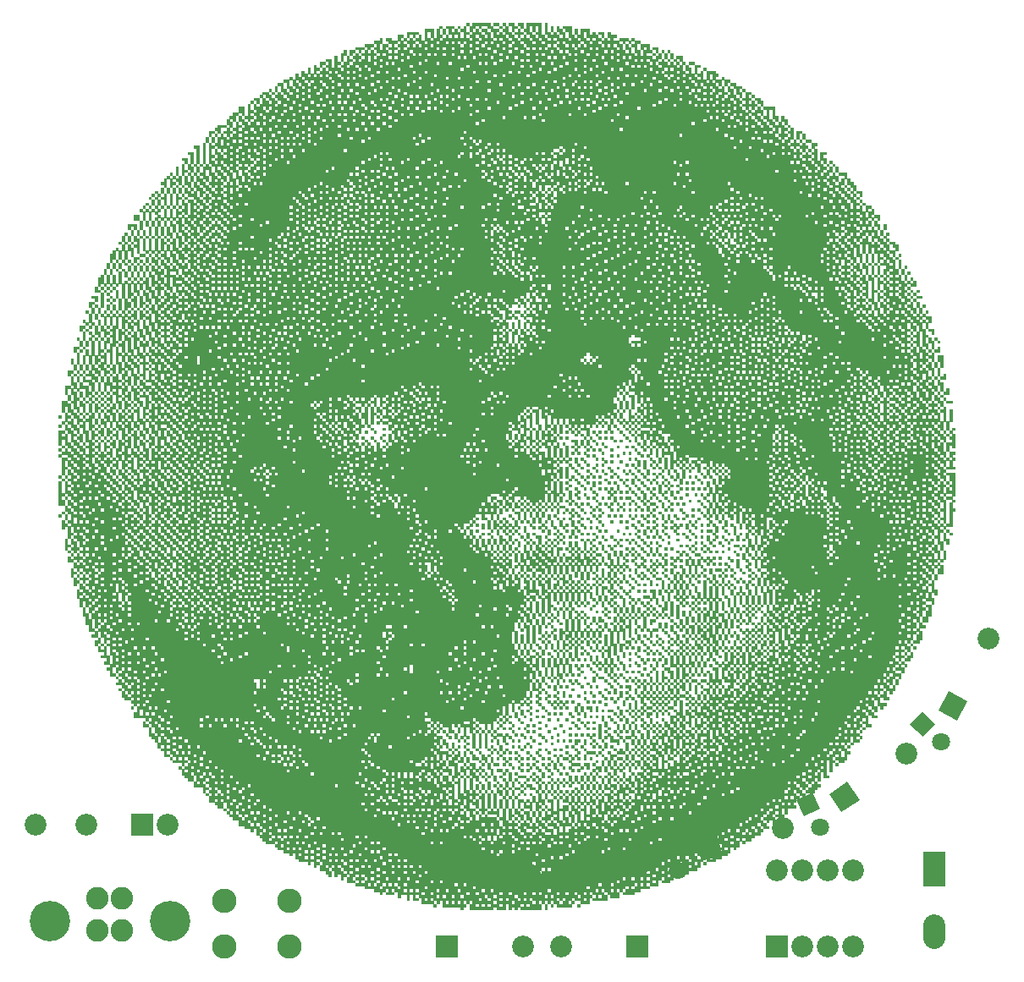
<source format=gts>
G04 start of page 2 for group 2 layer_idx 10 *
G04 Title: (unknown), top_mask *
G04 Creator: pcb-rnd 3.1.4-dev *
G04 CreationDate: 2024-01-01 06:15:13 UTC *
G04 For: STEM4ukraine *
G04 Format: Gerber/RS-274X *
G04 PCB-Dimensions: 393701 393701 *
G04 PCB-Coordinate-Origin: lower left *
%MOIN*%
%FSLAX25Y25*%
%LNTOP_MASK_NONE_2*%
%ADD69C,0.0710*%
%ADD68C,0.0960*%
%ADD67C,0.0887*%
%ADD66C,0.1595*%
%ADD65C,0.0860*%
%ADD64C,0.0001*%
G54D64*G36*
X57300Y63001D02*Y54401D01*
X48700D01*
Y63001D01*
X57300D01*
G37*
G54D65*X63000Y58701D03*
G54D66*X16598Y20701D03*
G54D67*X35378Y29559D03*
Y16961D03*
G54D65*X31000Y58701D03*
X11000D03*
G54D66*X64000Y20701D03*
G54D67*X45220Y16961D03*
Y29559D03*
G54D64*G36*
X192749Y43314D02*X199849D01*
Y36214D01*
X192749D01*
Y43314D01*
G37*
G36*
X168700Y15001D02*X177300D01*
Y6401D01*
X168700D01*
Y15001D01*
G37*
G54D65*X203000Y10701D03*
X218000D03*
G54D68*X85409Y28701D03*
X111000D03*
X85409Y10701D03*
X111000D03*
G54D69*X206299Y39764D03*
G54D64*G36*
X214239Y44460D02*X222807Y45210D01*
X223556Y36642D01*
X214989Y35893D01*
X214239Y44460D01*
G37*
G36*
X264687Y54771D02*X266163Y47826D01*
X259218Y46350D01*
X257742Y53294D01*
X264687Y54771D01*
G37*
G36*
X271112Y52647D02*X279419Y54873D01*
X281644Y46566D01*
X273337Y44340D01*
X271112Y52647D01*
G37*
G54D69*X264032Y40779D03*
G54D65*X248783Y43166D03*
G54D64*G36*
X252300Y6401D02*X243700D01*
Y15001D01*
X252300D01*
Y6401D01*
G37*
G36*
X316998Y71434D02*X320221Y65108D01*
X313895Y61885D01*
X310672Y68211D01*
X316998Y71434D01*
G37*
G54D69*X319986Y57750D03*
G54D65*X305356Y57371D03*
X303000Y40701D03*
X313000D03*
X323000D03*
X333000D03*
G54D64*G36*
X360341Y103309D02*X365534Y98467D01*
X360692Y93274D01*
X355499Y98117D01*
X360341Y103309D01*
G37*
G54D69*X367830Y91472D03*
G54D64*G36*
X323636Y70603D02*X330680Y75536D01*
X335613Y68491D01*
X328568Y63558D01*
X323636Y70603D01*
G37*
G54D65*X354199Y86754D03*
G54D64*G36*
X366626Y103734D02*X370663Y111327D01*
X378256Y107290D01*
X374219Y99696D01*
X366626Y103734D01*
G37*
G54D65*X386525Y132000D03*
X365000Y19016D02*Y13858D01*
G54D64*G36*
X298700Y6401D02*Y15001D01*
X307300D01*
Y6401D01*
X298700D01*
G37*
G54D65*X313000Y10701D03*
X323000D03*
X333000D03*
G54D64*G36*
X369300Y48158D02*Y34358D01*
X360700D01*
Y48158D01*
X369300D01*
G37*
G36*
X182106Y374626D02*Y373406D01*
X180886D01*
Y374626D01*
X182106D01*
G37*
G36*
X190374D02*Y373406D01*
X183248D01*
Y374626D01*
X190374D01*
G37*
G36*
X193917D02*Y373406D01*
X191516D01*
Y374626D01*
X193917D01*
G37*
G36*
X196280D02*Y373406D01*
X195059D01*
Y374626D01*
X196280D01*
G37*
G36*
X199823D02*Y373406D01*
X197421D01*
Y374626D01*
X199823D01*
G37*
G36*
X203366D02*Y373406D01*
X200965D01*
Y374626D01*
X203366D01*
G37*
G36*
X210453D02*Y373406D01*
X204508D01*
Y374626D01*
X210453D01*
G37*
G36*
X212815D02*Y373406D01*
X211595D01*
Y374626D01*
X212815D01*
G37*
G36*
Y373445D02*Y372224D01*
X211595D01*
Y373445D01*
X212815D01*
G37*
G36*
X215177D02*Y372224D01*
X213957D01*
Y373445D01*
X215177D01*
G37*
G36*
X217539D02*Y372224D01*
X216319D01*
Y373445D01*
X217539D01*
G37*
G36*
X222264D02*Y372224D01*
X218681D01*
Y373445D01*
X222264D01*
G37*
G36*
X162028Y371083D02*Y369862D01*
X157264D01*
Y371083D01*
X162028D01*
G37*
G36*
X156122Y369902D02*Y368681D01*
X153721D01*
Y369902D01*
X156122D01*
G37*
G36*
X158484D02*Y368681D01*
X157264D01*
Y369902D01*
X158484D01*
G37*
G36*
X160846D02*Y368681D01*
X159626D01*
Y369902D01*
X160846D01*
G37*
G36*
X167933Y372264D02*Y371043D01*
X164350D01*
Y372264D01*
X167933D01*
G37*
G36*
X165571Y371083D02*Y369862D01*
X164350D01*
Y371083D01*
X165571D01*
G37*
G36*
X167933D02*Y369862D01*
X166713D01*
Y371083D01*
X167933D01*
G37*
G36*
X163209Y369902D02*Y368681D01*
X161988D01*
Y369902D01*
X163209D01*
G37*
G36*
Y368720D02*Y367500D01*
X160807D01*
Y368720D01*
X163209D01*
G37*
G36*
X164390Y367539D02*Y366319D01*
X161988D01*
Y367539D01*
X164390D01*
G37*
G36*
X162028Y366358D02*Y365138D01*
X160807D01*
Y366358D01*
X162028D01*
G37*
G36*
X166752D02*Y365138D01*
X163169D01*
Y366358D01*
X166752D01*
G37*
G36*
X165571Y369902D02*Y368681D01*
X164350D01*
Y369902D01*
X165571D01*
G37*
G36*
X166752Y368720D02*Y367500D01*
X164350D01*
Y368720D01*
X166752D01*
G37*
G36*
X169114Y367539D02*Y366319D01*
X165532D01*
Y367539D01*
X169114D01*
G37*
G36*
X178563Y366358D02*Y365138D01*
X167894D01*
Y366358D01*
X178563D01*
G37*
G36*
X182106D02*Y365138D01*
X179705D01*
Y366358D01*
X182106D01*
G37*
G36*
X186831D02*Y365138D01*
X183248D01*
Y366358D01*
X186831D01*
G37*
G36*
X192736D02*Y365138D01*
X187972D01*
Y366358D01*
X192736D01*
G37*
G36*
X197461D02*Y365138D01*
X193878D01*
Y366358D01*
X197461D01*
G37*
G36*
X203366D02*Y365138D01*
X198602D01*
Y366358D01*
X203366D01*
G37*
G36*
X212815D02*Y365138D01*
X204508D01*
Y366358D01*
X212815D01*
G37*
G36*
X215177D02*Y365138D01*
X213957D01*
Y366358D01*
X215177D01*
G37*
G36*
X219902D02*Y365138D01*
X216319D01*
Y366358D01*
X219902D01*
G37*
G36*
X222264D02*Y365138D01*
X221043D01*
Y366358D01*
X222264D01*
G37*
G36*
X224626D02*Y365138D01*
X223406D01*
Y366358D01*
X224626D01*
G37*
G36*
X226988D02*Y365138D01*
X225768D01*
Y366358D01*
X226988D01*
G37*
G36*
X234075D02*Y365138D01*
X228130D01*
Y366358D01*
X234075D01*
G37*
G36*
X236437D02*Y365138D01*
X235217D01*
Y366358D01*
X236437D01*
G37*
G36*
X238799D02*Y365138D01*
X237579D01*
Y366358D01*
X238799D01*
G37*
G36*
X242343D02*Y365138D01*
X239941D01*
Y366358D01*
X242343D01*
G37*
G36*
X244705D02*Y365138D01*
X243484D01*
Y366358D01*
X244705D01*
G37*
G36*
X248248D02*Y365138D01*
X245847D01*
Y366358D01*
X248248D01*
G37*
G36*
X252973D02*Y365138D01*
X249390D01*
Y366358D01*
X252973D01*
G37*
G36*
X167933Y369902D02*Y368681D01*
X166713D01*
Y369902D01*
X167933D01*
G37*
G36*
X169114Y365177D02*Y363957D01*
X165532D01*
Y365177D01*
X169114D01*
G37*
G36*
X171476D02*Y363957D01*
X170256D01*
Y365177D01*
X171476D01*
G37*
G36*
X175020D02*Y363957D01*
X172618D01*
Y365177D01*
X175020D01*
G37*
G36*
X184469D02*Y363957D01*
X176161D01*
Y365177D01*
X184469D01*
G37*
G36*
X189193D02*Y363957D01*
X185610D01*
Y365177D01*
X189193D01*
G37*
G36*
X195098D02*Y363957D01*
X190335D01*
Y365177D01*
X195098D01*
G37*
G36*
X199823D02*Y363957D01*
X196240D01*
Y365177D01*
X199823D01*
G37*
G36*
X204547D02*Y363957D01*
X200965D01*
Y365177D01*
X204547D01*
G37*
G36*
X206910D02*Y363957D01*
X205689D01*
Y365177D01*
X206910D01*
G37*
G36*
X209272D02*Y363957D01*
X208051D01*
Y365177D01*
X209272D01*
G37*
G36*
X211634D02*Y363957D01*
X210413D01*
Y365177D01*
X211634D01*
G37*
G36*
X216358D02*Y363957D01*
X212776D01*
Y365177D01*
X216358D01*
G37*
G36*
X223445D02*Y363957D01*
X217500D01*
Y365177D01*
X223445D01*
G37*
G36*
X229350D02*Y363957D01*
X224587D01*
Y365177D01*
X229350D01*
G37*
G36*
X231713D02*Y363957D01*
X230492D01*
Y365177D01*
X231713D01*
G37*
G36*
X239980D02*Y363957D01*
X232854D01*
Y365177D01*
X239980D01*
G37*
G36*
X242343D02*Y363957D01*
X241122D01*
Y365177D01*
X242343D01*
G37*
G36*
X245886D02*Y363957D01*
X243484D01*
Y365177D01*
X245886D01*
G37*
G36*
X248248D02*Y363957D01*
X247028D01*
Y365177D01*
X248248D01*
G37*
G36*
X250610D02*Y363957D01*
X249390D01*
Y365177D01*
X250610D01*
G37*
G36*
X252973D02*Y363957D01*
X251752D01*
Y365177D01*
X252973D01*
G37*
G36*
X256516D02*Y363957D01*
X254114D01*
Y365177D01*
X256516D01*
G37*
G36*
X147854Y368720D02*Y367500D01*
X146634D01*
Y368720D01*
X147854D01*
G37*
G36*
X151398D02*Y367500D01*
X148996D01*
Y368720D01*
X151398D01*
G37*
G36*
X147854Y367539D02*Y366319D01*
X144272D01*
Y367539D01*
X147854D01*
G37*
G36*
X153760D02*Y366319D01*
X150177D01*
Y367539D01*
X153760D01*
G37*
G36*
X154941Y368720D02*Y367500D01*
X153721D01*
Y368720D01*
X154941D01*
G37*
G36*
X157303D02*Y367500D01*
X156083D01*
Y368720D01*
X157303D01*
G37*
G36*
X159665D02*Y367500D01*
X158445D01*
Y368720D01*
X159665D01*
G37*
G36*
X156122Y367539D02*Y366319D01*
X154902D01*
Y367539D01*
X156122D01*
G37*
G36*
Y365177D02*Y363957D01*
X154902D01*
Y365177D01*
X156122D01*
G37*
G36*
X160846Y367539D02*Y366319D01*
X157264D01*
Y367539D01*
X160846D01*
G37*
G36*
X164390Y365177D02*Y363957D01*
X157264D01*
Y365177D01*
X164390D01*
G37*
G36*
X133681Y363996D02*Y362776D01*
X132461D01*
Y363996D01*
X133681D01*
G37*
G36*
X137224D02*Y362776D01*
X134823D01*
Y363996D01*
X137224D01*
G37*
G36*
X139587D02*Y362776D01*
X138366D01*
Y363996D01*
X139587D01*
G37*
G36*
X141949D02*Y362776D01*
X140728D01*
Y363996D01*
X141949D01*
G37*
G36*
X144311Y366358D02*Y365138D01*
X140728D01*
Y366358D01*
X144311D01*
G37*
G36*
X140768Y365177D02*Y363957D01*
X137185D01*
Y365177D01*
X140768D01*
G37*
G36*
X143130D02*Y363957D01*
X141909D01*
Y365177D01*
X143130D01*
G37*
G36*
X144311Y363996D02*Y362776D01*
X143091D01*
Y363996D01*
X144311D01*
G37*
G36*
X146673Y365177D02*Y363957D01*
X144272D01*
Y365177D01*
X146673D01*
G37*
G36*
X149035D02*Y363957D01*
X147815D01*
Y365177D01*
X149035D01*
G37*
G36*
X150217Y363996D02*Y362776D01*
X145453D01*
Y363996D01*
X150217D01*
G37*
G36*
X153760Y365177D02*Y363957D01*
X150177D01*
Y365177D01*
X153760D01*
G37*
G36*
X152579Y363996D02*Y362776D01*
X151358D01*
Y363996D01*
X152579D01*
G37*
G36*
X158484D02*Y362776D01*
X153721D01*
Y363996D01*
X158484D01*
G37*
G36*
X178563D02*Y362776D01*
X159626D01*
Y363996D01*
X178563D01*
G37*
G36*
X182106D02*Y362776D01*
X179705D01*
Y363996D01*
X182106D01*
G37*
G36*
X191555D02*Y362776D01*
X183248D01*
Y363996D01*
X191555D01*
G37*
G36*
X197461D02*Y362776D01*
X192697D01*
Y363996D01*
X197461D01*
G37*
G36*
X202185D02*Y362776D01*
X198602D01*
Y363996D01*
X202185D01*
G37*
G36*
X213996D02*Y362776D01*
X203327D01*
Y363996D01*
X213996D01*
G37*
G36*
X217539D02*Y362776D01*
X215138D01*
Y363996D01*
X217539D01*
G37*
G36*
X219902D02*Y362776D01*
X218681D01*
Y363996D01*
X219902D01*
G37*
G36*
X225807D02*Y362776D01*
X221043D01*
Y363996D01*
X225807D01*
G37*
G36*
X235256D02*Y362776D01*
X226949D01*
Y363996D01*
X235256D01*
G37*
G36*
X237618D02*Y362776D01*
X236398D01*
Y363996D01*
X237618D01*
G37*
G36*
X243524D02*Y362776D01*
X238760D01*
Y363996D01*
X243524D01*
G37*
G36*
X245886D02*Y362776D01*
X244665D01*
Y363996D01*
X245886D01*
G37*
G36*
X249429D02*Y362776D01*
X247028D01*
Y363996D01*
X249429D01*
G37*
G36*
X254154D02*Y362776D01*
X250571D01*
Y363996D01*
X254154D01*
G37*
G36*
X256516D02*Y362776D01*
X255295D01*
Y363996D01*
X256516D01*
G37*
G36*
X258878D02*Y362776D01*
X257658D01*
Y363996D01*
X258878D01*
G37*
G36*
X261240D02*Y362776D01*
X260020D01*
Y363996D01*
X261240D01*
G37*
G36*
X133681Y362815D02*Y361594D01*
X131280D01*
Y362815D01*
X133681D01*
G37*
G36*
X130138Y361634D02*Y360413D01*
X128917D01*
Y361634D01*
X130138D01*
G37*
G36*
X132500D02*Y360413D01*
X131280D01*
Y361634D01*
X132500D01*
G37*
G36*
X136043Y362815D02*Y361594D01*
X134823D01*
Y362815D01*
X136043D01*
G37*
G36*
X138406D02*Y361594D01*
X137185D01*
Y362815D01*
X138406D01*
G37*
G36*
X134862Y361634D02*Y360413D01*
X133642D01*
Y361634D01*
X134862D01*
G37*
G36*
X139587D02*Y360413D01*
X136004D01*
Y361634D01*
X139587D01*
G37*
G36*
X141949D02*Y360413D01*
X140728D01*
Y361634D01*
X141949D01*
G37*
G36*
Y360453D02*Y359232D01*
X139547D01*
Y360453D01*
X141949D01*
G37*
G36*
Y356909D02*Y355689D01*
X139547D01*
Y356909D01*
X141949D01*
G37*
G36*
X144311Y361634D02*Y360413D01*
X143091D01*
Y361634D01*
X144311D01*
G37*
G36*
X146673Y360453D02*Y359232D01*
X143091D01*
Y360453D01*
X146673D01*
G37*
G36*
X153760Y356909D02*Y355689D01*
X143091D01*
Y356909D01*
X153760D01*
G37*
G36*
X178563D02*Y355689D01*
X154902D01*
Y356909D01*
X178563D01*
G37*
G36*
X159665Y355728D02*Y354508D01*
X150177D01*
Y355728D01*
X159665D01*
G37*
G36*
X164390D02*Y354508D01*
X160807D01*
Y355728D01*
X164390D01*
G37*
G36*
X183287D02*Y354508D01*
X165532D01*
Y355728D01*
X183287D01*
G37*
G36*
X188012D02*Y354508D01*
X184429D01*
Y355728D01*
X188012D01*
G37*
G36*
X191555Y354547D02*Y353327D01*
X169075D01*
Y354547D01*
X191555D01*
G37*
G36*
X195098D02*Y353327D01*
X192697D01*
Y354547D01*
X195098D01*
G37*
G36*
X218721Y353366D02*Y352146D01*
X178524D01*
Y353366D01*
X218721D01*
G37*
G36*
X236437D02*Y352146D01*
X219862D01*
Y353366D01*
X236437D01*
G37*
G36*
X239980D02*Y352146D01*
X237579D01*
Y353366D01*
X239980D01*
G37*
G36*
X254154D02*Y352146D01*
X241122D01*
Y353366D01*
X254154D01*
G37*
G36*
X260059D02*Y352146D01*
X255295D01*
Y353366D01*
X260059D01*
G37*
G36*
X263602D02*Y352146D01*
X261201D01*
Y353366D01*
X263602D01*
G37*
G36*
X268327D02*Y352146D01*
X264744D01*
Y353366D01*
X268327D01*
G37*
G36*
X271870D02*Y352146D01*
X269469D01*
Y353366D01*
X271870D01*
G37*
G36*
X274232D02*Y352146D01*
X273012D01*
Y353366D01*
X274232D01*
G37*
G36*
X276595D02*Y352146D01*
X275374D01*
Y353366D01*
X276595D01*
G37*
G36*
X278957D02*Y352146D01*
X277736D01*
Y353366D01*
X278957D01*
G37*
G36*
X282500D02*Y352146D01*
X281280D01*
Y353366D01*
X282500D01*
G37*
G36*
X197461Y355728D02*Y354508D01*
X189154D01*
Y355728D01*
X197461D01*
G37*
G36*
X211634Y352185D02*Y350965D01*
X190335D01*
Y352185D01*
X211634D01*
G37*
G36*
X215177D02*Y350965D01*
X212776D01*
Y352185D01*
X215177D01*
G37*
G36*
X223445D02*Y350965D01*
X216319D01*
Y352185D01*
X223445D01*
G37*
G36*
X226988D02*Y350965D01*
X224587D01*
Y352185D01*
X226988D01*
G37*
G36*
X229350D02*Y350965D01*
X228130D01*
Y352185D01*
X229350D01*
G37*
G36*
X232894D02*Y350965D01*
X230492D01*
Y352185D01*
X232894D01*
G37*
G36*
X249429D02*Y350965D01*
X234036D01*
Y352185D01*
X249429D01*
G37*
G36*
X256516D02*Y350965D01*
X250571D01*
Y352185D01*
X256516D01*
G37*
G36*
X262421D02*Y350965D01*
X257658D01*
Y352185D01*
X262421D01*
G37*
G36*
X270689Y351004D02*Y349783D01*
X254114D01*
Y351004D01*
X270689D01*
G37*
G36*
X273051D02*Y349783D01*
X271831D01*
Y351004D01*
X273051D01*
G37*
G36*
X278957D02*Y349783D01*
X274193D01*
Y351004D01*
X278957D01*
G37*
G36*
X281319D02*Y349783D01*
X280099D01*
Y351004D01*
X281319D01*
G37*
G36*
X283681D02*Y349783D01*
X282461D01*
Y351004D01*
X283681D01*
G37*
G36*
X287225D02*Y349783D01*
X284823D01*
Y351004D01*
X287225D01*
G37*
G36*
X265965Y352185D02*Y350965D01*
X263563D01*
Y352185D01*
X265965D01*
G37*
G36*
X269508D02*Y350965D01*
X267106D01*
Y352185D01*
X269508D01*
G37*
G36*
X275413D02*Y350965D01*
X270650D01*
Y352185D01*
X275413D01*
G37*
G36*
X277776D02*Y350965D01*
X276555D01*
Y352185D01*
X277776D01*
G37*
G36*
X281319D02*Y350965D01*
X278917D01*
Y352185D01*
X281319D01*
G37*
G36*
X284862D02*Y350965D01*
X282461D01*
Y352185D01*
X284862D01*
G37*
G36*
X201004Y355728D02*Y354508D01*
X198602D01*
Y355728D01*
X201004D01*
G37*
G36*
X204547Y354547D02*Y353327D01*
X196240D01*
Y354547D01*
X204547D01*
G37*
G36*
X221083D02*Y353327D01*
X205689D01*
Y354547D01*
X221083D01*
G37*
G36*
X224626D02*Y353327D01*
X222224D01*
Y354547D01*
X224626D01*
G37*
G36*
X231713D02*Y353327D01*
X225768D01*
Y354547D01*
X231713D01*
G37*
G36*
X243524D02*Y353327D01*
X232854D01*
Y354547D01*
X243524D01*
G37*
G36*
X247067D02*Y353327D01*
X244665D01*
Y354547D01*
X247067D01*
G37*
G36*
X250610D02*Y353327D01*
X248209D01*
Y354547D01*
X250610D01*
G37*
G36*
X258878D02*Y353327D01*
X251752D01*
Y354547D01*
X258878D01*
G37*
G36*
X261240D02*Y353327D01*
X260020D01*
Y354547D01*
X261240D01*
G37*
G36*
X265965D02*Y353327D01*
X262382D01*
Y354547D01*
X265965D01*
G37*
G36*
X270689D02*Y353327D01*
X267106D01*
Y354547D01*
X270689D01*
G37*
G36*
X274232D02*Y353327D01*
X271831D01*
Y354547D01*
X274232D01*
G37*
G36*
X276595D02*Y353327D01*
X275374D01*
Y354547D01*
X276595D01*
G37*
G36*
X280138D02*Y353327D01*
X277736D01*
Y354547D01*
X280138D01*
G37*
G36*
X206910Y355728D02*Y354508D01*
X202146D01*
Y355728D01*
X206910D01*
G37*
G36*
X212815D02*Y354508D01*
X208051D01*
Y355728D01*
X212815D01*
G37*
G36*
X226988D02*Y354508D01*
X213957D01*
Y355728D01*
X226988D01*
G37*
G36*
X234075D02*Y354508D01*
X228130D01*
Y355728D01*
X234075D01*
G37*
G36*
X255335D02*Y354508D01*
X235217D01*
Y355728D01*
X255335D01*
G37*
G36*
X257697D02*Y354508D01*
X256476D01*
Y355728D01*
X257697D01*
G37*
G36*
X263602D02*Y354508D01*
X258839D01*
Y355728D01*
X263602D01*
G37*
G36*
X267146D02*Y354508D01*
X264744D01*
Y355728D01*
X267146D01*
G37*
G36*
X269508D02*Y354508D01*
X268287D01*
Y355728D01*
X269508D01*
G37*
G36*
X271870D02*Y354508D01*
X270650D01*
Y355728D01*
X271870D01*
G37*
G36*
X274232D02*Y354508D01*
X273012D01*
Y355728D01*
X274232D01*
G37*
G36*
X278957D02*Y354508D01*
X275374D01*
Y355728D01*
X278957D01*
G37*
G36*
X127776Y360453D02*Y359232D01*
X125374D01*
Y360453D01*
X127776D01*
G37*
G36*
X125413Y359272D02*Y358051D01*
X123012D01*
Y359272D01*
X125413D01*
G37*
G36*
X127776D02*Y358051D01*
X126555D01*
Y359272D01*
X127776D01*
G37*
G36*
X131319D02*Y358051D01*
X128917D01*
Y359272D01*
X131319D01*
G37*
G36*
X134862D02*Y358051D01*
X132461D01*
Y359272D01*
X134862D01*
G37*
G36*
X144311D02*Y358051D01*
X136004D01*
Y359272D01*
X144311D01*
G37*
G36*
X149035D02*Y358051D01*
X145453D01*
Y359272D01*
X149035D01*
G37*
G36*
X121870Y358091D02*Y356870D01*
X120650D01*
Y358091D01*
X121870D01*
G37*
G36*
X124232D02*Y356870D01*
X123012D01*
Y358091D01*
X124232D01*
G37*
G36*
X127776D02*Y356870D01*
X125374D01*
Y358091D01*
X127776D01*
G37*
G36*
X130138D02*Y356870D01*
X128917D01*
Y358091D01*
X130138D01*
G37*
G36*
X133681D02*Y356870D01*
X131280D01*
Y358091D01*
X133681D01*
G37*
G36*
X137224D02*Y356870D01*
X134823D01*
Y358091D01*
X137224D01*
G37*
G36*
X140768D02*Y356870D01*
X138366D01*
Y358091D01*
X140768D01*
G37*
G36*
X146673D02*Y356870D01*
X141909D01*
Y358091D01*
X146673D01*
G37*
G36*
X158484D02*Y356870D01*
X147815D01*
Y358091D01*
X158484D01*
G37*
G36*
X180925D02*Y356870D01*
X159626D01*
Y358091D01*
X180925D01*
G37*
G36*
X202185D02*Y356870D01*
X182067D01*
Y358091D01*
X202185D01*
G37*
G36*
X209272Y356909D02*Y355689D01*
X179705D01*
Y356909D01*
X209272D01*
G37*
G36*
X205728Y358091D02*Y356870D01*
X203327D01*
Y358091D01*
X205728D01*
G37*
G36*
X217539D02*Y356870D01*
X206870D01*
Y358091D01*
X217539D01*
G37*
G36*
X215177Y356909D02*Y355689D01*
X210413D01*
Y356909D01*
X215177D01*
G37*
G36*
X223445D02*Y355689D01*
X216319D01*
Y356909D01*
X223445D01*
G37*
G36*
X229350D02*Y355689D01*
X224587D01*
Y356909D01*
X229350D01*
G37*
G36*
X237618D02*Y355689D01*
X230492D01*
Y356909D01*
X237618D01*
G37*
G36*
X241161D02*Y355689D01*
X238760D01*
Y356909D01*
X241161D01*
G37*
G36*
X252973D02*Y355689D01*
X242303D01*
Y356909D01*
X252973D01*
G37*
G36*
X258878D02*Y355689D01*
X254114D01*
Y356909D01*
X258878D01*
G37*
G36*
X261240D02*Y355689D01*
X260020D01*
Y356909D01*
X261240D01*
G37*
G36*
X265965D02*Y355689D01*
X262382D01*
Y356909D01*
X265965D01*
G37*
G36*
X269508D02*Y355689D01*
X267106D01*
Y356909D01*
X269508D01*
G37*
G36*
X271870D02*Y355689D01*
X270650D01*
Y356909D01*
X271870D01*
G37*
G36*
X275413D02*Y355689D01*
X274193D01*
Y356909D01*
X275413D01*
G37*
G36*
X226988Y358091D02*Y356870D01*
X218681D01*
Y358091D01*
X226988D01*
G37*
G36*
X231713D02*Y356870D01*
X228130D01*
Y358091D01*
X231713D01*
G37*
G36*
X245886D02*Y356870D01*
X232854D01*
Y358091D01*
X245886D01*
G37*
G36*
X248248D02*Y356870D01*
X247028D01*
Y358091D01*
X248248D01*
G37*
G36*
X250610D02*Y356870D01*
X249390D01*
Y358091D01*
X250610D01*
G37*
G36*
X256516D02*Y356870D01*
X251752D01*
Y358091D01*
X256516D01*
G37*
G36*
X263602D02*Y356870D01*
X257658D01*
Y358091D01*
X263602D01*
G37*
G36*
X265965D02*Y356870D01*
X264744D01*
Y358091D01*
X265965D01*
G37*
G36*
X268327D02*Y356870D01*
X267106D01*
Y358091D01*
X268327D01*
G37*
G36*
X273051D02*Y356870D01*
X270650D01*
Y358091D01*
X273051D01*
G37*
G36*
X130138Y360453D02*Y359232D01*
X128917D01*
Y360453D01*
X130138D01*
G37*
G36*
X119508Y356909D02*Y355689D01*
X118287D01*
Y356909D01*
X119508D01*
G37*
G36*
X123051D02*Y355689D01*
X120650D01*
Y356909D01*
X123051D01*
G37*
G36*
X125413D02*Y355689D01*
X124193D01*
Y356909D01*
X125413D01*
G37*
G36*
X132500Y360453D02*Y359232D01*
X131280D01*
Y360453D01*
X132500D01*
G37*
G36*
X136043D02*Y359232D01*
X133642D01*
Y360453D01*
X136043D01*
G37*
G36*
X138406D02*Y359232D01*
X137185D01*
Y360453D01*
X138406D01*
G37*
G36*
X131319Y356909D02*Y355689D01*
X126555D01*
Y356909D01*
X131319D01*
G37*
G36*
X130138Y354547D02*Y353327D01*
X126555D01*
Y354547D01*
X130138D01*
G37*
G36*
X131319Y353366D02*Y352146D01*
X127736D01*
Y353366D01*
X131319D01*
G37*
G36*
X133681D02*Y352146D01*
X132461D01*
Y353366D01*
X133681D01*
G37*
G36*
X136043D02*Y352146D01*
X134823D01*
Y353366D01*
X136043D01*
G37*
G36*
X140768D02*Y352146D01*
X137185D01*
Y353366D01*
X140768D01*
G37*
G36*
X145492Y352185D02*Y350965D01*
X128917D01*
Y352185D01*
X145492D01*
G37*
G36*
X149035D02*Y350965D01*
X146634D01*
Y352185D01*
X149035D01*
G37*
G36*
X143130Y351004D02*Y349783D01*
X138366D01*
Y351004D01*
X143130D01*
G37*
G36*
X146673Y349823D02*Y348602D01*
X140728D01*
Y349823D01*
X146673D01*
G37*
G36*
X151398D02*Y348602D01*
X147815D01*
Y349823D01*
X151398D01*
G37*
G36*
X157303Y351004D02*Y349783D01*
X144272D01*
Y351004D01*
X157303D01*
G37*
G36*
X166752D02*Y349783D01*
X158445D01*
Y351004D01*
X166752D01*
G37*
G36*
X162028Y349823D02*Y348602D01*
X152539D01*
Y349823D01*
X162028D01*
G37*
G36*
X172658D02*Y348602D01*
X163169D01*
Y349823D01*
X172658D01*
G37*
G36*
X178563D02*Y348602D01*
X173799D01*
Y349823D01*
X178563D01*
G37*
G36*
X182106D02*Y348602D01*
X179705D01*
Y349823D01*
X182106D01*
G37*
G36*
X198642D02*Y348602D01*
X183248D01*
Y349823D01*
X198642D01*
G37*
G36*
X204547D02*Y348602D01*
X199784D01*
Y349823D01*
X204547D01*
G37*
G36*
X210453D02*Y348602D01*
X205689D01*
Y349823D01*
X210453D01*
G37*
G36*
X213996Y348642D02*Y347421D01*
X190335D01*
Y348642D01*
X213996D01*
G37*
G36*
X216358Y349823D02*Y348602D01*
X211595D01*
Y349823D01*
X216358D01*
G37*
G36*
X224626D02*Y348602D01*
X217500D01*
Y349823D01*
X224626D01*
G37*
G36*
X219902Y348642D02*Y347421D01*
X215138D01*
Y348642D01*
X219902D01*
G37*
G36*
X232894D02*Y347421D01*
X221043D01*
Y348642D01*
X232894D01*
G37*
G36*
X237618D02*Y347421D01*
X234036D01*
Y348642D01*
X237618D01*
G37*
G36*
X250610D02*Y347421D01*
X238760D01*
Y348642D01*
X250610D01*
G37*
G36*
X256516D02*Y347421D01*
X251752D01*
Y348642D01*
X256516D01*
G37*
G36*
X261240D02*Y347421D01*
X257658D01*
Y348642D01*
X261240D01*
G37*
G36*
X264784Y347461D02*Y346240D01*
X244665D01*
Y347461D01*
X264784D01*
G37*
G36*
X270689Y346280D02*Y345059D01*
X239941D01*
Y346280D01*
X270689D01*
G37*
G36*
X269508Y348642D02*Y347421D01*
X262382D01*
Y348642D01*
X269508D01*
G37*
G36*
X268327Y347461D02*Y346240D01*
X265925D01*
Y347461D01*
X268327D01*
G37*
G36*
X271870Y348642D02*Y347421D01*
X270650D01*
Y348642D01*
X271870D01*
G37*
G36*
X274232Y347461D02*Y346240D01*
X269469D01*
Y347461D01*
X274232D01*
G37*
G36*
X278957Y346280D02*Y345059D01*
X271831D01*
Y346280D01*
X278957D01*
G37*
G36*
X282500D02*Y345059D01*
X280099D01*
Y346280D01*
X282500D01*
G37*
G36*
X287225D02*Y345059D01*
X283642D01*
Y346280D01*
X287225D01*
G37*
G36*
X289587D02*Y345059D01*
X288366D01*
Y346280D01*
X289587D01*
G37*
G36*
X291949D02*Y345059D01*
X290728D01*
Y346280D01*
X291949D01*
G37*
G36*
X294311D02*Y345059D01*
X293091D01*
Y346280D01*
X294311D01*
G37*
G36*
X277776Y348642D02*Y347421D01*
X273012D01*
Y348642D01*
X277776D01*
G37*
G36*
X276595Y347461D02*Y346240D01*
X275374D01*
Y347461D01*
X276595D01*
G37*
G36*
X280138D02*Y346240D01*
X277736D01*
Y347461D01*
X280138D01*
G37*
G36*
X283681D02*Y346240D01*
X281280D01*
Y347461D01*
X283681D01*
G37*
G36*
X286043D02*Y346240D01*
X284823D01*
Y347461D01*
X286043D01*
G37*
G36*
X289587D02*Y346240D01*
X287185D01*
Y347461D01*
X289587D01*
G37*
G36*
X293130D02*Y346240D01*
X290728D01*
Y347461D01*
X293130D01*
G37*
G36*
X282500Y348642D02*Y347421D01*
X278917D01*
Y348642D01*
X282500D01*
G37*
G36*
X286043D02*Y347421D01*
X283642D01*
Y348642D01*
X286043D01*
G37*
G36*
X288406D02*Y347421D01*
X287185D01*
Y348642D01*
X288406D01*
G37*
G36*
X290768D02*Y347421D01*
X289547D01*
Y348642D01*
X290768D01*
G37*
G36*
X226988Y349823D02*Y348602D01*
X225768D01*
Y349823D01*
X226988D01*
G37*
G36*
X229350D02*Y348602D01*
X228130D01*
Y349823D01*
X229350D01*
G37*
G36*
X235256D02*Y348602D01*
X230492D01*
Y349823D01*
X235256D01*
G37*
G36*
X239980D02*Y348602D01*
X236398D01*
Y349823D01*
X239980D01*
G37*
G36*
X258878D02*Y348602D01*
X241122D01*
Y349823D01*
X258878D01*
G37*
G36*
X263602D02*Y348602D01*
X260020D01*
Y349823D01*
X263602D01*
G37*
G36*
X267146D02*Y348602D01*
X264744D01*
Y349823D01*
X267146D01*
G37*
G36*
X274232D02*Y348602D01*
X268287D01*
Y349823D01*
X274232D01*
G37*
G36*
X276595D02*Y348602D01*
X275374D01*
Y349823D01*
X276595D01*
G37*
G36*
X280138D02*Y348602D01*
X277736D01*
Y349823D01*
X280138D01*
G37*
G36*
X282500D02*Y348602D01*
X281280D01*
Y349823D01*
X282500D01*
G37*
G36*
X284862D02*Y348602D01*
X283642D01*
Y349823D01*
X284862D01*
G37*
G36*
X289587D02*Y348602D01*
X286004D01*
Y349823D01*
X289587D01*
G37*
G36*
X138406Y356909D02*Y355689D01*
X132461D01*
Y356909D01*
X138406D01*
G37*
G36*
Y354547D02*Y353327D01*
X131280D01*
Y354547D01*
X138406D01*
G37*
G36*
X143130D02*Y353327D01*
X139547D01*
Y354547D01*
X143130D01*
G37*
G36*
X156122D02*Y353327D01*
X144272D01*
Y354547D01*
X156122D01*
G37*
G36*
X167933D02*Y353327D01*
X157264D01*
Y354547D01*
X167933D01*
G37*
G36*
X151398Y353366D02*Y352146D01*
X141909D01*
Y353366D01*
X151398D01*
G37*
G36*
X153760D02*Y352146D01*
X152539D01*
Y353366D01*
X153760D01*
G37*
G36*
X162028D02*Y352146D01*
X154902D01*
Y353366D01*
X162028D01*
G37*
G36*
X172658D02*Y352146D01*
X163169D01*
Y353366D01*
X172658D01*
G37*
G36*
X177382D02*Y352146D01*
X173799D01*
Y353366D01*
X177382D01*
G37*
G36*
X159665Y352185D02*Y350965D01*
X150177D01*
Y352185D01*
X159665D01*
G37*
G36*
X184469D02*Y350965D01*
X160807D01*
Y352185D01*
X184469D01*
G37*
G36*
X189193D02*Y350965D01*
X185610D01*
Y352185D01*
X189193D01*
G37*
G36*
X193917Y351004D02*Y349783D01*
X167894D01*
Y351004D01*
X193917D01*
G37*
G36*
X201004D02*Y349783D01*
X195059D01*
Y351004D01*
X201004D01*
G37*
G36*
X206910D02*Y349783D01*
X202146D01*
Y351004D01*
X206910D01*
G37*
G36*
X218721D02*Y349783D01*
X208051D01*
Y351004D01*
X218721D01*
G37*
G36*
X222264D02*Y349783D01*
X219862D01*
Y351004D01*
X222264D01*
G37*
G36*
X231713D02*Y349783D01*
X223406D01*
Y351004D01*
X231713D01*
G37*
G36*
X237618D02*Y349783D01*
X232854D01*
Y351004D01*
X237618D01*
G37*
G36*
X242343D02*Y349783D01*
X238760D01*
Y351004D01*
X242343D01*
G37*
G36*
X245886D02*Y349783D01*
X243484D01*
Y351004D01*
X245886D01*
G37*
G36*
X252973D02*Y349783D01*
X247028D01*
Y351004D01*
X252973D01*
G37*
G36*
X114784Y354547D02*Y353327D01*
X113563D01*
Y354547D01*
X114784D01*
G37*
G36*
X112421Y353366D02*Y352146D01*
X111201D01*
Y353366D01*
X112421D01*
G37*
G36*
X100610Y346280D02*Y345059D01*
X99390D01*
Y346280D01*
X100610D01*
G37*
G36*
X104154D02*Y345059D01*
X101752D01*
Y346280D01*
X104154D01*
G37*
G36*
X108878D02*Y345059D01*
X105295D01*
Y346280D01*
X108878D01*
G37*
G36*
X113602D02*Y345059D01*
X110020D01*
Y346280D01*
X113602D01*
G37*
G36*
X117146Y355728D02*Y354508D01*
X115925D01*
Y355728D01*
X117146D01*
G37*
G36*
X118327Y354547D02*Y353327D01*
X115925D01*
Y354547D01*
X118327D01*
G37*
G36*
X115965Y353366D02*Y352146D01*
X113563D01*
Y353366D01*
X115965D01*
G37*
G36*
X118327Y346280D02*Y345059D01*
X114744D01*
Y346280D01*
X118327D01*
G37*
G36*
X119508Y343917D02*Y342697D01*
X113563D01*
Y343917D01*
X119508D01*
G37*
G36*
X121870Y342736D02*Y341516D01*
X115925D01*
Y342736D01*
X121870D01*
G37*
G36*
X124232D02*Y341516D01*
X123012D01*
Y342736D01*
X124232D01*
G37*
G36*
X127776Y341555D02*Y340335D01*
X118287D01*
Y341555D01*
X127776D01*
G37*
G36*
X131319D02*Y340335D01*
X128917D01*
Y341555D01*
X131319D01*
G37*
G36*
X134862D02*Y340335D01*
X132461D01*
Y341555D01*
X134862D01*
G37*
G36*
X140768D02*Y340335D01*
X136004D01*
Y341555D01*
X140768D01*
G37*
G36*
X150217D02*Y340335D01*
X141909D01*
Y341555D01*
X150217D01*
G37*
G36*
X157303D02*Y340335D01*
X151358D01*
Y341555D01*
X157303D01*
G37*
G36*
Y321476D02*Y320256D01*
X151358D01*
Y321476D01*
X157303D01*
G37*
G36*
X160846Y317933D02*Y316713D01*
X152539D01*
Y317933D01*
X160846D01*
G37*
G36*
X163209Y320295D02*Y319075D01*
X156083D01*
Y320295D01*
X163209D01*
G37*
G36*
X170295D02*Y319075D01*
X164350D01*
Y320295D01*
X170295D01*
G37*
G36*
X167933Y319114D02*Y317894D01*
X147815D01*
Y319114D01*
X167933D01*
G37*
G36*
X172658Y316752D02*Y315531D01*
X146634D01*
Y316752D01*
X172658D01*
G37*
G36*
X167933Y315571D02*Y314350D01*
X153721D01*
Y315571D01*
X167933D01*
G37*
G36*
X176201D02*Y314350D01*
X169075D01*
Y315571D01*
X176201D01*
G37*
G36*
X171476Y314390D02*Y313169D01*
X166713D01*
Y314390D01*
X171476D01*
G37*
G36*
X179744Y313209D02*Y311988D01*
X156083D01*
Y313209D01*
X179744D01*
G37*
G36*
X173839Y310846D02*Y309626D01*
X159626D01*
Y310846D01*
X173839D01*
G37*
G36*
X177382D02*Y309626D01*
X174980D01*
Y310846D01*
X177382D01*
G37*
G36*
X160846Y341555D02*Y340335D01*
X158445D01*
Y341555D01*
X160846D01*
G37*
G36*
X165571D02*Y340335D01*
X161988D01*
Y341555D01*
X165571D01*
G37*
G36*
X167933D02*Y340335D01*
X166713D01*
Y341555D01*
X167933D01*
G37*
G36*
X177382D02*Y340335D01*
X169075D01*
Y341555D01*
X177382D01*
G37*
G36*
X189193D02*Y340335D01*
X178524D01*
Y341555D01*
X189193D01*
G37*
G36*
X197461D02*Y340335D01*
X190335D01*
Y341555D01*
X197461D01*
G37*
G36*
X206910D02*Y340335D01*
X198602D01*
Y341555D01*
X206910D01*
G37*
G36*
X211634D02*Y340335D01*
X208051D01*
Y341555D01*
X211634D01*
G37*
G36*
X224626D02*Y340335D01*
X212776D01*
Y341555D01*
X224626D01*
G37*
G36*
X232894D02*Y340335D01*
X225768D01*
Y341555D01*
X232894D01*
G37*
G36*
X230532Y340374D02*Y339154D01*
X185610D01*
Y340374D01*
X230532D01*
G37*
G36*
X209272Y339193D02*Y337972D01*
X183248D01*
Y339193D01*
X209272D01*
G37*
G36*
X221083D02*Y337972D01*
X210413D01*
Y339193D01*
X221083D01*
G37*
G36*
X226988D02*Y337972D01*
X222224D01*
Y339193D01*
X226988D01*
G37*
G36*
X239980D02*Y337972D01*
X228130D01*
Y339193D01*
X239980D01*
G37*
G36*
X243524Y338012D02*Y336791D01*
X208051D01*
Y338012D01*
X243524D01*
G37*
G36*
X237618Y336831D02*Y335610D01*
X211595D01*
Y336831D01*
X237618D01*
G37*
G36*
X241161Y333287D02*Y332067D01*
X146634D01*
Y333287D01*
X241161D01*
G37*
G36*
X179744Y332106D02*Y330886D01*
X121831D01*
Y332106D01*
X179744D01*
G37*
G36*
X162028Y330925D02*Y329705D01*
X131280D01*
Y330925D01*
X162028D01*
G37*
G36*
X159665Y329744D02*Y328524D01*
X143091D01*
Y329744D01*
X159665D01*
G37*
G36*
X165571D02*Y328524D01*
X160807D01*
Y329744D01*
X165571D01*
G37*
G36*
X163209Y328563D02*Y327342D01*
X140728D01*
Y328563D01*
X163209D01*
G37*
G36*
X178563Y329744D02*Y328524D01*
X166713D01*
Y329744D01*
X178563D01*
G37*
G36*
X182106D02*Y328524D01*
X179705D01*
Y329744D01*
X182106D01*
G37*
G36*
X183287Y328563D02*Y327342D01*
X164350D01*
Y328563D01*
X183287D01*
G37*
G36*
X185650D02*Y327342D01*
X184429D01*
Y328563D01*
X185650D01*
G37*
G36*
X160846Y327382D02*Y326161D01*
X121831D01*
Y327382D01*
X160846D01*
G37*
G36*
X182106Y326201D02*Y324980D01*
X106476D01*
Y326201D01*
X182106D01*
G37*
G36*
X178563Y323839D02*Y322618D01*
X150177D01*
Y323839D01*
X178563D01*
G37*
G36*
X185650Y325020D02*Y323799D01*
X133642D01*
Y325020D01*
X185650D01*
G37*
G36*
X182106Y323839D02*Y322618D01*
X179705D01*
Y323839D01*
X182106D01*
G37*
G36*
X184469D02*Y322618D01*
X183248D01*
Y323839D01*
X184469D01*
G37*
G36*
X177382Y322657D02*Y321437D01*
X145453D01*
Y322657D01*
X177382D01*
G37*
G36*
X182106D02*Y321437D01*
X178524D01*
Y322657D01*
X182106D01*
G37*
G36*
X186831D02*Y321437D01*
X183248D01*
Y322657D01*
X186831D01*
G37*
G36*
X165571Y321476D02*Y320256D01*
X158445D01*
Y321476D01*
X165571D01*
G37*
G36*
X190374D02*Y320256D01*
X166713D01*
Y321476D01*
X190374D01*
G37*
G36*
X186831Y320295D02*Y319075D01*
X171437D01*
Y320295D01*
X186831D01*
G37*
G36*
X184469Y319114D02*Y317894D01*
X169075D01*
Y319114D01*
X184469D01*
G37*
G36*
X189193D02*Y317894D01*
X185610D01*
Y319114D01*
X189193D01*
G37*
G36*
X191555Y320295D02*Y319075D01*
X187972D01*
Y320295D01*
X191555D01*
G37*
G36*
X195098D02*Y319075D01*
X192697D01*
Y320295D01*
X195098D01*
G37*
G36*
X197461D02*Y319075D01*
X196240D01*
Y320295D01*
X197461D01*
G37*
G36*
X199823Y319114D02*Y317894D01*
X190335D01*
Y319114D01*
X199823D01*
G37*
G36*
X192736Y317933D02*Y316713D01*
X161988D01*
Y317933D01*
X192736D01*
G37*
G36*
X186831Y316752D02*Y315531D01*
X173799D01*
Y316752D01*
X186831D01*
G37*
G36*
X190374D02*Y315531D01*
X187972D01*
Y316752D01*
X190374D01*
G37*
G36*
X198642D02*Y315531D01*
X191516D01*
Y316752D01*
X198642D01*
G37*
G36*
X204547D02*Y315531D01*
X199784D01*
Y316752D01*
X204547D01*
G37*
G36*
X209272D02*Y315531D01*
X205689D01*
Y316752D01*
X209272D01*
G37*
G36*
X216358D02*Y315531D01*
X210413D01*
Y316752D01*
X216358D01*
G37*
G36*
X222264D02*Y315531D01*
X217500D01*
Y316752D01*
X222264D01*
G37*
G36*
X224626D02*Y315531D01*
X223406D01*
Y316752D01*
X224626D01*
G37*
G36*
X188012Y315571D02*Y314350D01*
X177343D01*
Y315571D01*
X188012D01*
G37*
G36*
X186831Y314390D02*Y313169D01*
X172618D01*
Y314390D01*
X186831D01*
G37*
G36*
X189193Y313209D02*Y311988D01*
X180886D01*
Y313209D01*
X189193D01*
G37*
G36*
X191555Y312028D02*Y310807D01*
X170256D01*
Y312028D01*
X191555D01*
G37*
G36*
X190374Y314390D02*Y313169D01*
X187972D01*
Y314390D01*
X190374D01*
G37*
G36*
X193917Y310846D02*Y309626D01*
X178524D01*
Y310846D01*
X193917D01*
G37*
G36*
X197461Y309665D02*Y308445D01*
X172618D01*
Y309665D01*
X197461D01*
G37*
G36*
X196280Y308484D02*Y307264D01*
X169075D01*
Y308484D01*
X196280D01*
G37*
G36*
X191555Y307303D02*Y306083D01*
X161988D01*
Y307303D01*
X191555D01*
G37*
G36*
X198642D02*Y306083D01*
X192697D01*
Y307303D01*
X198642D01*
G37*
G36*
X193917Y306122D02*Y304902D01*
X173799D01*
Y306122D01*
X193917D01*
G37*
G36*
X189193Y303760D02*Y302539D01*
X172618D01*
Y303760D01*
X189193D01*
G37*
G36*
X178563Y302579D02*Y301358D01*
X167894D01*
Y302579D01*
X178563D01*
G37*
G36*
X186831D02*Y301358D01*
X179705D01*
Y302579D01*
X186831D01*
G37*
G36*
X201004Y304941D02*Y303720D01*
X169075D01*
Y304941D01*
X201004D01*
G37*
G36*
X192736Y303760D02*Y302539D01*
X190335D01*
Y303760D01*
X192736D01*
G37*
G36*
X198642D02*Y302539D01*
X193878D01*
Y303760D01*
X198642D01*
G37*
G36*
X201004Y302579D02*Y301358D01*
X187972D01*
Y302579D01*
X201004D01*
G37*
G36*
X192736Y301398D02*Y300177D01*
X159626D01*
Y301398D01*
X192736D01*
G37*
G36*
X198642Y300216D02*Y298996D01*
X165532D01*
Y300216D01*
X198642D01*
G37*
G36*
X188012Y297854D02*Y296634D01*
X166713D01*
Y297854D01*
X188012D01*
G37*
G36*
X191555D02*Y296634D01*
X189154D01*
Y297854D01*
X191555D01*
G37*
G36*
X204547D02*Y296634D01*
X192697D01*
Y297854D01*
X204547D01*
G37*
G36*
X206910Y299035D02*Y297815D01*
X172618D01*
Y299035D01*
X206910D01*
G37*
G36*
X209272D02*Y297815D01*
X208051D01*
Y299035D01*
X209272D01*
G37*
G36*
X211634D02*Y297815D01*
X210413D01*
Y299035D01*
X211634D01*
G37*
G36*
X208091Y297854D02*Y296634D01*
X205689D01*
Y297854D01*
X208091D01*
G37*
G36*
X210453D02*Y296634D01*
X209232D01*
Y297854D01*
X210453D01*
G37*
G36*
X212815D02*Y296634D01*
X211595D01*
Y297854D01*
X212815D01*
G37*
G36*
X196280Y296673D02*Y295453D01*
X152539D01*
Y296673D01*
X196280D01*
G37*
G36*
X176201Y295492D02*Y294272D01*
X164350D01*
Y295492D01*
X176201D01*
G37*
G36*
X186831D02*Y294272D01*
X177343D01*
Y295492D01*
X186831D01*
G37*
G36*
X190374D02*Y294272D01*
X187972D01*
Y295492D01*
X190374D01*
G37*
G36*
X192736D02*Y294272D01*
X191516D01*
Y295492D01*
X192736D01*
G37*
G36*
X199823Y296673D02*Y295453D01*
X197421D01*
Y296673D01*
X199823D01*
G37*
G36*
X202185D02*Y295453D01*
X200965D01*
Y296673D01*
X202185D01*
G37*
G36*
X210453D02*Y295453D01*
X203327D01*
Y296673D01*
X210453D01*
G37*
G36*
X211634Y295492D02*Y294272D01*
X193878D01*
Y295492D01*
X211634D01*
G37*
G36*
X188012Y293130D02*Y291909D01*
X167894D01*
Y293130D01*
X188012D01*
G37*
G36*
X190374Y291949D02*Y290728D01*
X165532D01*
Y291949D01*
X190374D01*
G37*
G36*
X188012Y290768D02*Y289547D01*
X173799D01*
Y290768D01*
X188012D01*
G37*
G36*
X193917D02*Y289547D01*
X189154D01*
Y290768D01*
X193917D01*
G37*
G36*
X191555Y294311D02*Y293091D01*
X174980D01*
Y294311D01*
X191555D01*
G37*
G36*
X190374Y293130D02*Y291909D01*
X189154D01*
Y293130D01*
X190374D01*
G37*
G36*
X192736D02*Y291909D01*
X191516D01*
Y293130D01*
X192736D01*
G37*
G36*
X190374Y289587D02*Y288366D01*
X152539D01*
Y289587D01*
X190374D01*
G37*
G36*
X195098D02*Y288366D01*
X191516D01*
Y289587D01*
X195098D01*
G37*
G36*
X192736Y288405D02*Y287185D01*
X171437D01*
Y288405D01*
X192736D01*
G37*
G36*
X178563Y286043D02*Y284823D01*
X176161D01*
Y286043D01*
X178563D01*
G37*
G36*
X191555Y284862D02*Y283642D01*
X167894D01*
Y284862D01*
X191555D01*
G37*
G36*
X193917D02*Y283642D01*
X192697D01*
Y284862D01*
X193917D01*
G37*
G36*
Y287224D02*Y286004D01*
X173799D01*
Y287224D01*
X193917D01*
G37*
G36*
X190374Y286043D02*Y284823D01*
X179705D01*
Y286043D01*
X190374D01*
G37*
G36*
X195098D02*Y284823D01*
X191516D01*
Y286043D01*
X195098D01*
G37*
G36*
Y283681D02*Y282461D01*
X178524D01*
Y283681D01*
X195098D01*
G37*
G36*
X190374Y282500D02*Y281279D01*
X171437D01*
Y282500D01*
X190374D01*
G37*
G36*
X192736D02*Y281279D01*
X191516D01*
Y282500D01*
X192736D01*
G37*
G36*
X193917Y261240D02*Y260020D01*
X190335D01*
Y261240D01*
X193917D01*
G37*
G36*
X195098Y260059D02*Y258839D01*
X191516D01*
Y260059D01*
X195098D01*
G37*
G36*
Y258878D02*Y257658D01*
X193878D01*
Y258878D01*
X195098D01*
G37*
G36*
X197461Y260059D02*Y258839D01*
X196240D01*
Y260059D01*
X197461D01*
G37*
G36*
X199823D02*Y258839D01*
X198602D01*
Y260059D01*
X199823D01*
G37*
G36*
X203366D02*Y258839D01*
X202146D01*
Y260059D01*
X203366D01*
G37*
G36*
X198642Y258878D02*Y257658D01*
X196240D01*
Y258878D01*
X198642D01*
G37*
G36*
X201004D02*Y257658D01*
X199784D01*
Y258878D01*
X201004D01*
G37*
G36*
X202185Y257697D02*Y256477D01*
X200965D01*
Y257697D01*
X202185D01*
G37*
G36*
Y256516D02*Y255295D01*
X200965D01*
Y256516D01*
X202185D01*
G37*
G36*
X204547Y258878D02*Y257658D01*
X203327D01*
Y258878D01*
X204547D01*
G37*
G36*
X205728Y257697D02*Y256477D01*
X204508D01*
Y257697D01*
X205728D01*
G37*
G36*
X204547Y256516D02*Y255295D01*
X203327D01*
Y256516D01*
X204547D01*
G37*
G36*
X208091Y257697D02*Y256477D01*
X206870D01*
Y257697D01*
X208091D01*
G37*
G36*
X210453D02*Y256477D01*
X209232D01*
Y257697D01*
X210453D01*
G37*
G36*
Y255335D02*Y254114D01*
X208051D01*
Y255335D01*
X210453D01*
G37*
G36*
X212815Y254154D02*Y252933D01*
X206870D01*
Y254154D01*
X212815D01*
G37*
G36*
X193917Y257697D02*Y256477D01*
X191516D01*
Y257697D01*
X193917D01*
G37*
G36*
X196280D02*Y256477D01*
X195059D01*
Y257697D01*
X196280D01*
G37*
G36*
X197461Y256516D02*Y255295D01*
X193878D01*
Y256516D01*
X197461D01*
G37*
G36*
X199823D02*Y255295D01*
X198602D01*
Y256516D01*
X199823D01*
G37*
G36*
X193917Y281319D02*Y280098D01*
X176161D01*
Y281319D01*
X193917D01*
G37*
G36*
X190374Y280138D02*Y278917D01*
X151358D01*
Y280138D01*
X190374D01*
G37*
G36*
X192736Y278957D02*Y277736D01*
X165532D01*
Y278957D01*
X192736D01*
G37*
G36*
X193917Y277776D02*Y276555D01*
X169075D01*
Y277776D01*
X193917D01*
G37*
G36*
X196280Y281319D02*Y280098D01*
X195059D01*
Y281319D01*
X196280D01*
G37*
G36*
X195098Y280138D02*Y278917D01*
X191516D01*
Y280138D01*
X195098D01*
G37*
G36*
X196280Y278957D02*Y277736D01*
X193878D01*
Y278957D01*
X196280D01*
G37*
G36*
X197461Y277776D02*Y276555D01*
X195059D01*
Y277776D01*
X197461D01*
G37*
G36*
X191555Y276594D02*Y275374D01*
X174980D01*
Y276594D01*
X191555D01*
G37*
G36*
X199823Y275413D02*Y274193D01*
X169075D01*
Y275413D01*
X199823D01*
G37*
G36*
X202185Y274232D02*Y273012D01*
X159626D01*
Y274232D01*
X202185D01*
G37*
G36*
X206910Y271870D02*Y270650D01*
X163169D01*
Y271870D01*
X206910D01*
G37*
G36*
X223445Y273051D02*Y271831D01*
X166713D01*
Y273051D01*
X223445D01*
G37*
G36*
X210453Y271870D02*Y270650D01*
X208051D01*
Y271870D01*
X210453D01*
G37*
G36*
X212815D02*Y270650D01*
X211595D01*
Y271870D01*
X212815D01*
G37*
G36*
X218721D02*Y270650D01*
X213957D01*
Y271870D01*
X218721D01*
G37*
G36*
X205728Y270689D02*Y269469D01*
X170256D01*
Y270689D01*
X205728D01*
G37*
G36*
X212815D02*Y269469D01*
X206870D01*
Y270689D01*
X212815D01*
G37*
G36*
X222264D02*Y269469D01*
X213957D01*
Y270689D01*
X222264D01*
G37*
G36*
X180925Y269508D02*Y268288D01*
X153721D01*
Y269508D01*
X180925D01*
G37*
G36*
X183287Y268327D02*Y267106D01*
X179705D01*
Y268327D01*
X183287D01*
G37*
G36*
X184469Y265965D02*Y264744D01*
X152539D01*
Y265965D01*
X184469D01*
G37*
G36*
X189193Y268327D02*Y267106D01*
X184429D01*
Y268327D01*
X189193D01*
G37*
G36*
X188012Y265965D02*Y264744D01*
X185610D01*
Y265965D01*
X188012D01*
G37*
G36*
X191555D02*Y264744D01*
X189154D01*
Y265965D01*
X191555D01*
G37*
G36*
X193917D02*Y264744D01*
X192697D01*
Y265965D01*
X193917D01*
G37*
G36*
X199823D02*Y264744D01*
X195059D01*
Y265965D01*
X199823D01*
G37*
G36*
X203366D02*Y264744D01*
X200965D01*
Y265965D01*
X203366D01*
G37*
G36*
X205728D02*Y264744D01*
X204508D01*
Y265965D01*
X205728D01*
G37*
G36*
X183287Y264784D02*Y263563D01*
X180886D01*
Y264784D01*
X183287D01*
G37*
G36*
X189193Y263603D02*Y262382D01*
X183248D01*
Y263603D01*
X189193D01*
G37*
G36*
X192736Y262421D02*Y261201D01*
X185610D01*
Y262421D01*
X192736D01*
G37*
G36*
X197461D02*Y261201D01*
X193878D01*
Y262421D01*
X197461D01*
G37*
G36*
X195098Y264784D02*Y263563D01*
X184429D01*
Y264784D01*
X195098D01*
G37*
G36*
X191555Y263603D02*Y262382D01*
X190335D01*
Y263603D01*
X191555D01*
G37*
G36*
X196280D02*Y262382D01*
X192697D01*
Y263603D01*
X196280D01*
G37*
G36*
X201004Y264784D02*Y263563D01*
X196240D01*
Y264784D01*
X201004D01*
G37*
G36*
X204547D02*Y263563D01*
X202146D01*
Y264784D01*
X204547D01*
G37*
G36*
X198642Y263603D02*Y262382D01*
X197421D01*
Y263603D01*
X198642D01*
G37*
G36*
X202185D02*Y262382D01*
X200965D01*
Y263603D01*
X202185D01*
G37*
G36*
X204547D02*Y262382D01*
X203327D01*
Y263603D01*
X204547D01*
G37*
G36*
X205728Y262421D02*Y261201D01*
X204508D01*
Y262421D01*
X205728D01*
G37*
G36*
X221083Y235256D02*Y234036D01*
X120650D01*
Y235256D01*
X221083D01*
G37*
G36*
X223445D02*Y234036D01*
X222224D01*
Y235256D01*
X223445D01*
G37*
G36*
X218721Y234075D02*Y232855D01*
X186791D01*
Y234075D01*
X218721D01*
G37*
G36*
X224626Y232894D02*Y231673D01*
X163169D01*
Y232894D01*
X224626D01*
G37*
G36*
X215177Y231713D02*Y230492D01*
X170256D01*
Y231713D01*
X215177D01*
G37*
G36*
X221083D02*Y230492D01*
X216319D01*
Y231713D01*
X221083D01*
G37*
G36*
X218721Y230532D02*Y229311D01*
X161988D01*
Y230532D01*
X218721D01*
G37*
G36*
X223445D02*Y229311D01*
X219862D01*
Y230532D01*
X223445D01*
G37*
G36*
X225807D02*Y229311D01*
X224587D01*
Y230532D01*
X225807D01*
G37*
G36*
X224626Y210453D02*Y209232D01*
X222224D01*
Y210453D01*
X224626D01*
G37*
G36*
X226988D02*Y209232D01*
X225768D01*
Y210453D01*
X226988D01*
G37*
G36*
X229350D02*Y209232D01*
X228130D01*
Y210453D01*
X229350D01*
G37*
G36*
X231713D02*Y209232D01*
X230492D01*
Y210453D01*
X231713D01*
G37*
G36*
X219902Y209272D02*Y208051D01*
X218681D01*
Y209272D01*
X219902D01*
G37*
G36*
X224626D02*Y208051D01*
X223406D01*
Y209272D01*
X224626D01*
G37*
G36*
X226988D02*Y208051D01*
X225768D01*
Y209272D01*
X226988D01*
G37*
G36*
X229350D02*Y208051D01*
X228130D01*
Y209272D01*
X229350D01*
G37*
G36*
X232894D02*Y208051D01*
X231673D01*
Y209272D01*
X232894D01*
G37*
G36*
X235256D02*Y208051D01*
X234036D01*
Y209272D01*
X235256D01*
G37*
G36*
X236437Y208091D02*Y206870D01*
X235217D01*
Y208091D01*
X236437D01*
G37*
G36*
X235256Y205729D02*Y204508D01*
X234036D01*
Y205729D01*
X235256D01*
G37*
G36*
Y203366D02*Y202146D01*
X234036D01*
Y203366D01*
X235256D01*
G37*
G36*
X238799Y206910D02*Y205689D01*
X237579D01*
Y206910D01*
X238799D01*
G37*
G36*
Y204547D02*Y203327D01*
X237579D01*
Y204547D01*
X238799D01*
G37*
G36*
X241161D02*Y203327D01*
X239941D01*
Y204547D01*
X241161D01*
G37*
G36*
X236437Y202185D02*Y200965D01*
X235217D01*
Y202185D01*
X236437D01*
G37*
G36*
X237618Y199823D02*Y198603D01*
X236398D01*
Y199823D01*
X237618D01*
G37*
G36*
X238799Y196280D02*Y195059D01*
X237579D01*
Y196280D01*
X238799D01*
G37*
G36*
X241161D02*Y195059D01*
X239941D01*
Y196280D01*
X241161D01*
G37*
G36*
X242343Y195099D02*Y193878D01*
X241122D01*
Y195099D01*
X242343D01*
G37*
G36*
X244705D02*Y193878D01*
X243484D01*
Y195099D01*
X244705D01*
G37*
G36*
X247067D02*Y193878D01*
X245847D01*
Y195099D01*
X247067D01*
G37*
G36*
X249429D02*Y193878D01*
X248209D01*
Y195099D01*
X249429D01*
G37*
G36*
X250610Y193917D02*Y192697D01*
X249390D01*
Y193917D01*
X250610D01*
G37*
G36*
X239980D02*Y192697D01*
X238760D01*
Y193917D01*
X239980D01*
G37*
G36*
X243524D02*Y192697D01*
X242303D01*
Y193917D01*
X243524D01*
G37*
G36*
X247067D02*Y192697D01*
X245847D01*
Y193917D01*
X247067D01*
G37*
G36*
X238799Y202185D02*Y200965D01*
X237579D01*
Y202185D01*
X238799D01*
G37*
G36*
X241161Y199823D02*Y198603D01*
X239941D01*
Y199823D01*
X241161D01*
G37*
G36*
X238799Y198642D02*Y197421D01*
X237579D01*
Y198642D01*
X238799D01*
G37*
G36*
X243524D02*Y197421D01*
X242303D01*
Y198642D01*
X243524D01*
G37*
G36*
X245886D02*Y197421D01*
X244665D01*
Y198642D01*
X245886D01*
G37*
G36*
X249429D02*Y197421D01*
X248209D01*
Y198642D01*
X249429D01*
G37*
G36*
X252973D02*Y197421D01*
X251752D01*
Y198642D01*
X252973D01*
G37*
G36*
X239980Y197461D02*Y196240D01*
X238760D01*
Y197461D01*
X239980D01*
G37*
G36*
X244705D02*Y196240D01*
X243484D01*
Y197461D01*
X244705D01*
G37*
G36*
X247067D02*Y196240D01*
X245847D01*
Y197461D01*
X247067D01*
G37*
G36*
X248248Y196280D02*Y195059D01*
X247028D01*
Y196280D01*
X248248D01*
G37*
G36*
X251791D02*Y195059D01*
X250571D01*
Y196280D01*
X251791D01*
G37*
G36*
X250610Y197461D02*Y196240D01*
X249390D01*
Y197461D01*
X250610D01*
G37*
G36*
X252973D02*Y196240D01*
X251752D01*
Y197461D01*
X252973D01*
G37*
G36*
X255335D02*Y196240D01*
X254114D01*
Y197461D01*
X255335D01*
G37*
G36*
X252973Y195099D02*Y193878D01*
X251752D01*
Y195099D01*
X252973D01*
G37*
G36*
X255335D02*Y193878D01*
X254114D01*
Y195099D01*
X255335D01*
G37*
G36*
X257697Y197461D02*Y196240D01*
X256476D01*
Y197461D01*
X257697D01*
G37*
G36*
X256516Y196280D02*Y195059D01*
X255295D01*
Y196280D01*
X256516D01*
G37*
G36*
X258878D02*Y195059D01*
X257658D01*
Y196280D01*
X258878D01*
G37*
G36*
X260059Y195099D02*Y193878D01*
X258839D01*
Y195099D01*
X260059D01*
G37*
G36*
X254154Y193917D02*Y192697D01*
X252933D01*
Y193917D01*
X254154D01*
G37*
G36*
X256516D02*Y192697D01*
X255295D01*
Y193917D01*
X256516D01*
G37*
G36*
X258878D02*Y192697D01*
X257658D01*
Y193917D01*
X258878D01*
G37*
G36*
X261240D02*Y192697D01*
X260020D01*
Y193917D01*
X261240D01*
G37*
G36*
X242343Y202185D02*Y200965D01*
X241122D01*
Y202185D01*
X242343D01*
G37*
G36*
X244705Y201004D02*Y199784D01*
X243484D01*
Y201004D01*
X244705D01*
G37*
G36*
X247067D02*Y199784D01*
X245847D01*
Y201004D01*
X247067D01*
G37*
G36*
X249429D02*Y199784D01*
X248209D01*
Y201004D01*
X249429D01*
G37*
G36*
X251791D02*Y199784D01*
X250571D01*
Y201004D01*
X251791D01*
G37*
G36*
X254154D02*Y199784D01*
X252933D01*
Y201004D01*
X254154D01*
G37*
G36*
X256516D02*Y199784D01*
X255295D01*
Y201004D01*
X256516D01*
G37*
G36*
X248248Y199823D02*Y198603D01*
X247028D01*
Y199823D01*
X248248D01*
G37*
G36*
X251791D02*Y198603D01*
X250571D01*
Y199823D01*
X251791D01*
G37*
G36*
X255335D02*Y198603D01*
X254114D01*
Y199823D01*
X255335D01*
G37*
G36*
X257697D02*Y198603D01*
X256476D01*
Y199823D01*
X257697D01*
G37*
G36*
X258878Y198642D02*Y197421D01*
X257658D01*
Y198642D01*
X258878D01*
G37*
G36*
X235256Y201004D02*Y199784D01*
X234036D01*
Y201004D01*
X235256D01*
G37*
G36*
X221083Y208091D02*Y206870D01*
X219862D01*
Y208091D01*
X221083D01*
G37*
G36*
Y206910D02*Y205689D01*
X219862D01*
Y206910D01*
X221083D01*
G37*
G36*
Y205729D02*Y204508D01*
X219862D01*
Y205729D01*
X221083D01*
G37*
G36*
X224626Y206910D02*Y205689D01*
X223406D01*
Y206910D01*
X224626D01*
G37*
G36*
X223445Y205729D02*Y204508D01*
X222224D01*
Y205729D01*
X223445D01*
G37*
G36*
X225807D02*Y204508D01*
X224587D01*
Y205729D01*
X225807D01*
G37*
G36*
X228169D02*Y204508D01*
X226949D01*
Y205729D01*
X228169D01*
G37*
G36*
X221083Y204547D02*Y203327D01*
X219862D01*
Y204547D01*
X221083D01*
G37*
G36*
X229350D02*Y203327D01*
X228130D01*
Y204547D01*
X229350D01*
G37*
G36*
Y198642D02*Y197421D01*
X228130D01*
Y198642D01*
X229350D01*
G37*
G36*
X230532Y197461D02*Y196240D01*
X229311D01*
Y197461D01*
X230532D01*
G37*
G36*
X229350Y196280D02*Y195059D01*
X228130D01*
Y196280D01*
X229350D01*
G37*
G36*
X231713Y204547D02*Y203327D01*
X230492D01*
Y204547D01*
X231713D01*
G37*
G36*
X232894Y203366D02*Y202146D01*
X231673D01*
Y203366D01*
X232894D01*
G37*
G36*
Y201004D02*Y199784D01*
X231673D01*
Y201004D01*
X232894D01*
G37*
G36*
X231713Y199823D02*Y198603D01*
X230492D01*
Y199823D01*
X231713D01*
G37*
G36*
X232894Y198642D02*Y197421D01*
X231673D01*
Y198642D01*
X232894D01*
G37*
G36*
X235256D02*Y197421D01*
X234036D01*
Y198642D01*
X235256D01*
G37*
G36*
X236437Y197461D02*Y196240D01*
X235217D01*
Y197461D01*
X236437D01*
G37*
G36*
X231713Y196280D02*Y195059D01*
X230492D01*
Y196280D01*
X231713D01*
G37*
G36*
X234075D02*Y195059D01*
X232854D01*
Y196280D01*
X234075D01*
G37*
G36*
X236437Y195099D02*Y193878D01*
X235217D01*
Y195099D01*
X236437D01*
G37*
G36*
X237618Y193917D02*Y192697D01*
X236398D01*
Y193917D01*
X237618D01*
G37*
G36*
X231713D02*Y192697D01*
X230492D01*
Y193917D01*
X231713D01*
G37*
G36*
X234075D02*Y192697D01*
X232854D01*
Y193917D01*
X234075D01*
G37*
G36*
X222264Y203366D02*Y202146D01*
X221043D01*
Y203366D01*
X222264D01*
G37*
G36*
X224626D02*Y202146D01*
X223406D01*
Y203366D01*
X224626D01*
G37*
G36*
Y202185D02*Y200965D01*
X223406D01*
Y202185D01*
X224626D01*
G37*
G36*
X226988Y203366D02*Y202146D01*
X225768D01*
Y203366D01*
X226988D01*
G37*
G36*
X228169Y202185D02*Y200965D01*
X226949D01*
Y202185D01*
X228169D01*
G37*
G36*
X225807Y201004D02*Y199784D01*
X224587D01*
Y201004D01*
X225807D01*
G37*
G36*
X229350D02*Y199784D01*
X228130D01*
Y201004D01*
X229350D01*
G37*
G36*
X226988Y199823D02*Y198603D01*
X225768D01*
Y199823D01*
X226988D01*
G37*
G36*
X223445Y208091D02*Y206870D01*
X222224D01*
Y208091D01*
X223445D01*
G37*
G36*
X225807D02*Y206870D01*
X224587D01*
Y208091D01*
X225807D01*
G37*
G36*
X228169D02*Y206870D01*
X226949D01*
Y208091D01*
X228169D01*
G37*
G36*
X230532D02*Y206870D01*
X229311D01*
Y208091D01*
X230532D01*
G37*
G36*
X229350Y206910D02*Y205689D01*
X228130D01*
Y206910D01*
X229350D01*
G37*
G36*
X231713D02*Y205689D01*
X230492D01*
Y206910D01*
X231713D01*
G37*
G36*
X234075D02*Y205689D01*
X232854D01*
Y206910D01*
X234075D01*
G37*
G36*
X239980Y224626D02*Y223406D01*
X169075D01*
Y224626D01*
X239980D01*
G37*
G36*
X213996Y222264D02*Y221043D01*
X210413D01*
Y222264D01*
X213996D01*
G37*
G36*
X236437Y221083D02*Y219862D01*
X212776D01*
Y221083D01*
X236437D01*
G37*
G36*
X239980D02*Y219862D01*
X237579D01*
Y221083D01*
X239980D01*
G37*
G36*
Y223445D02*Y222225D01*
X212776D01*
Y223445D01*
X239980D01*
G37*
G36*
X238799Y222264D02*Y221043D01*
X215138D01*
Y222264D01*
X238799D01*
G37*
G36*
X241161D02*Y221043D01*
X239941D01*
Y222264D01*
X241161D01*
G37*
G36*
X242343Y221083D02*Y219862D01*
X241122D01*
Y221083D01*
X242343D01*
G37*
G36*
Y219902D02*Y218681D01*
X241122D01*
Y219902D01*
X242343D01*
G37*
G36*
X243524Y218721D02*Y217500D01*
X242303D01*
Y218721D01*
X243524D01*
G37*
G36*
X242343Y217540D02*Y216319D01*
X241122D01*
Y217540D01*
X242343D01*
G37*
G36*
X244705D02*Y216319D01*
X243484D01*
Y217540D01*
X244705D01*
G37*
G36*
X243524Y216358D02*Y215138D01*
X242303D01*
Y216358D01*
X243524D01*
G37*
G36*
X245886D02*Y215138D01*
X244665D01*
Y216358D01*
X245886D01*
G37*
G36*
X244705Y215177D02*Y213957D01*
X243484D01*
Y215177D01*
X244705D01*
G37*
G36*
Y211634D02*Y210414D01*
X243484D01*
Y211634D01*
X244705D01*
G37*
G36*
X245886Y210453D02*Y209232D01*
X244665D01*
Y210453D01*
X245886D01*
G37*
G36*
X244705Y208091D02*Y206870D01*
X243484D01*
Y208091D01*
X244705D01*
G37*
G36*
X245886Y205729D02*Y204508D01*
X244665D01*
Y205729D01*
X245886D01*
G37*
G36*
Y203366D02*Y202146D01*
X244665D01*
Y203366D01*
X245886D01*
G37*
G36*
X247067Y215177D02*Y213957D01*
X245847D01*
Y215177D01*
X247067D01*
G37*
G36*
Y212815D02*Y211595D01*
X245847D01*
Y212815D01*
X247067D01*
G37*
G36*
X248248Y211634D02*Y210414D01*
X247028D01*
Y211634D01*
X248248D01*
G37*
G36*
Y210453D02*Y209232D01*
X247028D01*
Y210453D01*
X248248D01*
G37*
G36*
X249429Y209272D02*Y208051D01*
X248209D01*
Y209272D01*
X249429D01*
G37*
G36*
X247067Y208091D02*Y206870D01*
X245847D01*
Y208091D01*
X247067D01*
G37*
G36*
X250610D02*Y206870D01*
X249390D01*
Y208091D01*
X250610D01*
G37*
G36*
X248248Y206910D02*Y205689D01*
X247028D01*
Y206910D01*
X248248D01*
G37*
G36*
Y203366D02*Y202146D01*
X247028D01*
Y203366D01*
X248248D01*
G37*
G36*
X251791Y206910D02*Y205689D01*
X250571D01*
Y206910D01*
X251791D01*
G37*
G36*
X249429Y205729D02*Y204508D01*
X248209D01*
Y205729D01*
X249429D01*
G37*
G36*
Y202185D02*Y200965D01*
X248209D01*
Y202185D01*
X249429D01*
G37*
G36*
X250610Y204547D02*Y203327D01*
X249390D01*
Y204547D01*
X250610D01*
G37*
G36*
X252973D02*Y203327D01*
X251752D01*
Y204547D01*
X252973D01*
G37*
G36*
X254154Y203366D02*Y202146D01*
X252933D01*
Y203366D01*
X254154D01*
G37*
G36*
X251791Y202185D02*Y200965D01*
X250571D01*
Y202185D01*
X251791D01*
G37*
G36*
X255335D02*Y200965D01*
X254114D01*
Y202185D01*
X255335D01*
G37*
G36*
X242343Y213996D02*Y212776D01*
X241122D01*
Y213996D01*
X242343D01*
G37*
G36*
X243524Y212815D02*Y211595D01*
X242303D01*
Y212815D01*
X243524D01*
G37*
G36*
X242343Y210453D02*Y209232D01*
X241122D01*
Y210453D01*
X242343D01*
G37*
G36*
X241161Y208091D02*Y206870D01*
X239941D01*
Y208091D01*
X241161D01*
G37*
G36*
X243524Y205729D02*Y204508D01*
X242303D01*
Y205729D01*
X243524D01*
G37*
G36*
X245886Y213996D02*Y212776D01*
X244665D01*
Y213996D01*
X245886D01*
G37*
G36*
X248248D02*Y212776D01*
X247028D01*
Y213996D01*
X248248D01*
G37*
G36*
X215177Y218721D02*Y217500D01*
X213957D01*
Y218721D01*
X215177D01*
G37*
G36*
X217539D02*Y217500D01*
X216319D01*
Y218721D01*
X217539D01*
G37*
G36*
X219902D02*Y217500D01*
X218681D01*
Y218721D01*
X219902D01*
G37*
G36*
X231713Y219902D02*Y218681D01*
X213957D01*
Y219902D01*
X231713D01*
G37*
G36*
X222264Y218721D02*Y217500D01*
X221043D01*
Y218721D01*
X222264D01*
G37*
G36*
X225807D02*Y217500D01*
X223406D01*
Y218721D01*
X225807D01*
G37*
G36*
X232894D02*Y217500D01*
X226949D01*
Y218721D01*
X232894D01*
G37*
G36*
X215177Y217540D02*Y216319D01*
X213957D01*
Y217540D01*
X215177D01*
G37*
G36*
X216358Y216358D02*Y215138D01*
X215138D01*
Y216358D01*
X216358D01*
G37*
G36*
Y215177D02*Y213957D01*
X213957D01*
Y215177D01*
X216358D01*
G37*
G36*
Y213996D02*Y212776D01*
X215138D01*
Y213996D01*
X216358D01*
G37*
G36*
X218721D02*Y212776D01*
X217500D01*
Y213996D01*
X218721D01*
G37*
G36*
X221083D02*Y212776D01*
X219862D01*
Y213996D01*
X221083D01*
G37*
G36*
X223445D02*Y212776D01*
X222224D01*
Y213996D01*
X223445D01*
G37*
G36*
X225807D02*Y212776D01*
X224587D01*
Y213996D01*
X225807D01*
G37*
G36*
X217539Y212815D02*Y211595D01*
X216319D01*
Y212815D01*
X217539D01*
G37*
G36*
X218721Y211634D02*Y210414D01*
X217500D01*
Y211634D01*
X218721D01*
G37*
G36*
X221083D02*Y210414D01*
X219862D01*
Y211634D01*
X221083D01*
G37*
G36*
X224626Y212815D02*Y211595D01*
X223406D01*
Y212815D01*
X224626D01*
G37*
G36*
X226988D02*Y211595D01*
X225768D01*
Y212815D01*
X226988D01*
G37*
G36*
X229350D02*Y211595D01*
X228130D01*
Y212815D01*
X229350D01*
G37*
G36*
X232894D02*Y211595D01*
X231673D01*
Y212815D01*
X232894D01*
G37*
G36*
X228169Y211634D02*Y210414D01*
X226949D01*
Y211634D01*
X228169D01*
G37*
G36*
X230532D02*Y210414D01*
X229311D01*
Y211634D01*
X230532D01*
G37*
G36*
X234075D02*Y210414D01*
X232854D01*
Y211634D01*
X234075D01*
G37*
G36*
X217539Y217540D02*Y216319D01*
X216319D01*
Y217540D01*
X217539D01*
G37*
G36*
X218721Y215177D02*Y213957D01*
X217500D01*
Y215177D01*
X218721D01*
G37*
G36*
X222264D02*Y213957D01*
X221043D01*
Y215177D01*
X222264D01*
G37*
G36*
X224626D02*Y213957D01*
X223406D01*
Y215177D01*
X224626D01*
G37*
G36*
X229350D02*Y213957D01*
X225768D01*
Y215177D01*
X229350D01*
G37*
G36*
Y213996D02*Y212776D01*
X228130D01*
Y213996D01*
X229350D01*
G37*
G36*
X231713D02*Y212776D01*
X230492D01*
Y213996D01*
X231713D01*
G37*
G36*
X219902Y217540D02*Y216319D01*
X218681D01*
Y217540D01*
X219902D01*
G37*
G36*
X218721Y216358D02*Y215138D01*
X217500D01*
Y216358D01*
X218721D01*
G37*
G36*
X221083D02*Y215138D01*
X219862D01*
Y216358D01*
X221083D01*
G37*
G36*
X223445D02*Y215138D01*
X222224D01*
Y216358D01*
X223445D01*
G37*
G36*
X225807D02*Y215138D01*
X224587D01*
Y216358D01*
X225807D01*
G37*
G36*
X228169D02*Y215138D01*
X226949D01*
Y216358D01*
X228169D01*
G37*
G36*
X230532D02*Y215138D01*
X229311D01*
Y216358D01*
X230532D01*
G37*
G36*
X232894D02*Y215138D01*
X231673D01*
Y216358D01*
X232894D01*
G37*
G36*
X231713Y217540D02*Y216319D01*
X221043D01*
Y217540D01*
X231713D01*
G37*
G36*
X234075Y219902D02*Y218681D01*
X232854D01*
Y219902D01*
X234075D01*
G37*
G36*
X235256Y218721D02*Y217500D01*
X234036D01*
Y218721D01*
X235256D01*
G37*
G36*
X234075Y217540D02*Y216319D01*
X232854D01*
Y217540D01*
X234075D01*
G37*
G36*
X236437D02*Y216319D01*
X235217D01*
Y217540D01*
X236437D01*
G37*
G36*
X235256Y216358D02*Y215138D01*
X234036D01*
Y216358D01*
X235256D01*
G37*
G36*
X237618D02*Y215138D01*
X236398D01*
Y216358D01*
X237618D01*
G37*
G36*
Y215177D02*Y213957D01*
X236398D01*
Y215177D01*
X237618D01*
G37*
G36*
X234075Y213996D02*Y212776D01*
X232854D01*
Y213996D01*
X234075D01*
G37*
G36*
X236437D02*Y212776D01*
X235217D01*
Y213996D01*
X236437D01*
G37*
G36*
Y211634D02*Y210414D01*
X235217D01*
Y211634D01*
X236437D01*
G37*
G36*
X238799D02*Y210414D01*
X237579D01*
Y211634D01*
X238799D01*
G37*
G36*
X239980Y210453D02*Y209232D01*
X238760D01*
Y210453D01*
X239980D01*
G37*
G36*
X237618Y219902D02*Y218681D01*
X235217D01*
Y219902D01*
X237618D01*
G37*
G36*
X239980D02*Y218681D01*
X238760D01*
Y219902D01*
X239980D01*
G37*
G36*
X238799Y218721D02*Y217500D01*
X237579D01*
Y218721D01*
X238799D01*
G37*
G36*
X241161D02*Y217500D01*
X239941D01*
Y218721D01*
X241161D01*
G37*
G36*
X238799Y217540D02*Y216319D01*
X237579D01*
Y217540D01*
X238799D01*
G37*
G36*
X239980Y216358D02*Y215138D01*
X238760D01*
Y216358D01*
X239980D01*
G37*
G36*
X241161Y215177D02*Y213957D01*
X239941D01*
Y215177D01*
X241161D01*
G37*
G36*
X238799Y213996D02*Y212776D01*
X237579D01*
Y213996D01*
X238799D01*
G37*
G36*
X206910Y263603D02*Y262382D01*
X205689D01*
Y263603D01*
X206910D01*
G37*
G36*
X195098Y269508D02*Y268288D01*
X182067D01*
Y269508D01*
X195098D01*
G37*
G36*
X208091D02*Y268288D01*
X196240D01*
Y269508D01*
X208091D01*
G37*
G36*
X204547Y268327D02*Y267106D01*
X190335D01*
Y268327D01*
X204547D01*
G37*
G36*
X206910D02*Y267106D01*
X205689D01*
Y268327D01*
X206910D01*
G37*
G36*
X210453D02*Y267106D01*
X208051D01*
Y268327D01*
X210453D01*
G37*
G36*
X208091Y265965D02*Y264744D01*
X206870D01*
Y265965D01*
X208091D01*
G37*
G36*
X211634D02*Y264744D01*
X210413D01*
Y265965D01*
X211634D01*
G37*
G36*
X209272Y263603D02*Y262382D01*
X208051D01*
Y263603D01*
X209272D01*
G37*
G36*
X212815D02*Y262382D01*
X210413D01*
Y263603D01*
X212815D01*
G37*
G36*
X209272Y262421D02*Y261201D01*
X206870D01*
Y262421D01*
X209272D01*
G37*
G36*
X218721Y268327D02*Y267106D01*
X211595D01*
Y268327D01*
X218721D01*
G37*
G36*
Y264784D02*Y263563D01*
X205689D01*
Y264784D01*
X218721D01*
G37*
G36*
X219902Y262421D02*Y261201D01*
X210413D01*
Y262421D01*
X219902D01*
G37*
G36*
X224626Y265965D02*Y264744D01*
X212776D01*
Y265965D01*
X224626D01*
G37*
G36*
X222264Y264784D02*Y263563D01*
X219862D01*
Y264784D01*
X222264D01*
G37*
G36*
X223445Y262421D02*Y261201D01*
X221043D01*
Y262421D01*
X223445D01*
G37*
G36*
X225807Y261240D02*Y260020D01*
X212776D01*
Y261240D01*
X225807D01*
G37*
G36*
Y258878D02*Y257658D01*
X206870D01*
Y258878D01*
X225807D01*
G37*
G36*
X226988Y256516D02*Y255295D01*
X205689D01*
Y256516D01*
X226988D01*
G37*
G36*
X223445Y268327D02*Y267106D01*
X219862D01*
Y268327D01*
X223445D01*
G37*
G36*
X182106Y267146D02*Y265925D01*
X177343D01*
Y267146D01*
X182106D01*
G37*
G36*
X185650D02*Y265925D01*
X183248D01*
Y267146D01*
X185650D01*
G37*
G36*
X202185D02*Y265925D01*
X186791D01*
Y267146D01*
X202185D01*
G37*
G36*
X204547D02*Y265925D01*
X203327D01*
Y267146D01*
X204547D01*
G37*
G36*
X208091D02*Y265925D01*
X205689D01*
Y267146D01*
X208091D01*
G37*
G36*
X221083D02*Y265925D01*
X209232D01*
Y267146D01*
X221083D01*
G37*
G36*
X195098Y276594D02*Y275374D01*
X192697D01*
Y276594D01*
X195098D01*
G37*
G36*
X198642D02*Y275374D01*
X196240D01*
Y276594D01*
X198642D01*
G37*
G36*
Y261240D02*Y260020D01*
X196240D01*
Y261240D01*
X198642D01*
G37*
G36*
X202185D02*Y260020D01*
X199784D01*
Y261240D01*
X202185D01*
G37*
G36*
X204547D02*Y260020D01*
X203327D01*
Y261240D01*
X204547D01*
G37*
G36*
X206910D02*Y260020D01*
X205689D01*
Y261240D01*
X206910D01*
G37*
G36*
X211634D02*Y260020D01*
X208051D01*
Y261240D01*
X211634D01*
G37*
G36*
X208091Y260059D02*Y258839D01*
X204508D01*
Y260059D01*
X208091D01*
G37*
G36*
X197461Y288405D02*Y287185D01*
X193878D01*
Y288405D01*
X197461D01*
G37*
G36*
X199823Y287224D02*Y286004D01*
X195059D01*
Y287224D01*
X199823D01*
G37*
G36*
X197461Y286043D02*Y284823D01*
X196240D01*
Y286043D01*
X197461D01*
G37*
G36*
X202185D02*Y284823D01*
X198602D01*
Y286043D01*
X202185D01*
G37*
G36*
X198642Y284862D02*Y283642D01*
X195059D01*
Y284862D01*
X198642D01*
G37*
G36*
Y283681D02*Y282461D01*
X196240D01*
Y283681D01*
X198642D01*
G37*
G36*
X201004D02*Y282461D01*
X199784D01*
Y283681D01*
X201004D01*
G37*
G36*
X203366Y282500D02*Y281279D01*
X193878D01*
Y282500D01*
X203366D01*
G37*
G36*
X206910D02*Y281279D01*
X204508D01*
Y282500D01*
X206910D01*
G37*
G36*
X198642Y281319D02*Y280098D01*
X197421D01*
Y281319D01*
X198642D01*
G37*
G36*
Y280138D02*Y278917D01*
X196240D01*
Y280138D01*
X198642D01*
G37*
G36*
X199823Y278957D02*Y277736D01*
X197421D01*
Y278957D01*
X199823D01*
G37*
G36*
X201004Y277776D02*Y276555D01*
X198602D01*
Y277776D01*
X201004D01*
G37*
G36*
Y281319D02*Y280098D01*
X199784D01*
Y281319D01*
X201004D01*
G37*
G36*
X202185Y280138D02*Y278917D01*
X199784D01*
Y280138D01*
X202185D01*
G37*
G36*
Y276594D02*Y275374D01*
X199784D01*
Y276594D01*
X202185D01*
G37*
G36*
X205728Y278957D02*Y277736D01*
X200965D01*
Y278957D01*
X205728D01*
G37*
G36*
X208091D02*Y277736D01*
X206870D01*
Y278957D01*
X208091D01*
G37*
G36*
X206910Y277776D02*Y276555D01*
X202146D01*
Y277776D01*
X206910D01*
G37*
G36*
X204547Y276594D02*Y275374D01*
X203327D01*
Y276594D01*
X204547D01*
G37*
G36*
X205728Y275413D02*Y274193D01*
X200965D01*
Y275413D01*
X205728D01*
G37*
G36*
X208091D02*Y274193D01*
X206870D01*
Y275413D01*
X208091D01*
G37*
G36*
X210453D02*Y274193D01*
X209232D01*
Y275413D01*
X210453D01*
G37*
G36*
X205728Y274232D02*Y273012D01*
X203327D01*
Y274232D01*
X205728D01*
G37*
G36*
X193917Y294311D02*Y293091D01*
X192697D01*
Y294311D01*
X193917D01*
G37*
G36*
X195098Y293130D02*Y291909D01*
X193878D01*
Y293130D01*
X195098D01*
G37*
G36*
X196280Y291949D02*Y290728D01*
X191516D01*
Y291949D01*
X196280D01*
G37*
G36*
X198642Y293130D02*Y291909D01*
X196240D01*
Y293130D01*
X198642D01*
G37*
G36*
X202185Y290768D02*Y289547D01*
X195059D01*
Y290768D01*
X202185D01*
G37*
G36*
X205728D02*Y289547D01*
X203327D01*
Y290768D01*
X205728D01*
G37*
G36*
X209272D02*Y289547D01*
X206870D01*
Y290768D01*
X209272D01*
G37*
G36*
X199823Y289587D02*Y288366D01*
X196240D01*
Y289587D01*
X199823D01*
G37*
G36*
X203366D02*Y288366D01*
X200965D01*
Y289587D01*
X203366D01*
G37*
G36*
X209272Y288405D02*Y287185D01*
X198602D01*
Y288405D01*
X209272D01*
G37*
G36*
X201004Y294311D02*Y293091D01*
X195059D01*
Y294311D01*
X201004D01*
G37*
G36*
X208091D02*Y293091D01*
X202146D01*
Y294311D01*
X208091D01*
G37*
G36*
X211634Y293130D02*Y291909D01*
X199784D01*
Y293130D01*
X211634D01*
G37*
G36*
X203366Y300216D02*Y298996D01*
X199784D01*
Y300216D01*
X203366D01*
G37*
G36*
X195098Y317933D02*Y316713D01*
X193878D01*
Y317933D01*
X195098D01*
G37*
G36*
X193917Y315571D02*Y314350D01*
X189154D01*
Y315571D01*
X193917D01*
G37*
G36*
X195098Y313209D02*Y311988D01*
X190335D01*
Y313209D01*
X195098D01*
G37*
G36*
X196280Y315571D02*Y314350D01*
X195059D01*
Y315571D01*
X196280D01*
G37*
G36*
X197461Y314390D02*Y313169D01*
X191516D01*
Y314390D01*
X197461D01*
G37*
G36*
Y312028D02*Y310807D01*
X192697D01*
Y312028D01*
X197461D01*
G37*
G36*
X196280Y310846D02*Y309626D01*
X195059D01*
Y310846D01*
X196280D01*
G37*
G36*
X201004Y314390D02*Y313169D01*
X198602D01*
Y314390D01*
X201004D01*
G37*
G36*
X199823Y313209D02*Y311988D01*
X196240D01*
Y313209D01*
X199823D01*
G37*
G36*
Y310846D02*Y309626D01*
X197421D01*
Y310846D01*
X199823D01*
G37*
G36*
Y308484D02*Y307264D01*
X197421D01*
Y308484D01*
X199823D01*
G37*
G36*
X202185D02*Y307264D01*
X200965D01*
Y308484D01*
X202185D01*
G37*
G36*
X203366Y306122D02*Y304902D01*
X195059D01*
Y306122D01*
X203366D01*
G37*
G36*
X205728D02*Y304902D01*
X204508D01*
Y306122D01*
X205728D01*
G37*
G36*
Y308484D02*Y307264D01*
X203327D01*
Y308484D01*
X205728D01*
G37*
G36*
X208091D02*Y307264D01*
X206870D01*
Y308484D01*
X208091D01*
G37*
G36*
X206910Y307303D02*Y306083D01*
X199784D01*
Y307303D01*
X206910D01*
G37*
G36*
X208091Y306122D02*Y304902D01*
X206870D01*
Y306122D01*
X208091D01*
G37*
G36*
Y304941D02*Y303720D01*
X202146D01*
Y304941D01*
X208091D01*
G37*
G36*
X205728Y303760D02*Y302539D01*
X199784D01*
Y303760D01*
X205728D01*
G37*
G36*
X209272Y302579D02*Y301358D01*
X203327D01*
Y302579D01*
X209272D01*
G37*
G36*
X204547Y301398D02*Y300177D01*
X193878D01*
Y301398D01*
X204547D01*
G37*
G36*
X206910D02*Y300177D01*
X205689D01*
Y301398D01*
X206910D01*
G37*
G36*
X209272Y300216D02*Y298996D01*
X204508D01*
Y300216D01*
X209272D01*
G37*
G36*
X210453Y308484D02*Y307264D01*
X209232D01*
Y308484D01*
X210453D01*
G37*
G36*
X211634Y307303D02*Y306083D01*
X208051D01*
Y307303D01*
X211634D01*
G37*
G36*
X210453Y306122D02*Y304902D01*
X209232D01*
Y306122D01*
X210453D01*
G37*
G36*
X211634Y304941D02*Y303720D01*
X209232D01*
Y304941D01*
X211634D01*
G37*
G36*
X209272Y303760D02*Y302539D01*
X208051D01*
Y303760D01*
X209272D01*
G37*
G36*
X212815D02*Y302539D01*
X210413D01*
Y303760D01*
X212815D01*
G37*
G36*
X211634Y302579D02*Y301358D01*
X210413D01*
Y302579D01*
X211634D01*
G37*
G36*
X213996D02*Y301358D01*
X212776D01*
Y302579D01*
X213996D01*
G37*
G36*
X212815Y308484D02*Y307264D01*
X211595D01*
Y308484D01*
X212815D01*
G37*
G36*
Y300216D02*Y298996D01*
X211595D01*
Y300216D01*
X212815D01*
G37*
G36*
X215177Y308484D02*Y307264D01*
X213957D01*
Y308484D01*
X215177D01*
G37*
G36*
Y307303D02*Y306083D01*
X212776D01*
Y307303D01*
X215177D01*
G37*
G36*
X213996Y306122D02*Y304902D01*
X211595D01*
Y306122D01*
X213996D01*
G37*
G36*
X215177Y304941D02*Y303720D01*
X212776D01*
Y304941D01*
X215177D01*
G37*
G36*
X218721Y308484D02*Y307264D01*
X216319D01*
Y308484D01*
X218721D01*
G37*
G36*
X229350Y301398D02*Y300177D01*
X208051D01*
Y301398D01*
X229350D01*
G37*
G36*
X224626Y299035D02*Y297815D01*
X212776D01*
Y299035D01*
X224626D01*
G37*
G36*
X225807Y302579D02*Y301358D01*
X215138D01*
Y302579D01*
X225807D01*
G37*
G36*
X245886Y300216D02*Y298996D01*
X213957D01*
Y300216D01*
X245886D01*
G37*
G36*
X232894Y299035D02*Y297815D01*
X225768D01*
Y299035D01*
X232894D01*
G37*
G36*
X242343D02*Y297815D01*
X234036D01*
Y299035D01*
X242343D01*
G37*
G36*
X249429D02*Y297815D01*
X243484D01*
Y299035D01*
X249429D01*
G37*
G36*
X229350Y297854D02*Y296634D01*
X213957D01*
Y297854D01*
X229350D01*
G37*
G36*
X222264Y296673D02*Y295453D01*
X211595D01*
Y296673D01*
X222264D01*
G37*
G36*
X226988Y295492D02*Y294272D01*
X212776D01*
Y295492D01*
X226988D01*
G37*
G36*
X251791Y296673D02*Y295453D01*
X223406D01*
Y296673D01*
X251791D01*
G37*
G36*
X255335D02*Y295453D01*
X252933D01*
Y296673D01*
X255335D01*
G37*
G36*
X234075Y295492D02*Y294272D01*
X228130D01*
Y295492D01*
X234075D01*
G37*
G36*
X238799D02*Y294272D01*
X235217D01*
Y295492D01*
X238799D01*
G37*
G36*
X243524D02*Y294272D01*
X239941D01*
Y295492D01*
X243524D01*
G37*
G36*
X247067D02*Y294272D01*
X244665D01*
Y295492D01*
X247067D01*
G37*
G36*
X257697D02*Y294272D01*
X248209D01*
Y295492D01*
X257697D01*
G37*
G36*
X219902Y294311D02*Y293091D01*
X209232D01*
Y294311D01*
X219902D01*
G37*
G36*
X225807Y291949D02*Y290728D01*
X197421D01*
Y291949D01*
X225807D01*
G37*
G36*
X221083Y290768D02*Y289547D01*
X210413D01*
Y290768D01*
X221083D01*
G37*
G36*
X223445Y293130D02*Y291909D01*
X212776D01*
Y293130D01*
X223445D01*
G37*
G36*
X224626Y290768D02*Y289547D01*
X222224D01*
Y290768D01*
X224626D01*
G37*
G36*
X236437Y289587D02*Y288366D01*
X204508D01*
Y289587D01*
X236437D01*
G37*
G36*
X223445Y288405D02*Y287185D01*
X210413D01*
Y288405D01*
X223445D01*
G37*
G36*
X230532D02*Y287185D01*
X224587D01*
Y288405D01*
X230532D01*
G37*
G36*
X232894D02*Y287185D01*
X231673D01*
Y288405D01*
X232894D01*
G37*
G36*
X242343D02*Y287185D01*
X234036D01*
Y288405D01*
X242343D01*
G37*
G36*
X247067D02*Y287185D01*
X243484D01*
Y288405D01*
X247067D01*
G37*
G36*
X252973D02*Y287185D01*
X248209D01*
Y288405D01*
X252973D01*
G37*
G36*
X228169Y287224D02*Y286004D01*
X200965D01*
Y287224D01*
X228169D01*
G37*
G36*
X221083Y286043D02*Y284823D01*
X203327D01*
Y286043D01*
X221083D01*
G37*
G36*
X232894Y284862D02*Y283642D01*
X199784D01*
Y284862D01*
X232894D01*
G37*
G36*
X230532Y283681D02*Y282461D01*
X202146D01*
Y283681D01*
X230532D01*
G37*
G36*
X239980D02*Y282461D01*
X231673D01*
Y283681D01*
X239980D01*
G37*
G36*
X225807Y286043D02*Y284823D01*
X222224D01*
Y286043D01*
X225807D01*
G37*
G36*
X235256D02*Y284823D01*
X226949D01*
Y286043D01*
X235256D01*
G37*
G36*
X228169Y282500D02*Y281279D01*
X208051D01*
Y282500D01*
X228169D01*
G37*
G36*
X237618D02*Y281279D01*
X229311D01*
Y282500D01*
X237618D01*
G37*
G36*
X235256Y281319D02*Y280098D01*
X202146D01*
Y281319D01*
X235256D01*
G37*
G36*
X225807Y280138D02*Y278917D01*
X203327D01*
Y280138D01*
X225807D01*
G37*
G36*
X218721Y278957D02*Y277736D01*
X209232D01*
Y278957D01*
X218721D01*
G37*
G36*
X222264D02*Y277736D01*
X219862D01*
Y278957D01*
X222264D01*
G37*
G36*
X229350Y277776D02*Y276555D01*
X208051D01*
Y277776D01*
X229350D01*
G37*
G36*
X231713Y280138D02*Y278917D01*
X226949D01*
Y280138D01*
X231713D01*
G37*
G36*
X244705D02*Y278917D01*
X232854D01*
Y280138D01*
X244705D01*
G37*
G36*
X242343Y278957D02*Y277736D01*
X223406D01*
Y278957D01*
X242343D01*
G37*
G36*
X235256Y277776D02*Y276555D01*
X230492D01*
Y277776D01*
X235256D01*
G37*
G36*
X226988Y276594D02*Y275374D01*
X205689D01*
Y276594D01*
X226988D01*
G37*
G36*
X218721Y275413D02*Y274193D01*
X211595D01*
Y275413D01*
X218721D01*
G37*
G36*
X222264D02*Y274193D01*
X219862D01*
Y275413D01*
X222264D01*
G37*
G36*
X225807Y274232D02*Y273012D01*
X206870D01*
Y274232D01*
X225807D01*
G37*
G36*
X242343Y275413D02*Y274193D01*
X223406D01*
Y275413D01*
X242343D01*
G37*
G36*
X236437Y274232D02*Y273012D01*
X226949D01*
Y274232D01*
X236437D01*
G37*
G36*
X247067D02*Y273012D01*
X237579D01*
Y274232D01*
X247067D01*
G37*
G36*
X229350Y273051D02*Y271831D01*
X224587D01*
Y273051D01*
X229350D01*
G37*
G36*
X226988Y271870D02*Y270650D01*
X219862D01*
Y271870D01*
X226988D01*
G37*
G36*
Y269508D02*Y268288D01*
X209232D01*
Y269508D01*
X226988D01*
G37*
G36*
X235256D02*Y268288D01*
X228130D01*
Y269508D01*
X235256D01*
G37*
G36*
X232894Y276594D02*Y275374D01*
X228130D01*
Y276594D01*
X232894D01*
G37*
G36*
Y273051D02*Y271831D01*
X230492D01*
Y273051D01*
X232894D01*
G37*
G36*
X230532Y270689D02*Y269469D01*
X223406D01*
Y270689D01*
X230532D01*
G37*
G36*
X229350Y268327D02*Y267106D01*
X224587D01*
Y268327D01*
X229350D01*
G37*
G36*
X232894D02*Y267106D01*
X230492D01*
Y268327D01*
X232894D01*
G37*
G36*
X226988Y267146D02*Y265925D01*
X222224D01*
Y267146D01*
X226988D01*
G37*
G36*
X231713Y265965D02*Y264744D01*
X225768D01*
Y265965D01*
X231713D01*
G37*
G36*
X229350Y264784D02*Y263563D01*
X223406D01*
Y264784D01*
X229350D01*
G37*
G36*
X226988Y263603D02*Y262382D01*
X213957D01*
Y263603D01*
X226988D01*
G37*
G36*
X236437Y265965D02*Y264744D01*
X232854D01*
Y265965D01*
X236437D01*
G37*
G36*
X238799Y263603D02*Y262382D01*
X228130D01*
Y263603D01*
X238799D01*
G37*
G36*
X234075Y262421D02*Y261201D01*
X224587D01*
Y262421D01*
X234075D01*
G37*
G36*
X231713Y261240D02*Y260020D01*
X226949D01*
Y261240D01*
X231713D01*
G37*
G36*
X236437D02*Y260020D01*
X232854D01*
Y261240D01*
X236437D01*
G37*
G36*
X241161D02*Y260020D01*
X237579D01*
Y261240D01*
X241161D01*
G37*
G36*
X247067Y260059D02*Y258839D01*
X209232D01*
Y260059D01*
X247067D01*
G37*
G36*
X229350Y258878D02*Y257658D01*
X226949D01*
Y258878D01*
X229350D01*
G37*
G36*
X234075D02*Y257658D01*
X230492D01*
Y258878D01*
X234075D01*
G37*
G36*
X237618D02*Y257658D01*
X235217D01*
Y258878D01*
X237618D01*
G37*
G36*
X239980Y257697D02*Y256477D01*
X211595D01*
Y257697D01*
X239980D01*
G37*
G36*
X242343Y255335D02*Y254114D01*
X211595D01*
Y255335D01*
X242343D01*
G37*
G36*
X249429Y254154D02*Y252933D01*
X213957D01*
Y254154D01*
X249429D01*
G37*
G36*
X244705Y258878D02*Y257658D01*
X238760D01*
Y258878D01*
X244705D01*
G37*
G36*
X247067Y255335D02*Y254114D01*
X243484D01*
Y255335D01*
X247067D01*
G37*
G36*
X238799Y276594D02*Y275374D01*
X234036D01*
Y276594D01*
X238799D01*
G37*
G36*
X239980Y273051D02*Y271831D01*
X234036D01*
Y273051D01*
X239980D01*
G37*
G36*
X237618Y270689D02*Y269469D01*
X231673D01*
Y270689D01*
X237618D01*
G37*
G36*
X242343D02*Y269469D01*
X238760D01*
Y270689D01*
X242343D01*
G37*
G36*
X248248Y269508D02*Y268288D01*
X236398D01*
Y269508D01*
X248248D01*
G37*
G36*
X239980Y268327D02*Y267106D01*
X234036D01*
Y268327D01*
X239980D01*
G37*
G36*
X241161Y265965D02*Y264744D01*
X237579D01*
Y265965D01*
X241161D01*
G37*
G36*
X250610D02*Y264744D01*
X242303D01*
Y265965D01*
X250610D01*
G37*
G36*
X245886Y264784D02*Y263563D01*
X230492D01*
Y264784D01*
X245886D01*
G37*
G36*
X243524Y263603D02*Y262382D01*
X239941D01*
Y263603D01*
X243524D01*
G37*
G36*
X249429Y261240D02*Y260020D01*
X242303D01*
Y261240D01*
X249429D01*
G37*
G36*
X239980Y287224D02*Y286004D01*
X229311D01*
Y287224D01*
X239980D01*
G37*
G36*
X250610D02*Y286004D01*
X241122D01*
Y287224D01*
X250610D01*
G37*
G36*
X256516D02*Y286004D01*
X251752D01*
Y287224D01*
X256516D01*
G37*
G36*
X244705Y286043D02*Y284823D01*
X236398D01*
Y286043D01*
X244705D01*
G37*
G36*
X242343Y284862D02*Y283642D01*
X234036D01*
Y284862D01*
X242343D01*
G37*
G36*
X248248D02*Y283642D01*
X243484D01*
Y284862D01*
X248248D01*
G37*
G36*
X258878Y286043D02*Y284823D01*
X245847D01*
Y286043D01*
X258878D01*
G37*
G36*
X255335Y284862D02*Y283642D01*
X249390D01*
Y284862D01*
X255335D01*
G37*
G36*
X257697Y283681D02*Y282461D01*
X241122D01*
Y283681D01*
X257697D01*
G37*
G36*
X251791Y282500D02*Y281279D01*
X238760D01*
Y282500D01*
X251791D01*
G37*
G36*
X255335D02*Y281279D01*
X252933D01*
Y282500D01*
X255335D01*
G37*
G36*
X264784Y284862D02*Y283642D01*
X256476D01*
Y284862D01*
X264784D01*
G37*
G36*
X261240Y283681D02*Y282461D01*
X258839D01*
Y283681D01*
X261240D01*
G37*
G36*
X268327D02*Y282461D01*
X262382D01*
Y283681D01*
X268327D01*
G37*
G36*
X264784Y282500D02*Y281279D01*
X256476D01*
Y282500D01*
X264784D01*
G37*
G36*
X247067Y281319D02*Y280098D01*
X236398D01*
Y281319D01*
X247067D01*
G37*
G36*
X262421D02*Y280098D01*
X248209D01*
Y281319D01*
X262421D01*
G37*
G36*
X254154Y280138D02*Y278917D01*
X245847D01*
Y280138D01*
X254154D01*
G37*
G36*
X251791Y278957D02*Y277736D01*
X243484D01*
Y278957D01*
X251791D01*
G37*
G36*
X260059D02*Y277736D01*
X252933D01*
Y278957D01*
X260059D01*
G37*
G36*
X264784D02*Y277736D01*
X261201D01*
Y278957D01*
X264784D01*
G37*
G36*
X257697Y280138D02*Y278917D01*
X255295D01*
Y280138D01*
X257697D01*
G37*
G36*
X271870D02*Y278917D01*
X258839D01*
Y280138D01*
X271870D01*
G37*
G36*
X268327Y278957D02*Y277736D01*
X265925D01*
Y278957D01*
X268327D01*
G37*
G36*
X256516Y277776D02*Y276555D01*
X236398D01*
Y277776D01*
X256516D01*
G37*
G36*
X269508D02*Y276555D01*
X257658D01*
Y277776D01*
X269508D01*
G37*
G36*
X249429Y276594D02*Y275374D01*
X239941D01*
Y276594D01*
X249429D01*
G37*
G36*
X254154Y275413D02*Y274193D01*
X243484D01*
Y275413D01*
X254154D01*
G37*
G36*
X257697D02*Y274193D01*
X255295D01*
Y275413D01*
X257697D01*
G37*
G36*
X267146D02*Y274193D01*
X258839D01*
Y275413D01*
X267146D01*
G37*
G36*
X261240Y276594D02*Y275374D01*
X250571D01*
Y276594D01*
X261240D01*
G37*
G36*
X264784D02*Y275374D01*
X262382D01*
Y276594D01*
X264784D01*
G37*
G36*
X271870D02*Y275374D01*
X265925D01*
Y276594D01*
X271870D01*
G37*
G36*
X269508Y275413D02*Y274193D01*
X268287D01*
Y275413D01*
X269508D01*
G37*
G36*
X260059Y274232D02*Y273012D01*
X248209D01*
Y274232D01*
X260059D01*
G37*
G36*
X250610Y273051D02*Y271831D01*
X241122D01*
Y273051D01*
X250610D01*
G37*
G36*
X260059Y271870D02*Y270650D01*
X228130D01*
Y271870D01*
X260059D01*
G37*
G36*
X255335Y270689D02*Y269469D01*
X243484D01*
Y270689D01*
X255335D01*
G37*
G36*
X264784D02*Y269469D01*
X256476D01*
Y270689D01*
X264784D01*
G37*
G36*
X268327D02*Y269469D01*
X265925D01*
Y270689D01*
X268327D01*
G37*
G36*
X271870D02*Y269469D01*
X269469D01*
Y270689D01*
X271870D01*
G37*
G36*
X252973Y269508D02*Y268288D01*
X249390D01*
Y269508D01*
X252973D01*
G37*
G36*
X257697D02*Y268288D01*
X254114D01*
Y269508D01*
X257697D01*
G37*
G36*
X262421D02*Y268288D01*
X258839D01*
Y269508D01*
X262421D01*
G37*
G36*
X274232D02*Y268288D01*
X263563D01*
Y269508D01*
X274232D01*
G37*
G36*
X260059Y268327D02*Y267106D01*
X241122D01*
Y268327D01*
X260059D01*
G37*
G36*
X255335Y267146D02*Y265925D01*
X228130D01*
Y267146D01*
X255335D01*
G37*
G36*
X260059Y265965D02*Y264744D01*
X251752D01*
Y265965D01*
X260059D01*
G37*
G36*
X252973Y264784D02*Y263563D01*
X247028D01*
Y264784D01*
X252973D01*
G37*
G36*
X257697D02*Y263563D01*
X254114D01*
Y264784D01*
X257697D01*
G37*
G36*
X264784Y267146D02*Y265925D01*
X256476D01*
Y267146D01*
X264784D01*
G37*
G36*
X270689Y265965D02*Y264744D01*
X261201D01*
Y265965D01*
X270689D01*
G37*
G36*
X274232D02*Y264744D01*
X271831D01*
Y265965D01*
X274232D01*
G37*
G36*
X268327Y264784D02*Y263563D01*
X258839D01*
Y264784D01*
X268327D01*
G37*
G36*
X262421Y263603D02*Y262382D01*
X244665D01*
Y263603D01*
X262421D01*
G37*
G36*
X255335Y262421D02*Y261201D01*
X235217D01*
Y262421D01*
X255335D01*
G37*
G36*
X280138D02*Y261201D01*
X256476D01*
Y262421D01*
X280138D01*
G37*
G36*
X265965Y263603D02*Y262382D01*
X263563D01*
Y263603D01*
X265965D01*
G37*
G36*
X258878Y261240D02*Y260020D01*
X250571D01*
Y261240D01*
X258878D01*
G37*
G36*
X262421D02*Y260020D01*
X260020D01*
Y261240D01*
X262421D01*
G37*
G36*
X265965D02*Y260020D01*
X263563D01*
Y261240D01*
X265965D01*
G37*
G36*
X269508D02*Y260020D01*
X267106D01*
Y261240D01*
X269508D01*
G37*
G36*
X275413D02*Y260020D01*
X270650D01*
Y261240D01*
X275413D01*
G37*
G36*
X277776D02*Y260020D01*
X276555D01*
Y261240D01*
X277776D01*
G37*
G36*
X252973Y260059D02*Y258839D01*
X248209D01*
Y260059D01*
X252973D01*
G37*
G36*
X256516Y258878D02*Y257658D01*
X245847D01*
Y258878D01*
X256516D01*
G37*
G36*
X260059D02*Y257658D01*
X257658D01*
Y258878D01*
X260059D01*
G37*
G36*
X262421D02*Y257658D01*
X261201D01*
Y258878D01*
X262421D01*
G37*
G36*
X264784D02*Y257658D01*
X263563D01*
Y258878D01*
X264784D01*
G37*
G36*
X267146D02*Y257658D01*
X265925D01*
Y258878D01*
X267146D01*
G37*
G36*
X269508Y257697D02*Y256477D01*
X241122D01*
Y257697D01*
X269508D01*
G37*
G36*
X251791Y256516D02*Y255295D01*
X228130D01*
Y256516D01*
X251791D01*
G37*
G36*
X255335D02*Y255295D01*
X252933D01*
Y256516D01*
X255335D01*
G37*
G36*
X258878D02*Y255295D01*
X256476D01*
Y256516D01*
X258878D01*
G37*
G36*
X262421D02*Y255295D01*
X260020D01*
Y256516D01*
X262421D01*
G37*
G36*
X269508Y255335D02*Y254114D01*
X248209D01*
Y255335D01*
X269508D01*
G37*
G36*
X262421Y254154D02*Y252933D01*
X250571D01*
Y254154D01*
X262421D01*
G37*
G36*
X270689Y252973D02*Y251752D01*
X208051D01*
Y252973D01*
X270689D01*
G37*
G36*
X265965Y256516D02*Y255295D01*
X263563D01*
Y256516D01*
X265965D01*
G37*
G36*
X271870D02*Y255295D01*
X267106D01*
Y256516D01*
X271870D01*
G37*
G36*
X273051Y254154D02*Y252933D01*
X263563D01*
Y254154D01*
X273051D01*
G37*
G36*
X245886Y251792D02*Y250571D01*
X209232D01*
Y251792D01*
X245886D01*
G37*
G36*
X273051D02*Y250571D01*
X247028D01*
Y251792D01*
X273051D01*
G37*
G36*
X244705Y250610D02*Y249390D01*
X206870D01*
Y250610D01*
X244705D01*
G37*
G36*
Y249429D02*Y248209D01*
X211595D01*
Y249429D01*
X244705D01*
G37*
G36*
X245886Y248248D02*Y247028D01*
X204508D01*
Y248248D01*
X245886D01*
G37*
G36*
X250610Y249429D02*Y248209D01*
X245847D01*
Y249429D01*
X250610D01*
G37*
G36*
X248248Y248248D02*Y247028D01*
X247028D01*
Y248248D01*
X248248D01*
G37*
G36*
X261240Y247067D02*Y245847D01*
X210413D01*
Y247067D01*
X261240D01*
G37*
G36*
X263602D02*Y245847D01*
X262382D01*
Y247067D01*
X263602D01*
G37*
G36*
X265965D02*Y245847D01*
X264744D01*
Y247067D01*
X265965D01*
G37*
G36*
X228169Y244705D02*Y243484D01*
X206870D01*
Y244705D01*
X228169D01*
G37*
G36*
X226988Y243524D02*Y242303D01*
X199784D01*
Y243524D01*
X226988D01*
G37*
G36*
X231713D02*Y242303D01*
X230492D01*
Y243524D01*
X231713D01*
G37*
G36*
X110059Y49823D02*Y48602D01*
X106476D01*
Y49823D01*
X110059D01*
G37*
G36*
X112421D02*Y48602D01*
X111201D01*
Y49823D01*
X112421D01*
G37*
G36*
X114784D02*Y48602D01*
X113563D01*
Y49823D01*
X114784D01*
G37*
G36*
X117146Y48642D02*Y47421D01*
X108839D01*
Y48642D01*
X117146D01*
G37*
G36*
X121870Y49823D02*Y48602D01*
X115925D01*
Y49823D01*
X121870D01*
G37*
G36*
X119508Y48642D02*Y47421D01*
X118287D01*
Y48642D01*
X119508D01*
G37*
G36*
X124232D02*Y47421D01*
X120650D01*
Y48642D01*
X124232D01*
G37*
G36*
X112421Y47461D02*Y46240D01*
X111201D01*
Y47461D01*
X112421D01*
G37*
G36*
X114784D02*Y46240D01*
X113563D01*
Y47461D01*
X114784D01*
G37*
G36*
X117146Y46280D02*Y45059D01*
X113563D01*
Y46280D01*
X117146D01*
G37*
G36*
X119508D02*Y45059D01*
X118287D01*
Y46280D01*
X119508D01*
G37*
G36*
X121870Y45098D02*Y43878D01*
X114744D01*
Y45098D01*
X121870D01*
G37*
G36*
X124232Y46280D02*Y45059D01*
X120650D01*
Y46280D01*
X124232D01*
G37*
G36*
X126595Y45098D02*Y43878D01*
X123012D01*
Y45098D01*
X126595D01*
G37*
G36*
X128957D02*Y43878D01*
X127736D01*
Y45098D01*
X128957D01*
G37*
G36*
X131319D02*Y43878D01*
X130098D01*
Y45098D01*
X131319D01*
G37*
G36*
X132500Y43917D02*Y42697D01*
X124193D01*
Y43917D01*
X132500D01*
G37*
G36*
X134862Y45098D02*Y43878D01*
X132461D01*
Y45098D01*
X134862D01*
G37*
G36*
X137224D02*Y43878D01*
X136004D01*
Y45098D01*
X137224D01*
G37*
G36*
X140768D02*Y43878D01*
X138366D01*
Y45098D01*
X140768D01*
G37*
G36*
X144311D02*Y43878D01*
X141909D01*
Y45098D01*
X144311D01*
G37*
G36*
X147854Y43917D02*Y42697D01*
X133642D01*
Y43917D01*
X147854D01*
G37*
G36*
X121870Y47461D02*Y46240D01*
X115925D01*
Y47461D01*
X121870D01*
G37*
G36*
X119508Y43917D02*Y42697D01*
X118287D01*
Y43917D01*
X119508D01*
G37*
G36*
X121870Y42736D02*Y41516D01*
X120650D01*
Y42736D01*
X121870D01*
G37*
G36*
X123051Y43917D02*Y42697D01*
X120650D01*
Y43917D01*
X123051D01*
G37*
G36*
X125413Y42736D02*Y41516D01*
X123012D01*
Y42736D01*
X125413D01*
G37*
G36*
X127776D02*Y41516D01*
X126555D01*
Y42736D01*
X127776D01*
G37*
G36*
X130138D02*Y41516D01*
X128917D01*
Y42736D01*
X130138D01*
G37*
G36*
X134862D02*Y41516D01*
X131280D01*
Y42736D01*
X134862D01*
G37*
G36*
X139587D02*Y41516D01*
X136004D01*
Y42736D01*
X139587D01*
G37*
G36*
X141949D02*Y41516D01*
X140728D01*
Y42736D01*
X141949D01*
G37*
G36*
X145492Y41555D02*Y40335D01*
X138366D01*
Y41555D01*
X145492D01*
G37*
G36*
X151398Y42736D02*Y41516D01*
X143091D01*
Y42736D01*
X151398D01*
G37*
G36*
X153760D02*Y41516D01*
X152539D01*
Y42736D01*
X153760D01*
G37*
G36*
X156122D02*Y41516D01*
X154902D01*
Y42736D01*
X156122D01*
G37*
G36*
X158484D02*Y41516D01*
X157264D01*
Y42736D01*
X158484D01*
G37*
G36*
X162028D02*Y41516D01*
X159626D01*
Y42736D01*
X162028D01*
G37*
G36*
X126595Y47461D02*Y46240D01*
X123012D01*
Y47461D01*
X126595D01*
G37*
G36*
X128957D02*Y46240D01*
X127736D01*
Y47461D01*
X128957D01*
G37*
G36*
X127776Y49823D02*Y48602D01*
X123012D01*
Y49823D01*
X127776D01*
G37*
G36*
X126595Y41555D02*Y40335D01*
X123012D01*
Y41555D01*
X126595D01*
G37*
G36*
X127776Y40374D02*Y39154D01*
X125374D01*
Y40374D01*
X127776D01*
G37*
G36*
Y39193D02*Y37973D01*
X126555D01*
Y39193D01*
X127776D01*
G37*
G36*
X131319Y41555D02*Y40335D01*
X127736D01*
Y41555D01*
X131319D01*
G37*
G36*
X132500Y40374D02*Y39154D01*
X128917D01*
Y40374D01*
X132500D01*
G37*
G36*
X130138Y39193D02*Y37973D01*
X128917D01*
Y39193D01*
X130138D01*
G37*
G36*
X137224Y41555D02*Y40335D01*
X132461D01*
Y41555D01*
X137224D01*
G37*
G36*
X134862Y40374D02*Y39154D01*
X133642D01*
Y40374D01*
X134862D01*
G37*
G36*
X133681Y39193D02*Y37973D01*
X131280D01*
Y39193D01*
X133681D01*
G37*
G36*
X137224D02*Y37973D01*
X134823D01*
Y39193D01*
X137224D01*
G37*
G36*
X132500Y38012D02*Y36791D01*
X131280D01*
Y38012D01*
X132500D01*
G37*
G36*
X136043D02*Y36791D01*
X133642D01*
Y38012D01*
X136043D01*
G37*
G36*
X137224Y36831D02*Y35610D01*
X133642D01*
Y36831D01*
X137224D01*
G37*
G36*
X139587D02*Y35610D01*
X138366D01*
Y36831D01*
X139587D01*
G37*
G36*
X143130Y40374D02*Y39154D01*
X136004D01*
Y40374D01*
X143130D01*
G37*
G36*
X139587Y39193D02*Y37973D01*
X138366D01*
Y39193D01*
X139587D01*
G37*
G36*
X140768Y38012D02*Y36791D01*
X137185D01*
Y38012D01*
X140768D01*
G37*
G36*
X145492Y39193D02*Y37973D01*
X140728D01*
Y39193D01*
X145492D01*
G37*
G36*
X143130Y38012D02*Y36791D01*
X141909D01*
Y38012D01*
X143130D01*
G37*
G36*
X149035D02*Y36791D01*
X144272D01*
Y38012D01*
X149035D01*
G37*
G36*
X145492Y36831D02*Y35610D01*
X140728D01*
Y36831D01*
X145492D01*
G37*
G36*
X141949Y35650D02*Y34429D01*
X137185D01*
Y35650D01*
X141949D01*
G37*
G36*
X144311D02*Y34429D01*
X143091D01*
Y35650D01*
X144311D01*
G37*
G36*
X146673Y34469D02*Y33248D01*
X140728D01*
Y34469D01*
X146673D01*
G37*
G36*
X147854Y35650D02*Y34429D01*
X145453D01*
Y35650D01*
X147854D01*
G37*
G36*
X149035Y33287D02*Y32067D01*
X144272D01*
Y33287D01*
X149035D01*
G37*
G36*
X151398D02*Y32067D01*
X150177D01*
Y33287D01*
X151398D01*
G37*
G36*
X147854Y32106D02*Y30886D01*
X146634D01*
Y32106D01*
X147854D01*
G37*
G36*
X152579D02*Y30886D01*
X148996D01*
Y32106D01*
X152579D01*
G37*
G36*
X150217Y35650D02*Y34429D01*
X148996D01*
Y35650D01*
X150217D01*
G37*
G36*
X152579D02*Y34429D01*
X151358D01*
Y35650D01*
X152579D01*
G37*
G36*
X153760Y34469D02*Y33248D01*
X147815D01*
Y34469D01*
X153760D01*
G37*
G36*
X156122Y35650D02*Y34429D01*
X153721D01*
Y35650D01*
X156122D01*
G37*
G36*
Y33287D02*Y32067D01*
X152539D01*
Y33287D01*
X156122D01*
G37*
G36*
X158484D02*Y32067D01*
X157264D01*
Y33287D01*
X158484D01*
G37*
G36*
X160846D02*Y32067D01*
X159626D01*
Y33287D01*
X160846D01*
G37*
G36*
X163209Y32106D02*Y30886D01*
X153721D01*
Y32106D01*
X163209D01*
G37*
G36*
X166752D02*Y30886D01*
X164350D01*
Y32106D01*
X166752D01*
G37*
G36*
X167933Y28563D02*Y27343D01*
X163169D01*
Y28563D01*
X167933D01*
G37*
G36*
X170295D02*Y27343D01*
X169075D01*
Y28563D01*
X170295D01*
G37*
G36*
X169114Y27382D02*Y26161D01*
X167894D01*
Y27382D01*
X169114D01*
G37*
G36*
X172658Y28563D02*Y27343D01*
X171437D01*
Y28563D01*
X172658D01*
G37*
G36*
X175020D02*Y27343D01*
X173799D01*
Y28563D01*
X175020D01*
G37*
G36*
X177382D02*Y27343D01*
X176161D01*
Y28563D01*
X177382D01*
G37*
G36*
X179744D02*Y27343D01*
X178524D01*
Y28563D01*
X179744D01*
G37*
G36*
X180925Y27382D02*Y26161D01*
X171437D01*
Y27382D01*
X180925D01*
G37*
G36*
X179744Y26201D02*Y24980D01*
X178524D01*
Y26201D01*
X179744D01*
G37*
G36*
X182106Y28563D02*Y27343D01*
X180886D01*
Y28563D01*
X182106D01*
G37*
G36*
X184469Y27382D02*Y26161D01*
X182067D01*
Y27382D01*
X184469D01*
G37*
G36*
X186831D02*Y26161D01*
X185610D01*
Y27382D01*
X186831D01*
G37*
G36*
X189193D02*Y26161D01*
X187972D01*
Y27382D01*
X189193D01*
G37*
G36*
X193917D02*Y26161D01*
X190335D01*
Y27382D01*
X193917D01*
G37*
G36*
X196280D02*Y26161D01*
X195059D01*
Y27382D01*
X196280D01*
G37*
G36*
X202185D02*Y26161D01*
X197421D01*
Y27382D01*
X202185D01*
G37*
G36*
X204547D02*Y26161D01*
X203327D01*
Y27382D01*
X204547D01*
G37*
G36*
X210453D02*Y26161D01*
X205689D01*
Y27382D01*
X210453D01*
G37*
G36*
X212815D02*Y26161D01*
X211595D01*
Y27382D01*
X212815D01*
G37*
G36*
X215177D02*Y26161D01*
X213957D01*
Y27382D01*
X215177D01*
G37*
G36*
X222264D02*Y26161D01*
X216319D01*
Y27382D01*
X222264D01*
G37*
G36*
X225807D02*Y26161D01*
X224587D01*
Y27382D01*
X225807D01*
G37*
G36*
X191555Y28563D02*Y27343D01*
X183248D01*
Y28563D01*
X191555D01*
G37*
G36*
Y26201D02*Y24980D01*
X182067D01*
Y26201D01*
X191555D01*
G37*
G36*
X198642Y28563D02*Y27343D01*
X192697D01*
Y28563D01*
X198642D01*
G37*
G36*
X196280Y26201D02*Y24980D01*
X192697D01*
Y26201D01*
X196280D01*
G37*
G36*
X198642D02*Y24980D01*
X197421D01*
Y26201D01*
X198642D01*
G37*
G36*
X201004D02*Y24980D01*
X199784D01*
Y26201D01*
X201004D01*
G37*
G36*
X210453D02*Y24980D01*
X202146D01*
Y26201D01*
X210453D01*
G37*
G36*
X212815D02*Y24980D01*
X211595D01*
Y26201D01*
X212815D01*
G37*
G36*
X206910Y28563D02*Y27343D01*
X199784D01*
Y28563D01*
X206910D01*
G37*
G36*
X209272D02*Y27343D01*
X208051D01*
Y28563D01*
X209272D01*
G37*
G36*
X211634D02*Y27343D01*
X210413D01*
Y28563D01*
X211634D01*
G37*
G36*
X213996D02*Y27343D01*
X212776D01*
Y28563D01*
X213996D01*
G37*
G36*
X217539D02*Y27343D01*
X215138D01*
Y28563D01*
X217539D01*
G37*
G36*
X221083D02*Y27343D01*
X218681D01*
Y28563D01*
X221083D01*
G37*
G36*
X223445D02*Y27343D01*
X222224D01*
Y28563D01*
X223445D01*
G37*
G36*
X229350D02*Y27343D01*
X225768D01*
Y28563D01*
X229350D01*
G37*
G36*
X154941Y30925D02*Y29705D01*
X153721D01*
Y30925D01*
X154941D01*
G37*
G36*
X158484Y29744D02*Y28524D01*
X157264D01*
Y29744D01*
X158484D01*
G37*
G36*
X162028D02*Y28524D01*
X159626D01*
Y29744D01*
X162028D01*
G37*
G36*
X164390D02*Y28524D01*
X163169D01*
Y29744D01*
X164390D01*
G37*
G36*
X166752D02*Y28524D01*
X165532D01*
Y29744D01*
X166752D01*
G37*
G36*
X185650D02*Y28524D01*
X167894D01*
Y29744D01*
X185650D01*
G37*
G36*
X189193D02*Y28524D01*
X186791D01*
Y29744D01*
X189193D01*
G37*
G36*
X193917D02*Y28524D01*
X190335D01*
Y29744D01*
X193917D01*
G37*
G36*
X196280D02*Y28524D01*
X195059D01*
Y29744D01*
X196280D01*
G37*
G36*
X201004D02*Y28524D01*
X197421D01*
Y29744D01*
X201004D01*
G37*
G36*
X203366D02*Y28524D01*
X202146D01*
Y29744D01*
X203366D01*
G37*
G36*
X205728D02*Y28524D01*
X204508D01*
Y29744D01*
X205728D01*
G37*
G36*
X158484Y30925D02*Y29705D01*
X157264D01*
Y30925D01*
X158484D01*
G37*
G36*
X160846D02*Y29705D01*
X159626D01*
Y30925D01*
X160846D01*
G37*
G36*
X169114D02*Y29705D01*
X161988D01*
Y30925D01*
X169114D01*
G37*
G36*
X171476D02*Y29705D01*
X170256D01*
Y30925D01*
X171476D01*
G37*
G36*
X175020D02*Y29705D01*
X172618D01*
Y30925D01*
X175020D01*
G37*
G36*
X178563D02*Y29705D01*
X176161D01*
Y30925D01*
X178563D01*
G37*
G36*
X188012D02*Y29705D01*
X179705D01*
Y30925D01*
X188012D01*
G37*
G36*
X191555D02*Y29705D01*
X189154D01*
Y30925D01*
X191555D01*
G37*
G36*
X199823D02*Y29705D01*
X192697D01*
Y30925D01*
X199823D01*
G37*
G36*
X147854Y40374D02*Y39154D01*
X144272D01*
Y40374D01*
X147854D01*
G37*
G36*
X151398D02*Y39154D01*
X148996D01*
Y40374D01*
X151398D01*
G37*
G36*
X153760Y38012D02*Y36791D01*
X150177D01*
Y38012D01*
X153760D01*
G37*
G36*
X157303D02*Y36791D01*
X154902D01*
Y38012D01*
X157303D01*
G37*
G36*
X160846Y36831D02*Y35610D01*
X146634D01*
Y36831D01*
X160846D01*
G37*
G36*
X166752D02*Y35610D01*
X161988D01*
Y36831D01*
X166752D01*
G37*
G36*
X170295D02*Y35610D01*
X167894D01*
Y36831D01*
X170295D01*
G37*
G36*
X176201Y35650D02*Y34429D01*
X157264D01*
Y35650D01*
X176201D01*
G37*
G36*
X179744D02*Y34429D01*
X177343D01*
Y35650D01*
X179744D01*
G37*
G36*
X164390Y34469D02*Y33248D01*
X154902D01*
Y34469D01*
X164390D01*
G37*
G36*
X183287D02*Y33248D01*
X165532D01*
Y34469D01*
X183287D01*
G37*
G36*
X169114Y33287D02*Y32067D01*
X161988D01*
Y33287D01*
X169114D01*
G37*
G36*
X172658D02*Y32067D01*
X170256D01*
Y33287D01*
X172658D01*
G37*
G36*
X177382D02*Y32067D01*
X173799D01*
Y33287D01*
X177382D01*
G37*
G36*
X180925Y32106D02*Y30886D01*
X167894D01*
Y32106D01*
X180925D01*
G37*
G36*
X184469D02*Y30886D01*
X182067D01*
Y32106D01*
X184469D01*
G37*
G36*
X186831Y33287D02*Y32067D01*
X178524D01*
Y33287D01*
X186831D01*
G37*
G36*
X190374D02*Y32067D01*
X187972D01*
Y33287D01*
X190374D01*
G37*
G36*
X193917Y32106D02*Y30886D01*
X185610D01*
Y32106D01*
X193917D01*
G37*
G36*
X197461D02*Y30886D01*
X195059D01*
Y32106D01*
X197461D01*
G37*
G36*
X203366D02*Y30886D01*
X198602D01*
Y32106D01*
X203366D01*
G37*
G36*
X211634Y30925D02*Y29705D01*
X200965D01*
Y30925D01*
X211634D01*
G37*
G36*
X213996D02*Y29705D01*
X212776D01*
Y30925D01*
X213996D01*
G37*
G36*
X224626D02*Y29705D01*
X215138D01*
Y30925D01*
X224626D01*
G37*
G36*
X230532D02*Y29705D01*
X225768D01*
Y30925D01*
X230532D01*
G37*
G36*
X232894D02*Y29705D01*
X231673D01*
Y30925D01*
X232894D01*
G37*
G36*
X236437D02*Y29705D01*
X234036D01*
Y30925D01*
X236437D01*
G37*
G36*
X241161D02*Y29705D01*
X237579D01*
Y30925D01*
X241161D01*
G37*
G36*
X216358Y29744D02*Y28524D01*
X206870D01*
Y29744D01*
X216358D01*
G37*
G36*
X218721D02*Y28524D01*
X217500D01*
Y29744D01*
X218721D01*
G37*
G36*
X222264D02*Y28524D01*
X219862D01*
Y29744D01*
X222264D01*
G37*
G36*
X226988D02*Y28524D01*
X223406D01*
Y29744D01*
X226988D01*
G37*
G36*
X229350D02*Y28524D01*
X228130D01*
Y29744D01*
X229350D01*
G37*
G36*
X236437D02*Y28524D01*
X230492D01*
Y29744D01*
X236437D01*
G37*
G36*
X206910Y32106D02*Y30886D01*
X204508D01*
Y32106D01*
X206910D01*
G37*
G36*
X209272D02*Y30886D01*
X208051D01*
Y32106D01*
X209272D01*
G37*
G36*
X216358D02*Y30886D01*
X210413D01*
Y32106D01*
X216358D01*
G37*
G36*
X219902D02*Y30886D01*
X217500D01*
Y32106D01*
X219902D01*
G37*
G36*
X223445D02*Y30886D01*
X221043D01*
Y32106D01*
X223445D01*
G37*
G36*
X226988D02*Y30886D01*
X224587D01*
Y32106D01*
X226988D01*
G37*
G36*
X229350D02*Y30886D01*
X228130D01*
Y32106D01*
X229350D01*
G37*
G36*
X235256D02*Y30886D01*
X230492D01*
Y32106D01*
X235256D01*
G37*
G36*
X241161D02*Y30886D01*
X236398D01*
Y32106D01*
X241161D01*
G37*
G36*
X247067D02*Y30886D01*
X242303D01*
Y32106D01*
X247067D01*
G37*
G36*
X156122Y40374D02*Y39154D01*
X152539D01*
Y40374D01*
X156122D01*
G37*
G36*
X159665D02*Y39154D01*
X157264D01*
Y40374D01*
X159665D01*
G37*
G36*
X164390D02*Y39154D01*
X160807D01*
Y40374D01*
X164390D01*
G37*
G36*
X162028Y39193D02*Y37973D01*
X146634D01*
Y39193D01*
X162028D01*
G37*
G36*
X131319Y49823D02*Y48602D01*
X128917D01*
Y49823D01*
X131319D01*
G37*
G36*
X134862Y48642D02*Y47421D01*
X125374D01*
Y48642D01*
X134862D01*
G37*
G36*
X132500Y47461D02*Y46240D01*
X130098D01*
Y47461D01*
X132500D01*
G37*
G36*
X138406D02*Y46240D01*
X133642D01*
Y47461D01*
X138406D01*
G37*
G36*
X150217D02*Y46240D01*
X139547D01*
Y47461D01*
X150217D01*
G37*
G36*
X152579D02*Y46240D01*
X151358D01*
Y47461D01*
X152579D01*
G37*
G36*
X146673Y46280D02*Y45059D01*
X125374D01*
Y46280D01*
X146673D01*
G37*
G36*
X150217Y45098D02*Y43878D01*
X145453D01*
Y45098D01*
X150217D01*
G37*
G36*
X153760D02*Y43878D01*
X151358D01*
Y45098D01*
X153760D01*
G37*
G36*
X156122D02*Y43878D01*
X154902D01*
Y45098D01*
X156122D01*
G37*
G36*
X140768Y49823D02*Y48602D01*
X132461D01*
Y49823D01*
X140768D01*
G37*
G36*
X143130Y48642D02*Y47421D01*
X136004D01*
Y48642D01*
X143130D01*
G37*
G36*
X145492D02*Y47421D01*
X144272D01*
Y48642D01*
X145492D01*
G37*
G36*
X190374D02*Y47421D01*
X146634D01*
Y48642D01*
X190374D01*
G37*
G36*
X193917D02*Y47421D01*
X191516D01*
Y48642D01*
X193917D01*
G37*
G36*
X198642D02*Y47421D01*
X195059D01*
Y48642D01*
X198642D01*
G37*
G36*
X222264D02*Y47421D01*
X199784D01*
Y48642D01*
X222264D01*
G37*
G36*
X234075D02*Y47421D01*
X223406D01*
Y48642D01*
X234075D01*
G37*
G36*
X192736Y47461D02*Y46240D01*
X153721D01*
Y47461D01*
X192736D01*
G37*
G36*
X213996Y46280D02*Y45059D01*
X147815D01*
Y46280D01*
X213996D01*
G37*
G36*
X206910Y43917D02*Y42697D01*
X148996D01*
Y43917D01*
X206910D01*
G37*
G36*
X217539Y46280D02*Y45059D01*
X215138D01*
Y46280D01*
X217539D01*
G37*
G36*
X210453Y45098D02*Y43878D01*
X157264D01*
Y45098D01*
X210453D01*
G37*
G36*
X215177Y42736D02*Y41516D01*
X163169D01*
Y42736D01*
X215177D01*
G37*
G36*
X210453Y41555D02*Y40335D01*
X146634D01*
Y41555D01*
X210453D01*
G37*
G36*
X212815D02*Y40335D01*
X211595D01*
Y41555D01*
X212815D01*
G37*
G36*
X204547Y40374D02*Y39154D01*
X165532D01*
Y40374D01*
X204547D01*
G37*
G36*
X206910D02*Y39154D01*
X205689D01*
Y40374D01*
X206910D01*
G37*
G36*
X209272D02*Y39154D01*
X208051D01*
Y40374D01*
X209272D01*
G37*
G36*
X242343Y38012D02*Y36791D01*
X158445D01*
Y38012D01*
X242343D01*
G37*
G36*
X245886D02*Y36791D01*
X243484D01*
Y38012D01*
X245886D01*
G37*
G36*
X239980Y36831D02*Y35610D01*
X171437D01*
Y36831D01*
X239980D01*
G37*
G36*
X254154D02*Y35610D01*
X241122D01*
Y36831D01*
X254154D01*
G37*
G36*
Y39193D02*Y37973D01*
X163169D01*
Y39193D01*
X254154D01*
G37*
G36*
X249429Y38012D02*Y36791D01*
X247028D01*
Y38012D01*
X249429D01*
G37*
G36*
X251791D02*Y36791D01*
X250571D01*
Y38012D01*
X251791D01*
G37*
G36*
X232894Y35650D02*Y34429D01*
X180886D01*
Y35650D01*
X232894D01*
G37*
G36*
X228169Y34469D02*Y33248D01*
X184429D01*
Y34469D01*
X228169D01*
G37*
G36*
X212815Y33287D02*Y32067D01*
X191516D01*
Y33287D01*
X212815D01*
G37*
G36*
X231713D02*Y32067D01*
X213957D01*
Y33287D01*
X231713D01*
G37*
G36*
X234075D02*Y32067D01*
X232854D01*
Y33287D01*
X234075D01*
G37*
G36*
X237618D02*Y32067D01*
X235217D01*
Y33287D01*
X237618D01*
G37*
G36*
X243524Y34469D02*Y33248D01*
X229311D01*
Y34469D01*
X243524D01*
G37*
G36*
X245886D02*Y33248D01*
X244665D01*
Y34469D01*
X245886D01*
G37*
G36*
X239980Y33287D02*Y32067D01*
X238760D01*
Y33287D01*
X239980D01*
G37*
G36*
X242343D02*Y32067D01*
X241122D01*
Y33287D01*
X242343D01*
G37*
G36*
X249429D02*Y32067D01*
X243484D01*
Y33287D01*
X249429D01*
G37*
G36*
X237618Y35650D02*Y34429D01*
X234036D01*
Y35650D01*
X237618D01*
G37*
G36*
X247067D02*Y34429D01*
X238760D01*
Y35650D01*
X247067D01*
G37*
G36*
X249429D02*Y34429D01*
X248209D01*
Y35650D01*
X249429D01*
G37*
G36*
X251791D02*Y34429D01*
X250571D01*
Y35650D01*
X251791D01*
G37*
G36*
X252973Y34469D02*Y33248D01*
X247028D01*
Y34469D01*
X252973D01*
G37*
G36*
X208091Y47461D02*Y46240D01*
X193878D01*
Y47461D01*
X208091D01*
G37*
G36*
X219902D02*Y46240D01*
X209232D01*
Y47461D01*
X219902D01*
G37*
G36*
X147854Y49823D02*Y48602D01*
X141909D01*
Y49823D01*
X147854D01*
G37*
G36*
X186831D02*Y48602D01*
X148996D01*
Y49823D01*
X186831D01*
G37*
G36*
X201004D02*Y48602D01*
X187972D01*
Y49823D01*
X201004D01*
G37*
G36*
X204547D02*Y48602D01*
X202146D01*
Y49823D01*
X204547D01*
G37*
G36*
X236437D02*Y48602D01*
X205689D01*
Y49823D01*
X236437D01*
G37*
G36*
X242343D02*Y48602D01*
X237579D01*
Y49823D01*
X242343D01*
G37*
G36*
X268327Y245886D02*Y244666D01*
X203327D01*
Y245886D01*
X268327D01*
G37*
G36*
X258878Y244705D02*Y243484D01*
X229311D01*
Y244705D01*
X258878D01*
G37*
G36*
X261240Y243524D02*Y242303D01*
X232854D01*
Y243524D01*
X261240D01*
G37*
G36*
X267146D02*Y242303D01*
X262382D01*
Y243524D01*
X267146D01*
G37*
G36*
X270689D02*Y242303D01*
X268287D01*
Y243524D01*
X270689D01*
G37*
G36*
X268327Y191555D02*Y190335D01*
X267106D01*
Y191555D01*
X268327D01*
G37*
G36*
X270689D02*Y190335D01*
X269469D01*
Y191555D01*
X270689D01*
G37*
G36*
X276595Y192736D02*Y191516D01*
X275374D01*
Y192736D01*
X276595D01*
G37*
G36*
X273051Y191555D02*Y190335D01*
X271831D01*
Y191555D01*
X273051D01*
G37*
G36*
X275413D02*Y190335D01*
X274193D01*
Y191555D01*
X275413D01*
G37*
G36*
X277776D02*Y190335D01*
X276555D01*
Y191555D01*
X277776D01*
G37*
G36*
Y190374D02*Y189154D01*
X276555D01*
Y190374D01*
X277776D01*
G37*
G36*
X268327Y189193D02*Y187973D01*
X267106D01*
Y189193D01*
X268327D01*
G37*
G36*
X269508Y186831D02*Y185610D01*
X268287D01*
Y186831D01*
X269508D01*
G37*
G36*
X268327Y180925D02*Y179705D01*
X267106D01*
Y180925D01*
X268327D01*
G37*
G36*
X269508Y178563D02*Y177343D01*
X268287D01*
Y178563D01*
X269508D01*
G37*
G36*
X268327Y177382D02*Y176162D01*
X267106D01*
Y177382D01*
X268327D01*
G37*
G36*
Y176201D02*Y174980D01*
X267106D01*
Y176201D01*
X268327D01*
G37*
G36*
X269508Y175020D02*Y173799D01*
X268287D01*
Y175020D01*
X269508D01*
G37*
G36*
X268327Y172658D02*Y171437D01*
X267106D01*
Y172658D01*
X268327D01*
G37*
G36*
X269508Y171477D02*Y170256D01*
X268287D01*
Y171477D01*
X269508D01*
G37*
G36*
X268327Y169114D02*Y167894D01*
X267106D01*
Y169114D01*
X268327D01*
G37*
G36*
Y165571D02*Y164351D01*
X267106D01*
Y165571D01*
X268327D01*
G37*
G36*
Y163209D02*Y161988D01*
X267106D01*
Y163209D01*
X268327D01*
G37*
G36*
Y162028D02*Y160807D01*
X267106D01*
Y162028D01*
X268327D01*
G37*
G36*
Y157303D02*Y156083D01*
X267106D01*
Y157303D01*
X268327D01*
G37*
G36*
Y153760D02*Y152540D01*
X267106D01*
Y153760D01*
X268327D01*
G37*
G36*
Y152579D02*Y151358D01*
X267106D01*
Y152579D01*
X268327D01*
G37*
G36*
Y149036D02*Y147815D01*
X267106D01*
Y149036D01*
X268327D01*
G37*
G36*
Y146673D02*Y145453D01*
X267106D01*
Y146673D01*
X268327D01*
G37*
G36*
Y140768D02*Y139547D01*
X267106D01*
Y140768D01*
X268327D01*
G37*
G36*
Y139587D02*Y138366D01*
X267106D01*
Y139587D01*
X268327D01*
G37*
G36*
Y138406D02*Y137185D01*
X267106D01*
Y138406D01*
X268327D01*
G37*
G36*
Y136043D02*Y134823D01*
X267106D01*
Y136043D01*
X268327D01*
G37*
G36*
Y134862D02*Y133642D01*
X267106D01*
Y134862D01*
X268327D01*
G37*
G36*
Y132500D02*Y131280D01*
X267106D01*
Y132500D01*
X268327D01*
G37*
G36*
Y131319D02*Y130099D01*
X267106D01*
Y131319D01*
X268327D01*
G37*
G36*
Y128957D02*Y127736D01*
X267106D01*
Y128957D01*
X268327D01*
G37*
G36*
X269508Y167933D02*Y166713D01*
X268287D01*
Y167933D01*
X269508D01*
G37*
G36*
Y164390D02*Y163169D01*
X268287D01*
Y164390D01*
X269508D01*
G37*
G36*
Y160847D02*Y159626D01*
X268287D01*
Y160847D01*
X269508D01*
G37*
G36*
Y159665D02*Y158445D01*
X268287D01*
Y159665D01*
X269508D01*
G37*
G36*
Y158484D02*Y157264D01*
X268287D01*
Y158484D01*
X269508D01*
G37*
G36*
Y156122D02*Y154902D01*
X268287D01*
Y156122D01*
X269508D01*
G37*
G36*
Y154941D02*Y153721D01*
X268287D01*
Y154941D01*
X269508D01*
G37*
G36*
Y151398D02*Y150177D01*
X268287D01*
Y151398D01*
X269508D01*
G37*
G36*
Y150217D02*Y148996D01*
X268287D01*
Y150217D01*
X269508D01*
G37*
G36*
Y145492D02*Y144272D01*
X268287D01*
Y145492D01*
X269508D01*
G37*
G36*
Y143130D02*Y141910D01*
X268287D01*
Y143130D01*
X269508D01*
G37*
G36*
Y141949D02*Y140728D01*
X268287D01*
Y141949D01*
X269508D01*
G37*
G36*
X270689Y137225D02*Y136004D01*
X268287D01*
Y137225D01*
X270689D01*
G37*
G36*
Y136043D02*Y134823D01*
X269469D01*
Y136043D01*
X270689D01*
G37*
G36*
Y134862D02*Y133642D01*
X269469D01*
Y134862D01*
X270689D01*
G37*
G36*
X269508Y133681D02*Y132461D01*
X268287D01*
Y133681D01*
X269508D01*
G37*
G36*
X270689Y132500D02*Y131280D01*
X269469D01*
Y132500D01*
X270689D01*
G37*
G36*
X269508Y130138D02*Y128917D01*
X268287D01*
Y130138D01*
X269508D01*
G37*
G36*
X270689Y128957D02*Y127736D01*
X269469D01*
Y128957D01*
X270689D01*
G37*
G36*
X269508Y127776D02*Y126555D01*
X268287D01*
Y127776D01*
X269508D01*
G37*
G36*
X271870Y189193D02*Y187973D01*
X270650D01*
Y189193D01*
X271870D01*
G37*
G36*
X273051Y186831D02*Y185610D01*
X271831D01*
Y186831D01*
X273051D01*
G37*
G36*
X270689Y183288D02*Y182067D01*
X269469D01*
Y183288D01*
X270689D01*
G37*
G36*
X273051D02*Y182067D01*
X271831D01*
Y183288D01*
X273051D01*
G37*
G36*
X270689Y180925D02*Y179705D01*
X269469D01*
Y180925D01*
X270689D01*
G37*
G36*
X273051Y179744D02*Y178524D01*
X271831D01*
Y179744D01*
X273051D01*
G37*
G36*
X271870Y178563D02*Y177343D01*
X270650D01*
Y178563D01*
X271870D01*
G37*
G36*
X270689Y177382D02*Y176162D01*
X269469D01*
Y177382D01*
X270689D01*
G37*
G36*
X271870Y176201D02*Y174980D01*
X270650D01*
Y176201D01*
X271870D01*
G37*
G36*
X270689Y173839D02*Y172618D01*
X269469D01*
Y173839D01*
X270689D01*
G37*
G36*
Y169114D02*Y167894D01*
X269469D01*
Y169114D01*
X270689D01*
G37*
G36*
Y166752D02*Y165532D01*
X269469D01*
Y166752D01*
X270689D01*
G37*
G36*
Y163209D02*Y161988D01*
X269469D01*
Y163209D01*
X270689D01*
G37*
G36*
Y162028D02*Y160807D01*
X269469D01*
Y162028D01*
X270689D01*
G37*
G36*
Y157303D02*Y156083D01*
X269469D01*
Y157303D01*
X270689D01*
G37*
G36*
Y153760D02*Y152540D01*
X269469D01*
Y153760D01*
X270689D01*
G37*
G36*
Y149036D02*Y147815D01*
X269469D01*
Y149036D01*
X270689D01*
G37*
G36*
Y146673D02*Y145453D01*
X269469D01*
Y146673D01*
X270689D01*
G37*
G36*
Y144311D02*Y143091D01*
X269469D01*
Y144311D01*
X270689D01*
G37*
G36*
Y140768D02*Y139547D01*
X269469D01*
Y140768D01*
X270689D01*
G37*
G36*
Y139587D02*Y138366D01*
X269469D01*
Y139587D01*
X270689D01*
G37*
G36*
X271870Y172658D02*Y171437D01*
X270650D01*
Y172658D01*
X271870D01*
G37*
G36*
Y170295D02*Y169075D01*
X270650D01*
Y170295D01*
X271870D01*
G37*
G36*
Y167933D02*Y166713D01*
X270650D01*
Y167933D01*
X271870D01*
G37*
G36*
X273051Y165571D02*Y164351D01*
X270650D01*
Y165571D01*
X273051D01*
G37*
G36*
Y163209D02*Y161988D01*
X271831D01*
Y163209D01*
X273051D01*
G37*
G36*
Y162028D02*Y160807D01*
X271831D01*
Y162028D01*
X273051D01*
G37*
G36*
X271870Y160847D02*Y159626D01*
X270650D01*
Y160847D01*
X271870D01*
G37*
G36*
Y159665D02*Y158445D01*
X270650D01*
Y159665D01*
X271870D01*
G37*
G36*
Y158484D02*Y157264D01*
X270650D01*
Y158484D01*
X271870D01*
G37*
G36*
X273051Y157303D02*Y156083D01*
X271831D01*
Y157303D01*
X273051D01*
G37*
G36*
Y154941D02*Y153721D01*
X271831D01*
Y154941D01*
X273051D01*
G37*
G36*
Y150217D02*Y148996D01*
X271831D01*
Y150217D01*
X273051D01*
G37*
G36*
Y149036D02*Y147815D01*
X271831D01*
Y149036D01*
X273051D01*
G37*
G36*
Y146673D02*Y145453D01*
X271831D01*
Y146673D01*
X273051D01*
G37*
G36*
Y144311D02*Y143091D01*
X271831D01*
Y144311D01*
X273051D01*
G37*
G36*
Y141949D02*Y140728D01*
X271831D01*
Y141949D01*
X273051D01*
G37*
G36*
Y140768D02*Y139547D01*
X271831D01*
Y140768D01*
X273051D01*
G37*
G36*
Y139587D02*Y138366D01*
X271831D01*
Y139587D01*
X273051D01*
G37*
G36*
Y137225D02*Y136004D01*
X271831D01*
Y137225D01*
X273051D01*
G37*
G36*
X274232Y136043D02*Y134823D01*
X271831D01*
Y136043D01*
X274232D01*
G37*
G36*
X273051Y134862D02*Y133642D01*
X271831D01*
Y134862D01*
X273051D01*
G37*
G36*
Y132500D02*Y131280D01*
X271831D01*
Y132500D01*
X273051D01*
G37*
G36*
X274232Y131319D02*Y130099D01*
X273012D01*
Y131319D01*
X274232D01*
G37*
G36*
Y128957D02*Y127736D01*
X271831D01*
Y128957D01*
X274232D01*
G37*
G36*
Y127776D02*Y126555D01*
X273012D01*
Y127776D01*
X274232D01*
G37*
G36*
X271870Y156122D02*Y154902D01*
X270650D01*
Y156122D01*
X271870D01*
G37*
G36*
Y152579D02*Y151358D01*
X270650D01*
Y152579D01*
X271870D01*
G37*
G36*
Y151398D02*Y150177D01*
X270650D01*
Y151398D01*
X271870D01*
G37*
G36*
Y147854D02*Y146634D01*
X270650D01*
Y147854D01*
X271870D01*
G37*
G36*
Y145492D02*Y144272D01*
X270650D01*
Y145492D01*
X271870D01*
G37*
G36*
Y143130D02*Y141910D01*
X270650D01*
Y143130D01*
X271870D01*
G37*
G36*
Y138406D02*Y137185D01*
X270650D01*
Y138406D01*
X271870D01*
G37*
G36*
Y133681D02*Y132461D01*
X270650D01*
Y133681D01*
X271870D01*
G37*
G36*
Y131319D02*Y130099D01*
X270650D01*
Y131319D01*
X271870D01*
G37*
G36*
X273051Y130138D02*Y128917D01*
X270650D01*
Y130138D01*
X273051D01*
G37*
G36*
X271870Y127776D02*Y126555D01*
X270650D01*
Y127776D01*
X271870D01*
G37*
G36*
X274232Y189193D02*Y187973D01*
X273012D01*
Y189193D01*
X274232D01*
G37*
G36*
X276595D02*Y187973D01*
X275374D01*
Y189193D01*
X276595D01*
G37*
G36*
X275413Y188012D02*Y186791D01*
X274193D01*
Y188012D01*
X275413D01*
G37*
G36*
X276595Y186831D02*Y185610D01*
X275374D01*
Y186831D01*
X276595D01*
G37*
G36*
X274232Y185650D02*Y184429D01*
X273012D01*
Y185650D01*
X274232D01*
G37*
G36*
X277776D02*Y184429D01*
X276555D01*
Y185650D01*
X277776D01*
G37*
G36*
X275413Y184469D02*Y183248D01*
X274193D01*
Y184469D01*
X275413D01*
G37*
G36*
X277776D02*Y183248D01*
X276555D01*
Y184469D01*
X277776D01*
G37*
G36*
X276595Y183288D02*Y182067D01*
X275374D01*
Y183288D01*
X276595D01*
G37*
G36*
X274232Y182106D02*Y180886D01*
X273012D01*
Y182106D01*
X274232D01*
G37*
G36*
Y177382D02*Y176162D01*
X273012D01*
Y177382D01*
X274232D01*
G37*
G36*
Y175020D02*Y173799D01*
X273012D01*
Y175020D01*
X274232D01*
G37*
G36*
Y172658D02*Y171437D01*
X273012D01*
Y172658D01*
X274232D01*
G37*
G36*
Y170295D02*Y169075D01*
X273012D01*
Y170295D01*
X274232D01*
G37*
G36*
X275413Y169114D02*Y167894D01*
X274193D01*
Y169114D01*
X275413D01*
G37*
G36*
X274232Y167933D02*Y166713D01*
X273012D01*
Y167933D01*
X274232D01*
G37*
G36*
X275413Y166752D02*Y165532D01*
X274193D01*
Y166752D01*
X275413D01*
G37*
G36*
X274232Y164390D02*Y163169D01*
X273012D01*
Y164390D01*
X274232D01*
G37*
G36*
X275413Y163209D02*Y161988D01*
X274193D01*
Y163209D01*
X275413D01*
G37*
G36*
X274232Y160847D02*Y159626D01*
X273012D01*
Y160847D01*
X274232D01*
G37*
G36*
X275413Y159665D02*Y158445D01*
X274193D01*
Y159665D01*
X275413D01*
G37*
G36*
X274232Y158484D02*Y157264D01*
X273012D01*
Y158484D01*
X274232D01*
G37*
G36*
X275413Y157303D02*Y156083D01*
X274193D01*
Y157303D01*
X275413D01*
G37*
G36*
Y154941D02*Y153721D01*
X274193D01*
Y154941D01*
X275413D01*
G37*
G36*
Y153760D02*Y152540D01*
X274193D01*
Y153760D01*
X275413D01*
G37*
G36*
Y152579D02*Y151358D01*
X274193D01*
Y152579D01*
X275413D01*
G37*
G36*
Y151398D02*Y150177D01*
X274193D01*
Y151398D01*
X275413D01*
G37*
G36*
Y150217D02*Y148996D01*
X274193D01*
Y150217D01*
X275413D01*
G37*
G36*
Y149036D02*Y147815D01*
X274193D01*
Y149036D01*
X275413D01*
G37*
G36*
Y146673D02*Y145453D01*
X274193D01*
Y146673D01*
X275413D01*
G37*
G36*
Y144311D02*Y143091D01*
X274193D01*
Y144311D01*
X275413D01*
G37*
G36*
Y137225D02*Y136004D01*
X274193D01*
Y137225D01*
X275413D01*
G37*
G36*
Y133681D02*Y132461D01*
X273012D01*
Y133681D01*
X275413D01*
G37*
G36*
X274232Y147854D02*Y146634D01*
X273012D01*
Y147854D01*
X274232D01*
G37*
G36*
Y143130D02*Y141910D01*
X273012D01*
Y143130D01*
X274232D01*
G37*
G36*
Y138406D02*Y137185D01*
X273012D01*
Y138406D01*
X274232D01*
G37*
G36*
X276595Y182106D02*Y180886D01*
X275374D01*
Y182106D01*
X276595D01*
G37*
G36*
Y179744D02*Y178524D01*
X275374D01*
Y179744D01*
X276595D01*
G37*
G36*
X277776Y178563D02*Y177343D01*
X276555D01*
Y178563D01*
X277776D01*
G37*
G36*
X276595Y177382D02*Y176162D01*
X275374D01*
Y177382D01*
X276595D01*
G37*
G36*
X277776Y175020D02*Y173799D01*
X275374D01*
Y175020D01*
X277776D01*
G37*
G36*
X276595Y172658D02*Y171437D01*
X275374D01*
Y172658D01*
X276595D01*
G37*
G36*
Y171477D02*Y170256D01*
X275374D01*
Y171477D01*
X276595D01*
G37*
G36*
X277776Y170295D02*Y169075D01*
X276555D01*
Y170295D01*
X277776D01*
G37*
G36*
X276595Y167933D02*Y166713D01*
X275374D01*
Y167933D01*
X276595D01*
G37*
G36*
X277776Y166752D02*Y165532D01*
X276555D01*
Y166752D01*
X277776D01*
G37*
G36*
X276595Y164390D02*Y163169D01*
X275374D01*
Y164390D01*
X276595D01*
G37*
G36*
X277776Y163209D02*Y161988D01*
X276555D01*
Y163209D01*
X277776D01*
G37*
G36*
X276595Y162028D02*Y160807D01*
X275374D01*
Y162028D01*
X276595D01*
G37*
G36*
X277776Y159665D02*Y158445D01*
X276555D01*
Y159665D01*
X277776D01*
G37*
G36*
Y158484D02*Y157264D01*
X276555D01*
Y158484D01*
X277776D01*
G37*
G36*
X276595Y156122D02*Y154902D01*
X275374D01*
Y156122D01*
X276595D01*
G37*
G36*
X277776Y154941D02*Y153721D01*
X276555D01*
Y154941D01*
X277776D01*
G37*
G36*
Y152579D02*Y151358D01*
X276555D01*
Y152579D01*
X277776D01*
G37*
G36*
Y151398D02*Y150177D01*
X276555D01*
Y151398D01*
X277776D01*
G37*
G36*
Y150217D02*Y148996D01*
X276555D01*
Y150217D01*
X277776D01*
G37*
G36*
Y149036D02*Y147815D01*
X276555D01*
Y149036D01*
X277776D01*
G37*
G36*
X276595Y147854D02*Y146634D01*
X275374D01*
Y147854D01*
X276595D01*
G37*
G36*
X277776Y146673D02*Y145453D01*
X276555D01*
Y146673D01*
X277776D01*
G37*
G36*
Y145492D02*Y144272D01*
X276555D01*
Y145492D01*
X277776D01*
G37*
G36*
Y144311D02*Y143091D01*
X276555D01*
Y144311D01*
X277776D01*
G37*
G36*
X276595Y143130D02*Y141910D01*
X275374D01*
Y143130D01*
X276595D01*
G37*
G36*
Y141949D02*Y140728D01*
X274193D01*
Y141949D01*
X276595D01*
G37*
G36*
X275413Y140768D02*Y139547D01*
X274193D01*
Y140768D01*
X275413D01*
G37*
G36*
Y139587D02*Y138366D01*
X274193D01*
Y139587D01*
X275413D01*
G37*
G36*
Y134862D02*Y133642D01*
X274193D01*
Y134862D01*
X275413D01*
G37*
G36*
X276595Y132500D02*Y131280D01*
X274193D01*
Y132500D01*
X276595D01*
G37*
G36*
Y131319D02*Y130099D01*
X275374D01*
Y131319D01*
X276595D01*
G37*
G36*
X275413Y130138D02*Y128917D01*
X274193D01*
Y130138D01*
X275413D01*
G37*
G36*
X276595Y128957D02*Y127736D01*
X275374D01*
Y128957D01*
X276595D01*
G37*
G36*
Y127776D02*Y126555D01*
X275374D01*
Y127776D01*
X276595D01*
G37*
G36*
X277776Y139587D02*Y138366D01*
X276555D01*
Y139587D01*
X277776D01*
G37*
G36*
Y137225D02*Y136004D01*
X276555D01*
Y137225D01*
X277776D01*
G37*
G36*
Y136043D02*Y134823D01*
X275374D01*
Y136043D01*
X277776D01*
G37*
G36*
Y134862D02*Y133642D01*
X276555D01*
Y134862D01*
X277776D01*
G37*
G36*
Y130138D02*Y128917D01*
X276555D01*
Y130138D01*
X277776D01*
G37*
G36*
X276595Y138406D02*Y137185D01*
X275374D01*
Y138406D01*
X276595D01*
G37*
G36*
X275413Y180925D02*Y179705D01*
X274193D01*
Y180925D01*
X275413D01*
G37*
G36*
X277776D02*Y179705D01*
X276555D01*
Y180925D01*
X277776D01*
G37*
G36*
X225807Y242343D02*Y241122D01*
X192697D01*
Y242343D01*
X225807D01*
G37*
G36*
X232894Y239980D02*Y238760D01*
X190335D01*
Y239980D01*
X232894D01*
G37*
G36*
X217539Y236437D02*Y235217D01*
X191516D01*
Y236437D01*
X217539D01*
G37*
G36*
X226988Y241162D02*Y239941D01*
X199784D01*
Y241162D01*
X226988D01*
G37*
G36*
X244705Y238799D02*Y237579D01*
X196240D01*
Y238799D01*
X244705D01*
G37*
G36*
X245886Y237618D02*Y236398D01*
X189154D01*
Y237618D01*
X245886D01*
G37*
G36*
X247067Y236437D02*Y235217D01*
X218681D01*
Y236437D01*
X247067D01*
G37*
G36*
Y235256D02*Y234036D01*
X224587D01*
Y235256D01*
X247067D01*
G37*
G36*
X244705Y234075D02*Y232855D01*
X219862D01*
Y234075D01*
X244705D01*
G37*
G36*
X247067D02*Y232855D01*
X245847D01*
Y234075D01*
X247067D01*
G37*
G36*
X242343Y224626D02*Y223406D01*
X241122D01*
Y224626D01*
X242343D01*
G37*
G36*
X244705D02*Y223406D01*
X243484D01*
Y224626D01*
X244705D01*
G37*
G36*
X247067D02*Y223406D01*
X245847D01*
Y224626D01*
X247067D01*
G37*
G36*
X242343Y223445D02*Y222225D01*
X241122D01*
Y223445D01*
X242343D01*
G37*
G36*
X244705D02*Y222225D01*
X243484D01*
Y223445D01*
X244705D01*
G37*
G36*
X247067D02*Y222225D01*
X245847D01*
Y223445D01*
X247067D01*
G37*
G36*
X243524Y222264D02*Y221043D01*
X242303D01*
Y222264D01*
X243524D01*
G37*
G36*
X245886D02*Y221043D01*
X244665D01*
Y222264D01*
X245886D01*
G37*
G36*
X242343Y232894D02*Y231673D01*
X225768D01*
Y232894D01*
X242343D01*
G37*
G36*
X239980Y231713D02*Y230492D01*
X222224D01*
Y231713D01*
X239980D01*
G37*
G36*
X241161Y230532D02*Y229311D01*
X226949D01*
Y230532D01*
X241161D01*
G37*
G36*
X243524D02*Y229311D01*
X242303D01*
Y230532D01*
X243524D01*
G37*
G36*
X244705Y232894D02*Y231673D01*
X243484D01*
Y232894D01*
X244705D01*
G37*
G36*
X243524Y231713D02*Y230492D01*
X241122D01*
Y231713D01*
X243524D01*
G37*
G36*
X245886D02*Y230492D01*
X244665D01*
Y231713D01*
X245886D01*
G37*
G36*
X239980Y229351D02*Y228130D01*
X195059D01*
Y229351D01*
X239980D01*
G37*
G36*
X242343D02*Y228130D01*
X241122D01*
Y229351D01*
X242343D01*
G37*
G36*
X243524Y228169D02*Y226949D01*
X242303D01*
Y228169D01*
X243524D01*
G37*
G36*
Y226988D02*Y225768D01*
X242303D01*
Y226988D01*
X243524D01*
G37*
G36*
X242343Y225807D02*Y224587D01*
X241122D01*
Y225807D01*
X242343D01*
G37*
G36*
X244705Y229351D02*Y228130D01*
X243484D01*
Y229351D01*
X244705D01*
G37*
G36*
X247067Y228169D02*Y226949D01*
X244665D01*
Y228169D01*
X247067D01*
G37*
G36*
Y226988D02*Y225768D01*
X245847D01*
Y226988D01*
X247067D01*
G37*
G36*
X244705Y225807D02*Y224587D01*
X243484D01*
Y225807D01*
X244705D01*
G37*
G36*
X247067D02*Y224587D01*
X245847D01*
Y225807D01*
X247067D01*
G37*
G36*
X212815Y228169D02*Y226949D01*
X197421D01*
Y228169D01*
X212815D01*
G37*
G36*
X221083D02*Y226949D01*
X213957D01*
Y228169D01*
X221083D01*
G37*
G36*
X238799Y226988D02*Y225768D01*
X190335D01*
Y226988D01*
X238799D01*
G37*
G36*
X241161D02*Y225768D01*
X239941D01*
Y226988D01*
X241161D01*
G37*
G36*
X224626Y228169D02*Y226949D01*
X222224D01*
Y228169D01*
X224626D01*
G37*
G36*
X228169D02*Y226949D01*
X225768D01*
Y228169D01*
X228169D01*
G37*
G36*
X239980D02*Y226949D01*
X229311D01*
Y228169D01*
X239980D01*
G37*
G36*
X238799Y225807D02*Y224587D01*
X196240D01*
Y225807D01*
X238799D01*
G37*
G36*
X245886Y239980D02*Y238760D01*
X234036D01*
Y239980D01*
X245886D01*
G37*
G36*
X257697D02*Y238760D01*
X247028D01*
Y239980D01*
X257697D01*
G37*
G36*
X267146D02*Y238760D01*
X258839D01*
Y239980D01*
X267146D01*
G37*
G36*
X247067Y238799D02*Y237579D01*
X245847D01*
Y238799D01*
X247067D01*
G37*
G36*
X248248Y237618D02*Y236398D01*
X247028D01*
Y237618D01*
X248248D01*
G37*
G36*
X249429Y235256D02*Y234036D01*
X248209D01*
Y235256D01*
X249429D01*
G37*
G36*
X251791Y232894D02*Y231673D01*
X245847D01*
Y232894D01*
X251791D01*
G37*
G36*
X249429Y229351D02*Y228130D01*
X247028D01*
Y229351D01*
X249429D01*
G37*
G36*
Y226988D02*Y225768D01*
X248209D01*
Y226988D01*
X249429D01*
G37*
G36*
X251791D02*Y225768D01*
X250571D01*
Y226988D01*
X251791D01*
G37*
G36*
X249429Y225807D02*Y224587D01*
X248209D01*
Y225807D01*
X249429D01*
G37*
G36*
X250610Y224626D02*Y223406D01*
X249390D01*
Y224626D01*
X250610D01*
G37*
G36*
X252973D02*Y223406D01*
X251752D01*
Y224626D01*
X252973D01*
G37*
G36*
Y222264D02*Y221043D01*
X251752D01*
Y222264D01*
X252973D01*
G37*
G36*
Y219902D02*Y218681D01*
X250571D01*
Y219902D01*
X252973D01*
G37*
G36*
X251791Y217540D02*Y216319D01*
X250571D01*
Y217540D01*
X251791D01*
G37*
G36*
X254154D02*Y216319D01*
X252933D01*
Y217540D01*
X254154D01*
G37*
G36*
Y215177D02*Y213957D01*
X252933D01*
Y215177D01*
X254154D01*
G37*
G36*
X252973Y213996D02*Y212776D01*
X249390D01*
Y213996D01*
X252973D01*
G37*
G36*
Y211634D02*Y210414D01*
X251752D01*
Y211634D01*
X252973D01*
G37*
G36*
Y208091D02*Y206870D01*
X251752D01*
Y208091D01*
X252973D01*
G37*
G36*
X255335Y211634D02*Y210414D01*
X254114D01*
Y211634D01*
X255335D01*
G37*
G36*
X251791Y210453D02*Y209232D01*
X250571D01*
Y210453D01*
X251791D01*
G37*
G36*
Y209272D02*Y208051D01*
X250571D01*
Y209272D01*
X251791D01*
G37*
G36*
X256516Y210453D02*Y209232D01*
X252933D01*
Y210453D01*
X256516D01*
G37*
G36*
X254154Y209272D02*Y208051D01*
X252933D01*
Y209272D01*
X254154D01*
G37*
G36*
X255335Y208091D02*Y206870D01*
X254114D01*
Y208091D01*
X255335D01*
G37*
G36*
X257697D02*Y206870D01*
X256476D01*
Y208091D01*
X257697D01*
G37*
G36*
X254154Y206910D02*Y205689D01*
X252933D01*
Y206910D01*
X254154D01*
G37*
G36*
X256516D02*Y205689D01*
X255295D01*
Y206910D01*
X256516D01*
G37*
G36*
X258878D02*Y205689D01*
X257658D01*
Y206910D01*
X258878D01*
G37*
G36*
X254154Y205729D02*Y204508D01*
X252933D01*
Y205729D01*
X254154D01*
G37*
G36*
X256516D02*Y204508D01*
X255295D01*
Y205729D01*
X256516D01*
G37*
G36*
Y204547D02*Y203327D01*
X255295D01*
Y204547D01*
X256516D01*
G37*
G36*
X257697Y203366D02*Y202146D01*
X256476D01*
Y203366D01*
X257697D01*
G37*
G36*
Y202185D02*Y200965D01*
X256476D01*
Y202185D01*
X257697D01*
G37*
G36*
X258878Y204547D02*Y203327D01*
X257658D01*
Y204547D01*
X258878D01*
G37*
G36*
X245886Y221083D02*Y219862D01*
X244665D01*
Y221083D01*
X245886D01*
G37*
G36*
X248248D02*Y219862D01*
X247028D01*
Y221083D01*
X248248D01*
G37*
G36*
X247067Y219902D02*Y218681D01*
X244665D01*
Y219902D01*
X247067D01*
G37*
G36*
X249429Y223445D02*Y222225D01*
X248209D01*
Y223445D01*
X249429D01*
G37*
G36*
X250610Y222264D02*Y221043D01*
X248209D01*
Y222264D01*
X250610D01*
G37*
G36*
Y221083D02*Y219862D01*
X249390D01*
Y221083D01*
X250610D01*
G37*
G36*
X249429Y219902D02*Y218681D01*
X248209D01*
Y219902D01*
X249429D01*
G37*
G36*
X245886Y218721D02*Y217500D01*
X244665D01*
Y218721D01*
X245886D01*
G37*
G36*
X248248D02*Y217500D01*
X247028D01*
Y218721D01*
X248248D01*
G37*
G36*
Y216358D02*Y215138D01*
X247028D01*
Y216358D01*
X248248D01*
G37*
G36*
X249429Y215177D02*Y213957D01*
X248209D01*
Y215177D01*
X249429D01*
G37*
G36*
X250610Y212815D02*Y211595D01*
X248209D01*
Y212815D01*
X250610D01*
G37*
G36*
Y211634D02*Y210414D01*
X249390D01*
Y211634D01*
X250610D01*
G37*
G36*
Y218721D02*Y217500D01*
X249390D01*
Y218721D01*
X250610D01*
G37*
G36*
X247067Y217540D02*Y216319D01*
X245847D01*
Y217540D01*
X247067D01*
G37*
G36*
X249429D02*Y216319D01*
X248209D01*
Y217540D01*
X249429D01*
G37*
G36*
X260059Y238799D02*Y237579D01*
X248209D01*
Y238799D01*
X260059D01*
G37*
G36*
X256516Y237618D02*Y236398D01*
X249390D01*
Y237618D01*
X256516D01*
G37*
G36*
X258878Y236437D02*Y235217D01*
X248209D01*
Y236437D01*
X258878D01*
G37*
G36*
X264784Y237618D02*Y236398D01*
X257658D01*
Y237618D01*
X264784D01*
G37*
G36*
X267146D02*Y236398D01*
X265925D01*
Y237618D01*
X267146D01*
G37*
G36*
X262421Y236437D02*Y235217D01*
X260020D01*
Y236437D01*
X262421D01*
G37*
G36*
X269508D02*Y235217D01*
X263563D01*
Y236437D01*
X269508D01*
G37*
G36*
X271870D02*Y235217D01*
X270650D01*
Y236437D01*
X271870D01*
G37*
G36*
Y234075D02*Y232855D01*
X269469D01*
Y234075D01*
X271870D01*
G37*
G36*
X273051Y231713D02*Y230492D01*
X270650D01*
Y231713D01*
X273051D01*
G37*
G36*
X274232Y229351D02*Y228130D01*
X271831D01*
Y229351D01*
X274232D01*
G37*
G36*
Y236437D02*Y235217D01*
X273012D01*
Y236437D01*
X274232D01*
G37*
G36*
X276595D02*Y235217D01*
X275374D01*
Y236437D01*
X276595D01*
G37*
G36*
Y234075D02*Y232855D01*
X273012D01*
Y234075D01*
X276595D01*
G37*
G36*
X277776Y231713D02*Y230492D01*
X274193D01*
Y231713D01*
X277776D01*
G37*
G36*
Y229351D02*Y228130D01*
X275374D01*
Y229351D01*
X277776D01*
G37*
G36*
Y226988D02*Y225768D01*
X273012D01*
Y226988D01*
X277776D01*
G37*
G36*
X265965Y235256D02*Y234036D01*
X250571D01*
Y235256D01*
X265965D01*
G37*
G36*
X258878Y234075D02*Y232855D01*
X248209D01*
Y234075D01*
X258878D01*
G37*
G36*
X261240D02*Y232855D01*
X260020D01*
Y234075D01*
X261240D01*
G37*
G36*
X263602D02*Y232855D01*
X262382D01*
Y234075D01*
X263602D01*
G37*
G36*
X268327D02*Y232855D01*
X264744D01*
Y234075D01*
X268327D01*
G37*
G36*
X265965Y232894D02*Y231673D01*
X252933D01*
Y232894D01*
X265965D01*
G37*
G36*
X258878Y231713D02*Y230492D01*
X247028D01*
Y231713D01*
X258878D01*
G37*
G36*
X261240D02*Y230492D01*
X260020D01*
Y231713D01*
X261240D01*
G37*
G36*
X263602D02*Y230492D01*
X262382D01*
Y231713D01*
X263602D01*
G37*
G36*
X269508D02*Y230492D01*
X264744D01*
Y231713D01*
X269508D01*
G37*
G36*
X267146Y230532D02*Y229311D01*
X244665D01*
Y230532D01*
X267146D01*
G37*
G36*
X261240Y229351D02*Y228130D01*
X250571D01*
Y229351D01*
X261240D01*
G37*
G36*
X263602Y228169D02*Y226949D01*
X248209D01*
Y228169D01*
X263602D01*
G37*
G36*
X258878Y226988D02*Y225768D01*
X252933D01*
Y226988D01*
X258878D01*
G37*
G36*
X267146Y228169D02*Y226949D01*
X264744D01*
Y228169D01*
X267146D01*
G37*
G36*
X271870Y226988D02*Y225768D01*
X260020D01*
Y226988D01*
X271870D01*
G37*
G36*
X262421Y225807D02*Y224587D01*
X250571D01*
Y225807D01*
X262421D01*
G37*
G36*
X265965D02*Y224587D01*
X263563D01*
Y225807D01*
X265965D01*
G37*
G36*
X275413D02*Y224587D01*
X267106D01*
Y225807D01*
X275413D01*
G37*
G36*
X270689Y224626D02*Y223406D01*
X254114D01*
Y224626D01*
X270689D01*
G37*
G36*
X262421Y223445D02*Y222225D01*
X250571D01*
Y223445D01*
X262421D01*
G37*
G36*
X267146Y222264D02*Y221043D01*
X254114D01*
Y222264D01*
X267146D01*
G37*
G36*
X255335Y221083D02*Y219862D01*
X251752D01*
Y221083D01*
X255335D01*
G37*
G36*
X263602Y219902D02*Y218681D01*
X254114D01*
Y219902D01*
X263602D01*
G37*
G36*
X268327D02*Y218681D01*
X264744D01*
Y219902D01*
X268327D01*
G37*
G36*
X273051Y222264D02*Y221043D01*
X268287D01*
Y222264D01*
X273051D01*
G37*
G36*
X276595Y221083D02*Y219862D01*
X256476D01*
Y221083D01*
X276595D01*
G37*
G36*
X274232Y219902D02*Y218681D01*
X269469D01*
Y219902D01*
X274232D01*
G37*
G36*
X256516Y218721D02*Y217500D01*
X251752D01*
Y218721D01*
X256516D01*
G37*
G36*
X257697Y216358D02*Y215138D01*
X249390D01*
Y216358D01*
X257697D01*
G37*
G36*
X256516Y213996D02*Y212776D01*
X254114D01*
Y213996D01*
X256516D01*
G37*
G36*
X257697Y212815D02*Y211595D01*
X251752D01*
Y212815D01*
X257697D01*
G37*
G36*
X258878Y211634D02*Y210414D01*
X256476D01*
Y211634D01*
X258878D01*
G37*
G36*
Y210453D02*Y209232D01*
X257658D01*
Y210453D01*
X258878D01*
G37*
G36*
X261240D02*Y209232D01*
X260020D01*
Y210453D01*
X261240D01*
G37*
G36*
X260059Y209272D02*Y208051D01*
X255295D01*
Y209272D01*
X260059D01*
G37*
G36*
X261240Y208091D02*Y206870D01*
X258839D01*
Y208091D01*
X261240D01*
G37*
G36*
X260059Y202185D02*Y200965D01*
X258839D01*
Y202185D01*
X260059D01*
G37*
G36*
Y201004D02*Y199784D01*
X258839D01*
Y201004D01*
X260059D01*
G37*
G36*
Y199823D02*Y198603D01*
X258839D01*
Y199823D01*
X260059D01*
G37*
G36*
X263602Y208091D02*Y206870D01*
X262382D01*
Y208091D01*
X263602D01*
G37*
G36*
Y202185D02*Y200965D01*
X261201D01*
Y202185D01*
X263602D01*
G37*
G36*
X262421Y201004D02*Y199784D01*
X261201D01*
Y201004D01*
X262421D01*
G37*
G36*
X265965Y202185D02*Y200965D01*
X264744D01*
Y202185D01*
X265965D01*
G37*
G36*
X268327D02*Y200965D01*
X267106D01*
Y202185D01*
X268327D01*
G37*
G36*
X264784Y201004D02*Y199784D01*
X263563D01*
Y201004D01*
X264784D01*
G37*
G36*
X267146D02*Y199784D01*
X265925D01*
Y201004D01*
X267146D01*
G37*
G36*
X269508D02*Y199784D01*
X268287D01*
Y201004D01*
X269508D01*
G37*
G36*
X262421Y199823D02*Y198603D01*
X261201D01*
Y199823D01*
X262421D01*
G37*
G36*
X265965D02*Y198603D01*
X264744D01*
Y199823D01*
X265965D01*
G37*
G36*
X268327D02*Y198603D01*
X267106D01*
Y199823D01*
X268327D01*
G37*
G36*
X270689D02*Y198603D01*
X269469D01*
Y199823D01*
X270689D01*
G37*
G36*
X261240Y206910D02*Y205689D01*
X260020D01*
Y206910D01*
X261240D01*
G37*
G36*
X262421Y205729D02*Y204508D01*
X257658D01*
Y205729D01*
X262421D01*
G37*
G36*
X260059Y203366D02*Y202146D01*
X258839D01*
Y203366D01*
X260059D01*
G37*
G36*
X262421Y204547D02*Y203327D01*
X261201D01*
Y204547D01*
X262421D01*
G37*
G36*
X267146D02*Y203327D01*
X263563D01*
Y204547D01*
X267146D01*
G37*
G36*
X262421Y203366D02*Y202146D01*
X261201D01*
Y203366D01*
X262421D01*
G37*
G36*
X264784D02*Y202146D01*
X263563D01*
Y203366D01*
X264784D01*
G37*
G36*
X268327D02*Y202146D01*
X265925D01*
Y203366D01*
X268327D01*
G37*
G36*
X273051D02*Y202146D01*
X271831D01*
Y203366D01*
X273051D01*
G37*
G36*
X271870Y202185D02*Y200965D01*
X269469D01*
Y202185D01*
X271870D01*
G37*
G36*
X273051Y201004D02*Y199784D01*
X270650D01*
Y201004D01*
X273051D01*
G37*
G36*
Y199823D02*Y198603D01*
X271831D01*
Y199823D01*
X273051D01*
G37*
G36*
X276595Y202185D02*Y200965D01*
X273012D01*
Y202185D01*
X276595D01*
G37*
G36*
Y201004D02*Y199784D01*
X275374D01*
Y201004D01*
X276595D01*
G37*
G36*
X275413Y199823D02*Y198603D01*
X274193D01*
Y199823D01*
X275413D01*
G37*
G36*
X277776D02*Y198603D01*
X276555D01*
Y199823D01*
X277776D01*
G37*
G36*
X271870Y218721D02*Y217500D01*
X257658D01*
Y218721D01*
X271870D01*
G37*
G36*
X269508Y217540D02*Y216319D01*
X255295D01*
Y217540D01*
X269508D01*
G37*
G36*
X267146Y216358D02*Y215138D01*
X258839D01*
Y216358D01*
X267146D01*
G37*
G36*
X273051Y215177D02*Y213957D01*
X255295D01*
Y215177D01*
X273051D01*
G37*
G36*
X269508Y213996D02*Y212776D01*
X257658D01*
Y213996D01*
X269508D01*
G37*
G36*
X276595D02*Y212776D01*
X270650D01*
Y213996D01*
X276595D01*
G37*
G36*
X275413Y217540D02*Y216319D01*
X270650D01*
Y217540D01*
X275413D01*
G37*
G36*
X277776D02*Y216319D01*
X276555D01*
Y217540D01*
X277776D01*
G37*
G36*
X274232Y212815D02*Y211595D01*
X261201D01*
Y212815D01*
X274232D01*
G37*
G36*
X273051Y210453D02*Y209232D01*
X262382D01*
Y210453D01*
X273051D01*
G37*
G36*
X277776D02*Y209232D01*
X274193D01*
Y210453D01*
X277776D01*
G37*
G36*
X276595Y223445D02*Y222225D01*
X263563D01*
Y223445D01*
X276595D01*
G37*
G36*
X270689Y229351D02*Y228130D01*
X262382D01*
Y229351D01*
X270689D01*
G37*
G36*
X262421Y238799D02*Y237579D01*
X261201D01*
Y238799D01*
X262421D01*
G37*
G36*
X269508D02*Y237579D01*
X263563D01*
Y238799D01*
X269508D01*
G37*
G36*
X273051D02*Y237579D01*
X270650D01*
Y238799D01*
X273051D01*
G37*
G36*
X275413D02*Y237579D01*
X274193D01*
Y238799D01*
X275413D01*
G37*
G36*
X228169Y242343D02*Y241122D01*
X226949D01*
Y242343D01*
X228169D01*
G37*
G36*
X229350Y241162D02*Y239941D01*
X228130D01*
Y241162D01*
X229350D01*
G37*
G36*
X231713Y192736D02*Y191516D01*
X230492D01*
Y192736D01*
X231713D01*
G37*
G36*
X234075Y191555D02*Y190335D01*
X232854D01*
Y191555D01*
X234075D01*
G37*
G36*
X236437D02*Y190335D01*
X235217D01*
Y191555D01*
X236437D01*
G37*
G36*
X237618Y190374D02*Y189154D01*
X236398D01*
Y190374D01*
X237618D01*
G37*
G36*
X241161Y192736D02*Y191516D01*
X239941D01*
Y192736D01*
X241161D01*
G37*
G36*
X238799Y191555D02*Y190335D01*
X237579D01*
Y191555D01*
X238799D01*
G37*
G36*
X241161D02*Y190335D01*
X239941D01*
Y191555D01*
X241161D01*
G37*
G36*
X239980Y190374D02*Y189154D01*
X238760D01*
Y190374D01*
X239980D01*
G37*
G36*
X242343D02*Y189154D01*
X241122D01*
Y190374D01*
X242343D01*
G37*
G36*
Y188012D02*Y186791D01*
X241122D01*
Y188012D01*
X242343D01*
G37*
G36*
Y180925D02*Y179705D01*
X241122D01*
Y180925D01*
X242343D01*
G37*
G36*
Y178563D02*Y177343D01*
X241122D01*
Y178563D01*
X242343D01*
G37*
G36*
X241161Y175020D02*Y173799D01*
X239941D01*
Y175020D01*
X241161D01*
G37*
G36*
X243524Y173839D02*Y172618D01*
X242303D01*
Y173839D01*
X243524D01*
G37*
G36*
X242343Y171477D02*Y170256D01*
X241122D01*
Y171477D01*
X242343D01*
G37*
G36*
X241161Y170295D02*Y169075D01*
X239941D01*
Y170295D01*
X241161D01*
G37*
G36*
X242343Y169114D02*Y167894D01*
X241122D01*
Y169114D01*
X242343D01*
G37*
G36*
Y166752D02*Y165532D01*
X241122D01*
Y166752D01*
X242343D01*
G37*
G36*
Y165571D02*Y164351D01*
X241122D01*
Y165571D01*
X242343D01*
G37*
G36*
X243524Y164390D02*Y163169D01*
X242303D01*
Y164390D01*
X243524D01*
G37*
G36*
Y162028D02*Y160807D01*
X242303D01*
Y162028D01*
X243524D01*
G37*
G36*
X238799Y189193D02*Y187973D01*
X237579D01*
Y189193D01*
X238799D01*
G37*
G36*
Y183288D02*Y182067D01*
X237579D01*
Y183288D01*
X238799D01*
G37*
G36*
X237618Y180925D02*Y179705D01*
X236398D01*
Y180925D01*
X237618D01*
G37*
G36*
X239980D02*Y179705D01*
X238760D01*
Y180925D01*
X239980D01*
G37*
G36*
X238799Y178563D02*Y177343D01*
X237579D01*
Y178563D01*
X238799D01*
G37*
G36*
Y172658D02*Y171437D01*
X237579D01*
Y172658D01*
X238799D01*
G37*
G36*
X239980Y171477D02*Y170256D01*
X238760D01*
Y171477D01*
X239980D01*
G37*
G36*
Y169114D02*Y167894D01*
X238760D01*
Y169114D01*
X239980D01*
G37*
G36*
X235256Y188012D02*Y186791D01*
X234036D01*
Y188012D01*
X235256D01*
G37*
G36*
X236437Y185650D02*Y184429D01*
X235217D01*
Y185650D01*
X236437D01*
G37*
G36*
X237618Y188012D02*Y186791D01*
X236398D01*
Y188012D01*
X237618D01*
G37*
G36*
X239980D02*Y186791D01*
X238760D01*
Y188012D01*
X239980D01*
G37*
G36*
Y186831D02*Y185610D01*
X238760D01*
Y186831D01*
X239980D01*
G37*
G36*
X238799Y185650D02*Y184429D01*
X237579D01*
Y185650D01*
X238799D01*
G37*
G36*
X237618Y184469D02*Y183248D01*
X236398D01*
Y184469D01*
X237618D01*
G37*
G36*
X241161Y185650D02*Y184429D01*
X239941D01*
Y185650D01*
X241161D01*
G37*
G36*
X243524D02*Y184429D01*
X242303D01*
Y185650D01*
X243524D01*
G37*
G36*
X242343Y184469D02*Y183248D01*
X241122D01*
Y184469D01*
X242343D01*
G37*
G36*
X241161Y183288D02*Y182067D01*
X239941D01*
Y183288D01*
X241161D01*
G37*
G36*
X243524D02*Y182067D01*
X242303D01*
Y183288D01*
X243524D01*
G37*
G36*
X244705Y192736D02*Y191516D01*
X243484D01*
Y192736D01*
X244705D01*
G37*
G36*
X248248D02*Y191516D01*
X247028D01*
Y192736D01*
X248248D01*
G37*
G36*
X251791D02*Y191516D01*
X250571D01*
Y192736D01*
X251791D01*
G37*
G36*
X245886Y191555D02*Y190335D01*
X244665D01*
Y191555D01*
X245886D01*
G37*
G36*
X244705Y190374D02*Y189154D01*
X243484D01*
Y190374D01*
X244705D01*
G37*
G36*
X247067D02*Y189154D01*
X245847D01*
Y190374D01*
X247067D01*
G37*
G36*
X245886Y188012D02*Y186791D01*
X243484D01*
Y188012D01*
X245886D01*
G37*
G36*
X247067Y186831D02*Y185610D01*
X245847D01*
Y186831D01*
X247067D01*
G37*
G36*
X245886Y185650D02*Y184429D01*
X244665D01*
Y185650D01*
X245886D01*
G37*
G36*
Y183288D02*Y182067D01*
X244665D01*
Y183288D01*
X245886D01*
G37*
G36*
Y180925D02*Y179705D01*
X244665D01*
Y180925D01*
X245886D01*
G37*
G36*
Y173839D02*Y172618D01*
X244665D01*
Y173839D01*
X245886D01*
G37*
G36*
Y170295D02*Y169075D01*
X244665D01*
Y170295D01*
X245886D01*
G37*
G36*
Y166752D02*Y165532D01*
X244665D01*
Y166752D01*
X245886D01*
G37*
G36*
Y159665D02*Y158445D01*
X244665D01*
Y159665D01*
X245886D01*
G37*
G36*
Y157303D02*Y156083D01*
X244665D01*
Y157303D01*
X245886D01*
G37*
G36*
X247067Y179744D02*Y178524D01*
X245847D01*
Y179744D01*
X247067D01*
G37*
G36*
X244705Y178563D02*Y177343D01*
X243484D01*
Y178563D01*
X244705D01*
G37*
G36*
Y176201D02*Y174980D01*
X243484D01*
Y176201D01*
X244705D01*
G37*
G36*
Y171477D02*Y170256D01*
X243484D01*
Y171477D01*
X244705D01*
G37*
G36*
Y167933D02*Y166713D01*
X243484D01*
Y167933D01*
X244705D01*
G37*
G36*
Y165571D02*Y164351D01*
X243484D01*
Y165571D01*
X244705D01*
G37*
G36*
Y163209D02*Y161988D01*
X243484D01*
Y163209D01*
X244705D01*
G37*
G36*
Y160847D02*Y159626D01*
X243484D01*
Y160847D01*
X244705D01*
G37*
G36*
X247067Y177382D02*Y176162D01*
X245847D01*
Y177382D01*
X247067D01*
G37*
G36*
Y171477D02*Y170256D01*
X245847D01*
Y171477D01*
X247067D01*
G37*
G36*
Y167933D02*Y166713D01*
X245847D01*
Y167933D01*
X247067D01*
G37*
G36*
Y165571D02*Y164351D01*
X245847D01*
Y165571D01*
X247067D01*
G37*
G36*
Y163209D02*Y161988D01*
X245847D01*
Y163209D01*
X247067D01*
G37*
G36*
Y156122D02*Y154902D01*
X245847D01*
Y156122D01*
X247067D01*
G37*
G36*
X249429Y191555D02*Y190335D01*
X248209D01*
Y191555D01*
X249429D01*
G37*
G36*
X250610Y190374D02*Y189154D01*
X249390D01*
Y190374D01*
X250610D01*
G37*
G36*
X248248Y189193D02*Y187973D01*
X247028D01*
Y189193D01*
X248248D01*
G37*
G36*
X251791D02*Y187973D01*
X250571D01*
Y189193D01*
X251791D01*
G37*
G36*
X249429Y188012D02*Y186791D01*
X248209D01*
Y188012D01*
X249429D01*
G37*
G36*
X251791D02*Y186791D01*
X250571D01*
Y188012D01*
X251791D01*
G37*
G36*
X250610Y186831D02*Y185610D01*
X249390D01*
Y186831D01*
X250610D01*
G37*
G36*
X248248Y185650D02*Y184429D01*
X247028D01*
Y185650D01*
X248248D01*
G37*
G36*
Y180925D02*Y179705D01*
X247028D01*
Y180925D01*
X248248D01*
G37*
G36*
Y176201D02*Y174980D01*
X247028D01*
Y176201D01*
X248248D01*
G37*
G36*
Y173839D02*Y172618D01*
X247028D01*
Y173839D01*
X248248D01*
G37*
G36*
Y170295D02*Y169075D01*
X247028D01*
Y170295D01*
X248248D01*
G37*
G36*
Y166752D02*Y165532D01*
X247028D01*
Y166752D01*
X248248D01*
G37*
G36*
Y164390D02*Y163169D01*
X247028D01*
Y164390D01*
X248248D01*
G37*
G36*
Y162028D02*Y160807D01*
X247028D01*
Y162028D01*
X248248D01*
G37*
G36*
Y159665D02*Y158445D01*
X247028D01*
Y159665D01*
X248248D01*
G37*
G36*
Y158484D02*Y157264D01*
X247028D01*
Y158484D01*
X248248D01*
G37*
G36*
Y154941D02*Y153721D01*
X247028D01*
Y154941D01*
X248248D01*
G37*
G36*
X251791Y185650D02*Y184429D01*
X250571D01*
Y185650D01*
X251791D01*
G37*
G36*
Y179744D02*Y178524D01*
X250571D01*
Y179744D01*
X251791D01*
G37*
G36*
Y175020D02*Y173799D01*
X250571D01*
Y175020D01*
X251791D01*
G37*
G36*
Y173839D02*Y172618D01*
X250571D01*
Y173839D01*
X251791D01*
G37*
G36*
Y170295D02*Y169075D01*
X250571D01*
Y170295D01*
X251791D01*
G37*
G36*
Y166752D02*Y165532D01*
X250571D01*
Y166752D01*
X251791D01*
G37*
G36*
Y163209D02*Y161988D01*
X250571D01*
Y163209D01*
X251791D01*
G37*
G36*
Y160847D02*Y159626D01*
X250571D01*
Y160847D01*
X251791D01*
G37*
G36*
Y157303D02*Y156083D01*
X250571D01*
Y157303D01*
X251791D01*
G37*
G36*
Y153760D02*Y152540D01*
X250571D01*
Y153760D01*
X251791D01*
G37*
G36*
Y151398D02*Y150177D01*
X250571D01*
Y151398D01*
X251791D01*
G37*
G36*
Y145492D02*Y144272D01*
X250571D01*
Y145492D01*
X251791D01*
G37*
G36*
X249429Y184469D02*Y183248D01*
X248209D01*
Y184469D01*
X249429D01*
G37*
G36*
Y178563D02*Y177343D01*
X248209D01*
Y178563D01*
X249429D01*
G37*
G36*
X250610Y177382D02*Y176162D01*
X249390D01*
Y177382D01*
X250610D01*
G37*
G36*
X249429Y175020D02*Y173799D01*
X248209D01*
Y175020D01*
X249429D01*
G37*
G36*
Y172658D02*Y171437D01*
X248209D01*
Y172658D01*
X249429D01*
G37*
G36*
X250610Y171477D02*Y170256D01*
X249390D01*
Y171477D01*
X250610D01*
G37*
G36*
X249429Y169114D02*Y167894D01*
X248209D01*
Y169114D01*
X249429D01*
G37*
G36*
X250610Y167933D02*Y166713D01*
X249390D01*
Y167933D01*
X250610D01*
G37*
G36*
X249429Y165571D02*Y164351D01*
X248209D01*
Y165571D01*
X249429D01*
G37*
G36*
X250610Y164390D02*Y163169D01*
X249390D01*
Y164390D01*
X250610D01*
G37*
G36*
Y162028D02*Y160807D01*
X249390D01*
Y162028D01*
X250610D01*
G37*
G36*
X249429Y160847D02*Y159626D01*
X248209D01*
Y160847D01*
X249429D01*
G37*
G36*
X250610Y158484D02*Y157264D01*
X249390D01*
Y158484D01*
X250610D01*
G37*
G36*
X249429Y157303D02*Y156083D01*
X248209D01*
Y157303D01*
X249429D01*
G37*
G36*
X250610Y156122D02*Y154902D01*
X249390D01*
Y156122D01*
X250610D01*
G37*
G36*
X249429Y153760D02*Y152540D01*
X248209D01*
Y153760D01*
X249429D01*
G37*
G36*
Y151398D02*Y150177D01*
X248209D01*
Y151398D01*
X249429D01*
G37*
G36*
Y147854D02*Y146634D01*
X248209D01*
Y147854D01*
X249429D01*
G37*
G36*
X250610Y146673D02*Y145453D01*
X249390D01*
Y146673D01*
X250610D01*
G37*
G36*
X248248Y183288D02*Y182067D01*
X247028D01*
Y183288D01*
X248248D01*
G37*
G36*
X250610D02*Y182067D01*
X249390D01*
Y183288D01*
X250610D01*
G37*
G36*
Y180925D02*Y179705D01*
X249390D01*
Y180925D01*
X250610D01*
G37*
G36*
X252973Y191555D02*Y190335D01*
X251752D01*
Y191555D01*
X252973D01*
G37*
G36*
X254154Y190374D02*Y189154D01*
X252933D01*
Y190374D01*
X254154D01*
G37*
G36*
Y188012D02*Y186791D01*
X252933D01*
Y188012D01*
X254154D01*
G37*
G36*
X252973Y186831D02*Y185610D01*
X251752D01*
Y186831D01*
X252973D01*
G37*
G36*
X255335Y185650D02*Y184429D01*
X252933D01*
Y185650D01*
X255335D01*
G37*
G36*
X252973Y184469D02*Y183248D01*
X251752D01*
Y184469D01*
X252973D01*
G37*
G36*
Y183288D02*Y182067D01*
X251752D01*
Y183288D01*
X252973D01*
G37*
G36*
X255335D02*Y182067D01*
X254114D01*
Y183288D01*
X255335D01*
G37*
G36*
X254154Y182106D02*Y180886D01*
X252933D01*
Y182106D01*
X254154D01*
G37*
G36*
Y175020D02*Y173799D01*
X252933D01*
Y175020D01*
X254154D01*
G37*
G36*
Y170295D02*Y169075D01*
X252933D01*
Y170295D01*
X254154D01*
G37*
G36*
Y167933D02*Y166713D01*
X252933D01*
Y167933D01*
X254154D01*
G37*
G36*
Y166752D02*Y165532D01*
X252933D01*
Y166752D01*
X254154D01*
G37*
G36*
Y163209D02*Y161988D01*
X252933D01*
Y163209D01*
X254154D01*
G37*
G36*
Y160847D02*Y159626D01*
X252933D01*
Y160847D01*
X254154D01*
G37*
G36*
Y158484D02*Y157264D01*
X252933D01*
Y158484D01*
X254154D01*
G37*
G36*
Y154941D02*Y153721D01*
X252933D01*
Y154941D01*
X254154D01*
G37*
G36*
Y153760D02*Y152540D01*
X252933D01*
Y153760D01*
X254154D01*
G37*
G36*
X255335Y151398D02*Y150177D01*
X252933D01*
Y151398D01*
X255335D01*
G37*
G36*
Y150217D02*Y148996D01*
X254114D01*
Y150217D01*
X255335D01*
G37*
G36*
Y149036D02*Y147815D01*
X254114D01*
Y149036D01*
X255335D01*
G37*
G36*
X254154Y147854D02*Y146634D01*
X252933D01*
Y147854D01*
X254154D01*
G37*
G36*
Y145492D02*Y144272D01*
X252933D01*
Y145492D01*
X254154D01*
G37*
G36*
X255335Y144311D02*Y143091D01*
X254114D01*
Y144311D01*
X255335D01*
G37*
G36*
X254154Y143130D02*Y141910D01*
X252933D01*
Y143130D01*
X254154D01*
G37*
G36*
X255335Y141949D02*Y140728D01*
X254114D01*
Y141949D01*
X255335D01*
G37*
G36*
Y139587D02*Y138366D01*
X252933D01*
Y139587D01*
X255335D01*
G37*
G36*
X254154Y138406D02*Y137185D01*
X252933D01*
Y138406D01*
X254154D01*
G37*
G36*
X252973Y180925D02*Y179705D01*
X251752D01*
Y180925D01*
X252973D01*
G37*
G36*
Y176201D02*Y174980D01*
X251752D01*
Y176201D01*
X252973D01*
G37*
G36*
Y172658D02*Y171437D01*
X251752D01*
Y172658D01*
X252973D01*
G37*
G36*
Y169114D02*Y167894D01*
X251752D01*
Y169114D01*
X252973D01*
G37*
G36*
Y165571D02*Y164351D01*
X251752D01*
Y165571D01*
X252973D01*
G37*
G36*
Y159665D02*Y158445D01*
X251752D01*
Y159665D01*
X252973D01*
G37*
G36*
Y156122D02*Y154902D01*
X251752D01*
Y156122D01*
X252973D01*
G37*
G36*
Y149036D02*Y147815D01*
X250571D01*
Y149036D01*
X252973D01*
G37*
G36*
Y146673D02*Y145453D01*
X251752D01*
Y146673D01*
X252973D01*
G37*
G36*
Y144311D02*Y143091D01*
X251752D01*
Y144311D01*
X252973D01*
G37*
G36*
Y141949D02*Y140728D01*
X251752D01*
Y141949D01*
X252973D01*
G37*
G36*
X251791Y143130D02*Y141910D01*
X250571D01*
Y143130D01*
X251791D01*
G37*
G36*
X255335Y180925D02*Y179705D01*
X254114D01*
Y180925D01*
X255335D01*
G37*
G36*
Y176201D02*Y174980D01*
X254114D01*
Y176201D01*
X255335D01*
G37*
G36*
Y172658D02*Y171437D01*
X254114D01*
Y172658D01*
X255335D01*
G37*
G36*
Y165571D02*Y164351D01*
X254114D01*
Y165571D01*
X255335D01*
G37*
G36*
Y159665D02*Y158445D01*
X254114D01*
Y159665D01*
X255335D01*
G37*
G36*
X252973Y178563D02*Y177343D01*
X251752D01*
Y178563D01*
X252973D01*
G37*
G36*
X255335D02*Y177343D01*
X254114D01*
Y178563D01*
X255335D01*
G37*
G36*
Y191555D02*Y190335D01*
X254114D01*
Y191555D01*
X255335D01*
G37*
G36*
Y189193D02*Y187973D01*
X254114D01*
Y189193D01*
X255335D01*
G37*
G36*
X256516Y188012D02*Y186791D01*
X255295D01*
Y188012D01*
X256516D01*
G37*
G36*
Y184469D02*Y183248D01*
X255295D01*
Y184469D01*
X256516D01*
G37*
G36*
Y179744D02*Y178524D01*
X255295D01*
Y179744D01*
X256516D01*
G37*
G36*
Y177382D02*Y176162D01*
X255295D01*
Y177382D01*
X256516D01*
G37*
G36*
Y175020D02*Y173799D01*
X255295D01*
Y175020D01*
X256516D01*
G37*
G36*
Y173839D02*Y172618D01*
X255295D01*
Y173839D01*
X256516D01*
G37*
G36*
Y170295D02*Y169075D01*
X255295D01*
Y170295D01*
X256516D01*
G37*
G36*
Y167933D02*Y166713D01*
X255295D01*
Y167933D01*
X256516D01*
G37*
G36*
Y166752D02*Y165532D01*
X255295D01*
Y166752D01*
X256516D01*
G37*
G36*
Y163209D02*Y161988D01*
X255295D01*
Y163209D01*
X256516D01*
G37*
G36*
X255335Y162028D02*Y160807D01*
X254114D01*
Y162028D01*
X255335D01*
G37*
G36*
X256516Y160847D02*Y159626D01*
X255295D01*
Y160847D01*
X256516D01*
G37*
G36*
Y158484D02*Y157264D01*
X255295D01*
Y158484D01*
X256516D01*
G37*
G36*
X255335Y157303D02*Y156083D01*
X254114D01*
Y157303D01*
X255335D01*
G37*
G36*
X257697Y156122D02*Y154902D01*
X255295D01*
Y156122D01*
X257697D01*
G37*
G36*
X256516Y153760D02*Y152540D01*
X255295D01*
Y153760D01*
X256516D01*
G37*
G36*
X257697Y151398D02*Y150177D01*
X256476D01*
Y151398D01*
X257697D01*
G37*
G36*
Y150217D02*Y148996D01*
X256476D01*
Y150217D01*
X257697D01*
G37*
G36*
X256516Y147854D02*Y146634D01*
X255295D01*
Y147854D01*
X256516D01*
G37*
G36*
Y146673D02*Y145453D01*
X255295D01*
Y146673D01*
X256516D01*
G37*
G36*
X257697Y145492D02*Y144272D01*
X256476D01*
Y145492D01*
X257697D01*
G37*
G36*
X256516Y143130D02*Y141910D01*
X255295D01*
Y143130D01*
X256516D01*
G37*
G36*
X257697Y141949D02*Y140728D01*
X256476D01*
Y141949D01*
X257697D01*
G37*
G36*
X256516Y140768D02*Y139547D01*
X255295D01*
Y140768D01*
X256516D01*
G37*
G36*
X257697Y138406D02*Y137185D01*
X256476D01*
Y138406D01*
X257697D01*
G37*
G36*
X256516Y136043D02*Y134823D01*
X254114D01*
Y136043D01*
X256516D01*
G37*
G36*
Y133681D02*Y132461D01*
X255295D01*
Y133681D01*
X256516D01*
G37*
G36*
Y131319D02*Y130099D01*
X255295D01*
Y131319D01*
X256516D01*
G37*
G36*
X257697Y192736D02*Y191516D01*
X256476D01*
Y192736D01*
X257697D01*
G37*
G36*
Y191555D02*Y190335D01*
X256476D01*
Y191555D01*
X257697D01*
G37*
G36*
Y190374D02*Y189154D01*
X256476D01*
Y190374D01*
X257697D01*
G37*
G36*
X258878Y189193D02*Y187973D01*
X257658D01*
Y189193D01*
X258878D01*
G37*
G36*
X257697Y186831D02*Y185610D01*
X256476D01*
Y186831D01*
X257697D01*
G37*
G36*
X258878Y185650D02*Y184429D01*
X257658D01*
Y185650D01*
X258878D01*
G37*
G36*
Y184469D02*Y183248D01*
X257658D01*
Y184469D01*
X258878D01*
G37*
G36*
X257697Y182106D02*Y180886D01*
X256476D01*
Y182106D01*
X257697D01*
G37*
G36*
X258878Y180925D02*Y179705D01*
X257658D01*
Y180925D01*
X258878D01*
G37*
G36*
Y179744D02*Y178524D01*
X257658D01*
Y179744D01*
X258878D01*
G37*
G36*
Y177382D02*Y176162D01*
X257658D01*
Y177382D01*
X258878D01*
G37*
G36*
Y175020D02*Y173799D01*
X257658D01*
Y175020D01*
X258878D01*
G37*
G36*
X257697Y172658D02*Y171437D01*
X256476D01*
Y172658D01*
X257697D01*
G37*
G36*
X258878Y171477D02*Y170256D01*
X257658D01*
Y171477D01*
X258878D01*
G37*
G36*
X257697Y169114D02*Y167894D01*
X256476D01*
Y169114D01*
X257697D01*
G37*
G36*
Y165571D02*Y164351D01*
X256476D01*
Y165571D01*
X257697D01*
G37*
G36*
X258878Y164390D02*Y163169D01*
X257658D01*
Y164390D01*
X258878D01*
G37*
G36*
X257697Y162028D02*Y160807D01*
X256476D01*
Y162028D01*
X257697D01*
G37*
G36*
Y137225D02*Y136004D01*
X256476D01*
Y137225D01*
X257697D01*
G37*
G36*
Y132500D02*Y131280D01*
X256476D01*
Y132500D01*
X257697D01*
G37*
G36*
Y130138D02*Y128917D01*
X256476D01*
Y130138D01*
X257697D01*
G37*
G36*
X258878Y160847D02*Y159626D01*
X257658D01*
Y160847D01*
X258878D01*
G37*
G36*
Y158484D02*Y157264D01*
X257658D01*
Y158484D01*
X258878D01*
G37*
G36*
Y154941D02*Y153721D01*
X257658D01*
Y154941D01*
X258878D01*
G37*
G36*
Y153760D02*Y152540D01*
X257658D01*
Y153760D01*
X258878D01*
G37*
G36*
Y152579D02*Y151358D01*
X257658D01*
Y152579D01*
X258878D01*
G37*
G36*
Y149036D02*Y147815D01*
X257658D01*
Y149036D01*
X258878D01*
G37*
G36*
Y147854D02*Y146634D01*
X257658D01*
Y147854D01*
X258878D01*
G37*
G36*
Y136043D02*Y134823D01*
X257658D01*
Y136043D01*
X258878D01*
G37*
G36*
Y131319D02*Y130099D01*
X257658D01*
Y131319D01*
X258878D01*
G37*
G36*
Y128957D02*Y127736D01*
X257658D01*
Y128957D01*
X258878D01*
G37*
G36*
X260059Y192736D02*Y191516D01*
X258839D01*
Y192736D01*
X260059D01*
G37*
G36*
X261240Y191555D02*Y190335D01*
X260020D01*
Y191555D01*
X261240D01*
G37*
G36*
X260059Y190374D02*Y189154D01*
X258839D01*
Y190374D01*
X260059D01*
G37*
G36*
Y188012D02*Y186791D01*
X258839D01*
Y188012D01*
X260059D01*
G37*
G36*
X261240Y186831D02*Y185610D01*
X260020D01*
Y186831D01*
X261240D01*
G37*
G36*
Y184469D02*Y183248D01*
X260020D01*
Y184469D01*
X261240D01*
G37*
G36*
X260059Y183288D02*Y182067D01*
X258839D01*
Y183288D01*
X260059D01*
G37*
G36*
X261240Y180925D02*Y179705D01*
X260020D01*
Y180925D01*
X261240D01*
G37*
G36*
Y179744D02*Y178524D01*
X260020D01*
Y179744D01*
X261240D01*
G37*
G36*
X260059Y178563D02*Y177343D01*
X258839D01*
Y178563D01*
X260059D01*
G37*
G36*
Y176201D02*Y174980D01*
X258839D01*
Y176201D01*
X260059D01*
G37*
G36*
Y173839D02*Y172618D01*
X258839D01*
Y173839D01*
X260059D01*
G37*
G36*
X261240Y172658D02*Y171437D01*
X260020D01*
Y172658D01*
X261240D01*
G37*
G36*
Y170295D02*Y169075D01*
X260020D01*
Y170295D01*
X261240D01*
G37*
G36*
X260059Y167933D02*Y166713D01*
X258839D01*
Y167933D01*
X260059D01*
G37*
G36*
Y165571D02*Y164351D01*
X258839D01*
Y165571D01*
X260059D01*
G37*
G36*
Y163209D02*Y161988D01*
X258839D01*
Y163209D01*
X260059D01*
G37*
G36*
Y162028D02*Y160807D01*
X258839D01*
Y162028D01*
X260059D01*
G37*
G36*
Y159665D02*Y158445D01*
X258839D01*
Y159665D01*
X260059D01*
G37*
G36*
Y157303D02*Y156083D01*
X258839D01*
Y157303D01*
X260059D01*
G37*
G36*
Y151398D02*Y150177D01*
X258839D01*
Y151398D01*
X260059D01*
G37*
G36*
Y146673D02*Y145453D01*
X258839D01*
Y146673D01*
X260059D01*
G37*
G36*
Y145492D02*Y144272D01*
X258839D01*
Y145492D01*
X260059D01*
G37*
G36*
Y144311D02*Y143091D01*
X257658D01*
Y144311D01*
X260059D01*
G37*
G36*
X258878Y143130D02*Y141910D01*
X257658D01*
Y143130D01*
X258878D01*
G37*
G36*
X260059Y141949D02*Y140728D01*
X258839D01*
Y141949D01*
X260059D01*
G37*
G36*
X258878Y140768D02*Y139547D01*
X257658D01*
Y140768D01*
X258878D01*
G37*
G36*
X260059Y138406D02*Y137185D01*
X258839D01*
Y138406D01*
X260059D01*
G37*
G36*
Y137225D02*Y136004D01*
X258839D01*
Y137225D01*
X260059D01*
G37*
G36*
Y134862D02*Y133642D01*
X258839D01*
Y134862D01*
X260059D01*
G37*
G36*
Y127776D02*Y126555D01*
X258839D01*
Y127776D01*
X260059D01*
G37*
G36*
X261240Y156122D02*Y154902D01*
X260020D01*
Y156122D01*
X261240D01*
G37*
G36*
Y153760D02*Y152540D01*
X260020D01*
Y153760D01*
X261240D01*
G37*
G36*
Y152579D02*Y151358D01*
X260020D01*
Y152579D01*
X261240D01*
G37*
G36*
Y150217D02*Y148996D01*
X260020D01*
Y150217D01*
X261240D01*
G37*
G36*
Y149036D02*Y147815D01*
X260020D01*
Y149036D01*
X261240D01*
G37*
G36*
Y147854D02*Y146634D01*
X260020D01*
Y147854D01*
X261240D01*
G37*
G36*
Y140768D02*Y139547D01*
X260020D01*
Y140768D01*
X261240D01*
G37*
G36*
Y133681D02*Y132461D01*
X260020D01*
Y133681D01*
X261240D01*
G37*
G36*
Y131319D02*Y130099D01*
X260020D01*
Y131319D01*
X261240D01*
G37*
G36*
Y128957D02*Y127736D01*
X260020D01*
Y128957D01*
X261240D01*
G37*
G36*
X262421Y192736D02*Y191516D01*
X261201D01*
Y192736D01*
X262421D01*
G37*
G36*
Y190374D02*Y189154D01*
X261201D01*
Y190374D01*
X262421D01*
G37*
G36*
Y189193D02*Y187973D01*
X261201D01*
Y189193D01*
X262421D01*
G37*
G36*
X263602Y188012D02*Y186791D01*
X262382D01*
Y188012D01*
X263602D01*
G37*
G36*
X262421Y185650D02*Y184429D01*
X261201D01*
Y185650D01*
X262421D01*
G37*
G36*
Y183288D02*Y182067D01*
X261201D01*
Y183288D01*
X262421D01*
G37*
G36*
X263602Y180925D02*Y179705D01*
X262382D01*
Y180925D01*
X263602D01*
G37*
G36*
X262421Y178563D02*Y177343D01*
X261201D01*
Y178563D01*
X262421D01*
G37*
G36*
X263602Y177382D02*Y176162D01*
X262382D01*
Y177382D01*
X263602D01*
G37*
G36*
X262421Y176201D02*Y174980D01*
X261201D01*
Y176201D01*
X262421D01*
G37*
G36*
Y167933D02*Y166713D01*
X261201D01*
Y167933D01*
X262421D01*
G37*
G36*
Y164390D02*Y163169D01*
X261201D01*
Y164390D01*
X262421D01*
G37*
G36*
Y162028D02*Y160807D01*
X261201D01*
Y162028D01*
X262421D01*
G37*
G36*
Y159665D02*Y158445D01*
X261201D01*
Y159665D01*
X262421D01*
G37*
G36*
Y158484D02*Y157264D01*
X261201D01*
Y158484D01*
X262421D01*
G37*
G36*
Y154941D02*Y153721D01*
X261201D01*
Y154941D01*
X262421D01*
G37*
G36*
Y151398D02*Y150177D01*
X261201D01*
Y151398D01*
X262421D01*
G37*
G36*
Y146673D02*Y145453D01*
X261201D01*
Y146673D01*
X262421D01*
G37*
G36*
Y145492D02*Y144272D01*
X261201D01*
Y145492D01*
X262421D01*
G37*
G36*
Y144311D02*Y143091D01*
X261201D01*
Y144311D01*
X262421D01*
G37*
G36*
Y143130D02*Y141910D01*
X261201D01*
Y143130D01*
X262421D01*
G37*
G36*
Y141949D02*Y140728D01*
X261201D01*
Y141949D01*
X262421D01*
G37*
G36*
Y139587D02*Y138366D01*
X261201D01*
Y139587D01*
X262421D01*
G37*
G36*
Y137225D02*Y136004D01*
X261201D01*
Y137225D01*
X262421D01*
G37*
G36*
Y136043D02*Y134823D01*
X261201D01*
Y136043D01*
X262421D01*
G37*
G36*
Y132500D02*Y131280D01*
X261201D01*
Y132500D01*
X262421D01*
G37*
G36*
Y130138D02*Y128917D01*
X261201D01*
Y130138D01*
X262421D01*
G37*
G36*
Y127776D02*Y126555D01*
X261201D01*
Y127776D01*
X262421D01*
G37*
G36*
X263602Y175020D02*Y173799D01*
X262382D01*
Y175020D01*
X263602D01*
G37*
G36*
Y163209D02*Y161988D01*
X262382D01*
Y163209D01*
X263602D01*
G37*
G36*
Y160847D02*Y159626D01*
X262382D01*
Y160847D01*
X263602D01*
G37*
G36*
Y157303D02*Y156083D01*
X262382D01*
Y157303D01*
X263602D01*
G37*
G36*
Y156122D02*Y154902D01*
X262382D01*
Y156122D01*
X263602D01*
G37*
G36*
Y153760D02*Y152540D01*
X262382D01*
Y153760D01*
X263602D01*
G37*
G36*
Y152579D02*Y151358D01*
X262382D01*
Y152579D01*
X263602D01*
G37*
G36*
Y149036D02*Y147815D01*
X262382D01*
Y149036D01*
X263602D01*
G37*
G36*
Y138406D02*Y137185D01*
X262382D01*
Y138406D01*
X263602D01*
G37*
G36*
Y134862D02*Y133642D01*
X262382D01*
Y134862D01*
X263602D01*
G37*
G36*
Y131319D02*Y130099D01*
X262382D01*
Y131319D01*
X263602D01*
G37*
G36*
X264784Y192736D02*Y191516D01*
X263563D01*
Y192736D01*
X264784D01*
G37*
G36*
X265965Y191555D02*Y190335D01*
X264744D01*
Y191555D01*
X265965D01*
G37*
G36*
X264784Y190374D02*Y189154D01*
X263563D01*
Y190374D01*
X264784D01*
G37*
G36*
X265965Y188012D02*Y186791D01*
X264744D01*
Y188012D01*
X265965D01*
G37*
G36*
X264784Y185650D02*Y184429D01*
X263563D01*
Y185650D01*
X264784D01*
G37*
G36*
X267146D02*Y184429D01*
X265925D01*
Y185650D01*
X267146D01*
G37*
G36*
X265965Y183288D02*Y182067D01*
X264744D01*
Y183288D01*
X265965D01*
G37*
G36*
X267146Y182106D02*Y180886D01*
X265925D01*
Y182106D01*
X267146D01*
G37*
G36*
X264784Y179744D02*Y178524D01*
X263563D01*
Y179744D01*
X264784D01*
G37*
G36*
X267146D02*Y178524D01*
X265925D01*
Y179744D01*
X267146D01*
G37*
G36*
X265965Y177382D02*Y176162D01*
X264744D01*
Y177382D01*
X265965D01*
G37*
G36*
X264784Y176201D02*Y174980D01*
X263563D01*
Y176201D01*
X264784D01*
G37*
G36*
Y173839D02*Y172618D01*
X263563D01*
Y173839D01*
X264784D01*
G37*
G36*
X267146D02*Y172618D01*
X265925D01*
Y173839D01*
X267146D01*
G37*
G36*
X264784Y171477D02*Y170256D01*
X263563D01*
Y171477D01*
X264784D01*
G37*
G36*
X265965Y169114D02*Y167894D01*
X264744D01*
Y169114D01*
X265965D01*
G37*
G36*
X264784Y166752D02*Y165532D01*
X263563D01*
Y166752D01*
X264784D01*
G37*
G36*
X267146D02*Y165532D01*
X265925D01*
Y166752D01*
X267146D01*
G37*
G36*
X265965Y165571D02*Y164351D01*
X264744D01*
Y165571D01*
X265965D01*
G37*
G36*
X264784Y164390D02*Y163169D01*
X263563D01*
Y164390D01*
X264784D01*
G37*
G36*
X265965Y163209D02*Y161988D01*
X264744D01*
Y163209D01*
X265965D01*
G37*
G36*
Y160847D02*Y159626D01*
X264744D01*
Y160847D01*
X265965D01*
G37*
G36*
X267146Y159665D02*Y158445D01*
X265925D01*
Y159665D01*
X267146D01*
G37*
G36*
X264784Y158484D02*Y157264D01*
X263563D01*
Y158484D01*
X264784D01*
G37*
G36*
X267146D02*Y157264D01*
X265925D01*
Y158484D01*
X267146D01*
G37*
G36*
X265965Y157303D02*Y156083D01*
X264744D01*
Y157303D01*
X265965D01*
G37*
G36*
Y156122D02*Y154902D01*
X264744D01*
Y156122D01*
X265965D01*
G37*
G36*
X264784Y154941D02*Y153721D01*
X263563D01*
Y154941D01*
X264784D01*
G37*
G36*
X267146D02*Y153721D01*
X265925D01*
Y154941D01*
X267146D01*
G37*
G36*
X265965Y153760D02*Y152540D01*
X264744D01*
Y153760D01*
X265965D01*
G37*
G36*
Y152579D02*Y151358D01*
X264744D01*
Y152579D01*
X265965D01*
G37*
G36*
Y149036D02*Y147815D01*
X264744D01*
Y149036D01*
X265965D01*
G37*
G36*
Y146673D02*Y145453D01*
X264744D01*
Y146673D01*
X265965D01*
G37*
G36*
Y139587D02*Y138366D01*
X264744D01*
Y139587D01*
X265965D01*
G37*
G36*
Y138406D02*Y137185D01*
X264744D01*
Y138406D01*
X265965D01*
G37*
G36*
Y136043D02*Y134823D01*
X264744D01*
Y136043D01*
X265965D01*
G37*
G36*
Y131319D02*Y130099D01*
X264744D01*
Y131319D01*
X265965D01*
G37*
G36*
Y128957D02*Y127736D01*
X264744D01*
Y128957D01*
X265965D01*
G37*
G36*
X264784Y151398D02*Y150177D01*
X263563D01*
Y151398D01*
X264784D01*
G37*
G36*
Y150217D02*Y148996D01*
X263563D01*
Y150217D01*
X264784D01*
G37*
G36*
Y147854D02*Y146634D01*
X263563D01*
Y147854D01*
X264784D01*
G37*
G36*
Y145492D02*Y144272D01*
X263563D01*
Y145492D01*
X264784D01*
G37*
G36*
Y144311D02*Y143091D01*
X263563D01*
Y144311D01*
X264784D01*
G37*
G36*
Y143130D02*Y141910D01*
X263563D01*
Y143130D01*
X264784D01*
G37*
G36*
Y141949D02*Y140728D01*
X263563D01*
Y141949D01*
X264784D01*
G37*
G36*
Y140768D02*Y139547D01*
X263563D01*
Y140768D01*
X264784D01*
G37*
G36*
Y137225D02*Y136004D01*
X263563D01*
Y137225D01*
X264784D01*
G37*
G36*
Y133681D02*Y132461D01*
X263563D01*
Y133681D01*
X264784D01*
G37*
G36*
Y132500D02*Y131280D01*
X263563D01*
Y132500D01*
X264784D01*
G37*
G36*
Y130138D02*Y128917D01*
X263563D01*
Y130138D01*
X264784D01*
G37*
G36*
Y127776D02*Y126555D01*
X263563D01*
Y127776D01*
X264784D01*
G37*
G36*
X273051Y49823D02*Y48602D01*
X243484D01*
Y49823D01*
X273051D01*
G37*
G36*
X275413D02*Y48602D01*
X274193D01*
Y49823D01*
X275413D01*
G37*
G36*
X277776Y48642D02*Y47421D01*
X235217D01*
Y48642D01*
X277776D01*
G37*
G36*
X270689Y47461D02*Y46240D01*
X221043D01*
Y47461D01*
X270689D01*
G37*
G36*
X274232D02*Y46240D01*
X271831D01*
Y47461D01*
X274232D01*
G37*
G36*
X263602Y46280D02*Y45059D01*
X218681D01*
Y46280D01*
X263602D01*
G37*
G36*
X260059Y45098D02*Y43878D01*
X211595D01*
Y45098D01*
X260059D01*
G37*
G36*
X257697Y43917D02*Y42697D01*
X208051D01*
Y43917D01*
X257697D01*
G37*
G36*
X262421Y42736D02*Y41516D01*
X216319D01*
Y42736D01*
X262421D01*
G37*
G36*
X268327Y45098D02*Y43878D01*
X261201D01*
Y45098D01*
X268327D01*
G37*
G36*
X264784Y43917D02*Y42697D01*
X258839D01*
Y43917D01*
X264784D01*
G37*
G36*
X270689D02*Y42697D01*
X265925D01*
Y43917D01*
X270689D01*
G37*
G36*
X265965Y42736D02*Y41516D01*
X263563D01*
Y42736D01*
X265965D01*
G37*
G36*
Y40374D02*Y39154D01*
X264744D01*
Y40374D01*
X265965D01*
G37*
G36*
X268327Y42736D02*Y41516D01*
X267106D01*
Y42736D01*
X268327D01*
G37*
G36*
Y40374D02*Y39154D01*
X267106D01*
Y40374D01*
X268327D01*
G37*
G36*
X255335Y41555D02*Y40335D01*
X213957D01*
Y41555D01*
X255335D01*
G37*
G36*
X251791Y40374D02*Y39154D01*
X210413D01*
Y40374D01*
X251791D01*
G37*
G36*
X257697D02*Y39154D01*
X252933D01*
Y40374D01*
X257697D01*
G37*
G36*
X263602D02*Y39154D01*
X258839D01*
Y40374D01*
X263602D01*
G37*
G36*
X260059Y41555D02*Y40335D01*
X256476D01*
Y41555D01*
X260059D01*
G37*
G36*
Y39193D02*Y37973D01*
X255295D01*
Y39193D01*
X260059D01*
G37*
G36*
X257697Y38012D02*Y36791D01*
X252933D01*
Y38012D01*
X257697D01*
G37*
G36*
X262421D02*Y36791D01*
X258839D01*
Y38012D01*
X262421D01*
G37*
G36*
X271870Y41555D02*Y40335D01*
X261201D01*
Y41555D01*
X271870D01*
G37*
G36*
X262421Y39193D02*Y37973D01*
X261201D01*
Y39193D01*
X262421D01*
G37*
G36*
X264784D02*Y37973D01*
X263563D01*
Y39193D01*
X264784D01*
G37*
G36*
X256516Y36831D02*Y35610D01*
X255295D01*
Y36831D01*
X256516D01*
G37*
G36*
X261240D02*Y35610D01*
X257658D01*
Y36831D01*
X261240D01*
G37*
G36*
X256516Y35650D02*Y34429D01*
X252933D01*
Y35650D01*
X256516D01*
G37*
G36*
X267146Y46280D02*Y45059D01*
X264744D01*
Y46280D01*
X267146D01*
G37*
G36*
X271870D02*Y45059D01*
X268287D01*
Y46280D01*
X271870D01*
G37*
G36*
X274232Y45098D02*Y43878D01*
X269469D01*
Y45098D01*
X274232D01*
G37*
G36*
X273051Y43917D02*Y42697D01*
X271831D01*
Y43917D01*
X273051D01*
G37*
G36*
X275413D02*Y42697D01*
X274193D01*
Y43917D01*
X275413D01*
G37*
G36*
X273051Y42736D02*Y41516D01*
X269469D01*
Y42736D01*
X273051D01*
G37*
G36*
X276595Y46280D02*Y45059D01*
X273012D01*
Y46280D01*
X276595D01*
G37*
G36*
X267146Y151398D02*Y150177D01*
X265925D01*
Y151398D01*
X267146D01*
G37*
G36*
Y150217D02*Y148996D01*
X265925D01*
Y150217D01*
X267146D01*
G37*
G36*
Y147854D02*Y146634D01*
X265925D01*
Y147854D01*
X267146D01*
G37*
G36*
Y145492D02*Y144272D01*
X265925D01*
Y145492D01*
X267146D01*
G37*
G36*
Y143130D02*Y141910D01*
X265925D01*
Y143130D01*
X267146D01*
G37*
G36*
Y141949D02*Y140728D01*
X265925D01*
Y141949D01*
X267146D01*
G37*
G36*
Y137225D02*Y136004D01*
X265925D01*
Y137225D01*
X267146D01*
G37*
G36*
Y133681D02*Y132461D01*
X265925D01*
Y133681D01*
X267146D01*
G37*
G36*
Y130138D02*Y128917D01*
X265925D01*
Y130138D01*
X267146D01*
G37*
G36*
Y127776D02*Y126555D01*
X265925D01*
Y127776D01*
X267146D01*
G37*
G36*
X230532Y242343D02*Y241122D01*
X229311D01*
Y242343D01*
X230532D01*
G37*
G36*
X248248D02*Y241122D01*
X231673D01*
Y242343D01*
X248248D01*
G37*
G36*
X250610D02*Y241122D01*
X249390D01*
Y242343D01*
X250610D01*
G37*
G36*
X261240Y241162D02*Y239941D01*
X230492D01*
Y241162D01*
X261240D01*
G37*
G36*
X258878Y242343D02*Y241122D01*
X251752D01*
Y242343D01*
X258878D01*
G37*
G36*
X268327D02*Y241122D01*
X260020D01*
Y242343D01*
X268327D01*
G37*
G36*
X275413D02*Y241122D01*
X269469D01*
Y242343D01*
X275413D01*
G37*
G36*
X264784Y241162D02*Y239941D01*
X262382D01*
Y241162D01*
X264784D01*
G37*
G36*
X270689D02*Y239941D01*
X265925D01*
Y241162D01*
X270689D01*
G37*
G36*
X273051D02*Y239941D01*
X271831D01*
Y241162D01*
X273051D01*
G37*
G36*
X262421Y244705D02*Y243484D01*
X260020D01*
Y244705D01*
X262421D01*
G37*
G36*
X264784D02*Y243484D01*
X263563D01*
Y244705D01*
X264784D01*
G37*
G36*
X273051D02*Y243484D01*
X265925D01*
Y244705D01*
X273051D01*
G37*
G36*
X270689Y245886D02*Y244666D01*
X269469D01*
Y245886D01*
X270689D01*
G37*
G36*
X274232D02*Y244666D01*
X271831D01*
Y245886D01*
X274232D01*
G37*
G36*
X261240Y250610D02*Y249390D01*
X249390D01*
Y250610D01*
X261240D01*
G37*
G36*
X263602D02*Y249390D01*
X262382D01*
Y250610D01*
X263602D01*
G37*
G36*
X265965Y249429D02*Y248209D01*
X251752D01*
Y249429D01*
X265965D01*
G37*
G36*
X269508Y248248D02*Y247028D01*
X249390D01*
Y248248D01*
X269508D01*
G37*
G36*
X268327Y250610D02*Y249390D01*
X264744D01*
Y250610D01*
X268327D01*
G37*
G36*
X270689D02*Y249390D01*
X269469D01*
Y250610D01*
X270689D01*
G37*
G36*
X274232Y249429D02*Y248209D01*
X267106D01*
Y249429D01*
X274232D01*
G37*
G36*
X273051Y248248D02*Y247028D01*
X270650D01*
Y248248D01*
X273051D01*
G37*
G36*
Y260059D02*Y258839D01*
X254114D01*
Y260059D01*
X273051D01*
G37*
G36*
X277776Y258878D02*Y257658D01*
X268287D01*
Y258878D01*
X277776D01*
G37*
G36*
X275413Y257697D02*Y256477D01*
X270650D01*
Y257697D01*
X275413D01*
G37*
G36*
Y255335D02*Y254114D01*
X270650D01*
Y255335D01*
X275413D01*
G37*
G36*
X280138Y260059D02*Y258839D01*
X274193D01*
Y260059D01*
X280138D01*
G37*
G36*
X281319Y257697D02*Y256477D01*
X276555D01*
Y257697D01*
X281319D01*
G37*
G36*
X278957Y256516D02*Y255295D01*
X273012D01*
Y256516D01*
X278957D01*
G37*
G36*
X282500Y255335D02*Y254114D01*
X276555D01*
Y255335D01*
X282500D01*
G37*
G36*
X277776Y254154D02*Y252933D01*
X274193D01*
Y254154D01*
X277776D01*
G37*
G36*
X278957Y251792D02*Y250571D01*
X274193D01*
Y251792D01*
X278957D01*
G37*
G36*
X277776Y248248D02*Y247028D01*
X274193D01*
Y248248D01*
X277776D01*
G37*
G36*
X280138D02*Y247028D01*
X278917D01*
Y248248D01*
X280138D01*
G37*
G36*
X282500Y247067D02*Y245847D01*
X267106D01*
Y247067D01*
X282500D01*
G37*
G36*
X276595Y245886D02*Y244666D01*
X275374D01*
Y245886D01*
X276595D01*
G37*
G36*
X280138D02*Y244666D01*
X277736D01*
Y245886D01*
X280138D01*
G37*
G36*
X281319Y243524D02*Y242303D01*
X271831D01*
Y243524D01*
X281319D01*
G37*
G36*
X277776Y239980D02*Y238760D01*
X268287D01*
Y239980D01*
X277776D01*
G37*
G36*
X282500Y238799D02*Y237579D01*
X276555D01*
Y238799D01*
X282500D01*
G37*
G36*
X280138Y237618D02*Y236398D01*
X268287D01*
Y237618D01*
X280138D01*
G37*
G36*
X278957Y235256D02*Y234036D01*
X267106D01*
Y235256D01*
X278957D01*
G37*
G36*
X280138Y232894D02*Y231673D01*
X267106D01*
Y232894D01*
X280138D01*
G37*
G36*
X281319Y235256D02*Y234036D01*
X280099D01*
Y235256D01*
X281319D01*
G37*
G36*
X282500Y231713D02*Y230492D01*
X278917D01*
Y231713D01*
X282500D01*
G37*
G36*
X280138Y229351D02*Y228130D01*
X278917D01*
Y229351D01*
X280138D01*
G37*
G36*
X282500D02*Y228130D01*
X281280D01*
Y229351D01*
X282500D01*
G37*
G36*
Y226988D02*Y225768D01*
X278917D01*
Y226988D01*
X282500D01*
G37*
G36*
X278957Y224626D02*Y223406D01*
X271831D01*
Y224626D01*
X278957D01*
G37*
G36*
X281319D02*Y223406D01*
X280099D01*
Y224626D01*
X281319D01*
G37*
G36*
Y217540D02*Y216319D01*
X278917D01*
Y217540D01*
X281319D01*
G37*
G36*
X280138Y222264D02*Y221043D01*
X274193D01*
Y222264D01*
X280138D01*
G37*
G36*
X283681D02*Y221043D01*
X281280D01*
Y222264D01*
X283681D01*
G37*
G36*
X280138Y219902D02*Y218681D01*
X275374D01*
Y219902D01*
X280138D01*
G37*
G36*
X283681Y216358D02*Y215138D01*
X268287D01*
Y216358D01*
X283681D01*
G37*
G36*
Y219902D02*Y218681D01*
X281280D01*
Y219902D01*
X283681D01*
G37*
G36*
Y213996D02*Y212776D01*
X277736D01*
Y213996D01*
X283681D01*
G37*
G36*
X280138Y212815D02*Y211595D01*
X275374D01*
Y212815D01*
X280138D01*
G37*
G36*
X283681Y210453D02*Y209232D01*
X278917D01*
Y210453D01*
X283681D01*
G37*
G36*
X281319Y254154D02*Y252933D01*
X278917D01*
Y254154D01*
X281319D01*
G37*
G36*
Y250610D02*Y249390D01*
X277736D01*
Y250610D01*
X281319D01*
G37*
G36*
X283681D02*Y249390D01*
X282461D01*
Y250610D01*
X283681D01*
G37*
G36*
X284862Y248248D02*Y247028D01*
X281280D01*
Y248248D01*
X284862D01*
G37*
G36*
X286043Y245886D02*Y244666D01*
X281280D01*
Y245886D01*
X286043D01*
G37*
G36*
X288406D02*Y244666D01*
X287185D01*
Y245886D01*
X288406D01*
G37*
G36*
X289587Y244705D02*Y243484D01*
X274193D01*
Y244705D01*
X289587D01*
G37*
G36*
X284862Y243524D02*Y242303D01*
X282461D01*
Y243524D01*
X284862D01*
G37*
G36*
X289587Y242343D02*Y241122D01*
X276555D01*
Y242343D01*
X289587D01*
G37*
G36*
X280138Y241162D02*Y239941D01*
X274193D01*
Y241162D01*
X280138D01*
G37*
G36*
X284862D02*Y239941D01*
X281280D01*
Y241162D01*
X284862D01*
G37*
G36*
X289587Y239980D02*Y238760D01*
X278917D01*
Y239980D01*
X289587D01*
G37*
G36*
X287225Y241162D02*Y239941D01*
X286004D01*
Y241162D01*
X287225D01*
G37*
G36*
X291949D02*Y239941D01*
X288366D01*
Y241162D01*
X291949D01*
G37*
G36*
X284862Y238799D02*Y237579D01*
X283642D01*
Y238799D01*
X284862D01*
G37*
G36*
X287225Y237618D02*Y236398D01*
X281280D01*
Y237618D01*
X287225D01*
G37*
G36*
X283681Y236437D02*Y235217D01*
X277736D01*
Y236437D01*
X283681D01*
G37*
G36*
Y234075D02*Y232855D01*
X277736D01*
Y234075D01*
X283681D01*
G37*
G36*
X287225Y243524D02*Y242303D01*
X286004D01*
Y243524D01*
X287225D01*
G37*
G36*
X286043Y235256D02*Y234036D01*
X282461D01*
Y235256D01*
X286043D01*
G37*
G36*
X288406D02*Y234036D01*
X287185D01*
Y235256D01*
X288406D01*
G37*
G36*
X287225Y232894D02*Y231673D01*
X281280D01*
Y232894D01*
X287225D01*
G37*
G36*
X284862Y231713D02*Y230492D01*
X283642D01*
Y231713D01*
X284862D01*
G37*
G36*
Y229351D02*Y228130D01*
X283642D01*
Y229351D01*
X284862D01*
G37*
G36*
X286043Y226988D02*Y225768D01*
X283642D01*
Y226988D01*
X286043D01*
G37*
G36*
X284862Y224626D02*Y223406D01*
X282461D01*
Y224626D01*
X284862D01*
G37*
G36*
X289587Y231713D02*Y230492D01*
X286004D01*
Y231713D01*
X289587D01*
G37*
G36*
X287225Y229351D02*Y228130D01*
X286004D01*
Y229351D01*
X287225D01*
G37*
G36*
X290768D02*Y228130D01*
X288366D01*
Y229351D01*
X290768D01*
G37*
G36*
X293130Y226988D02*Y225768D01*
X287185D01*
Y226988D01*
X293130D01*
G37*
G36*
Y230532D02*Y229311D01*
X268287D01*
Y230532D01*
X293130D01*
G37*
G36*
X289587Y228169D02*Y226949D01*
X268287D01*
Y228169D01*
X289587D01*
G37*
G36*
X287225Y225807D02*Y224587D01*
X276555D01*
Y225807D01*
X287225D01*
G37*
G36*
Y223445D02*Y222225D01*
X277736D01*
Y223445D01*
X287225D01*
G37*
G36*
Y221083D02*Y219862D01*
X277736D01*
Y221083D01*
X287225D01*
G37*
G36*
X289587D02*Y219862D01*
X288366D01*
Y221083D01*
X289587D01*
G37*
G36*
X290768Y225807D02*Y224587D01*
X288366D01*
Y225807D01*
X290768D01*
G37*
G36*
Y223445D02*Y222225D01*
X288366D01*
Y223445D01*
X290768D01*
G37*
G36*
X291949Y219902D02*Y218681D01*
X284823D01*
Y219902D01*
X291949D01*
G37*
G36*
X286043Y218721D02*Y217500D01*
X273012D01*
Y218721D01*
X286043D01*
G37*
G36*
X289587D02*Y217500D01*
X287185D01*
Y218721D01*
X289587D01*
G37*
G36*
Y215177D02*Y213957D01*
X274193D01*
Y215177D01*
X289587D01*
G37*
G36*
Y211634D02*Y210414D01*
X260020D01*
Y211634D01*
X289587D01*
G37*
G36*
X281319Y208091D02*Y206870D01*
X264744D01*
Y208091D01*
X281319D01*
G37*
G36*
X287225Y206910D02*Y205689D01*
X262382D01*
Y206910D01*
X287225D01*
G37*
G36*
X295492Y212815D02*Y211595D01*
X281280D01*
Y212815D01*
X295492D01*
G37*
G36*
X301398Y209272D02*Y208051D01*
X261201D01*
Y209272D01*
X301398D01*
G37*
G36*
X289587Y208091D02*Y206870D01*
X282461D01*
Y208091D01*
X289587D01*
G37*
G36*
X294311Y206910D02*Y205689D01*
X288366D01*
Y206910D01*
X294311D01*
G37*
G36*
X301398D02*Y205689D01*
X295453D01*
Y206910D01*
X301398D01*
G37*
G36*
X302579Y205729D02*Y204508D01*
X263563D01*
Y205729D01*
X302579D01*
G37*
G36*
X300217Y204547D02*Y203327D01*
X268287D01*
Y204547D01*
X300217D01*
G37*
G36*
X290768Y203366D02*Y202146D01*
X274193D01*
Y203366D01*
X290768D01*
G37*
G36*
X278957Y201004D02*Y199784D01*
X277736D01*
Y201004D01*
X278957D01*
G37*
G36*
X281319D02*Y199784D01*
X280099D01*
Y201004D01*
X281319D01*
G37*
G36*
X294311Y203366D02*Y202146D01*
X291910D01*
Y203366D01*
X294311D01*
G37*
G36*
X301398D02*Y202146D01*
X295453D01*
Y203366D01*
X301398D01*
G37*
G36*
X299036Y202185D02*Y200965D01*
X277736D01*
Y202185D01*
X299036D01*
G37*
G36*
X301398Y201004D02*Y199784D01*
X282461D01*
Y201004D01*
X301398D01*
G37*
G36*
X261240Y198642D02*Y197421D01*
X260020D01*
Y198642D01*
X261240D01*
G37*
G36*
X263602D02*Y197421D01*
X262382D01*
Y198642D01*
X263602D01*
G37*
G36*
X267146D02*Y197421D01*
X265925D01*
Y198642D01*
X267146D01*
G37*
G36*
X280138Y199823D02*Y198603D01*
X278917D01*
Y199823D01*
X280138D01*
G37*
G36*
X269508Y198642D02*Y197421D01*
X268287D01*
Y198642D01*
X269508D01*
G37*
G36*
X273051D02*Y197421D01*
X271831D01*
Y198642D01*
X273051D01*
G37*
G36*
X276595D02*Y197421D01*
X275374D01*
Y198642D01*
X276595D01*
G37*
G36*
X278957D02*Y197421D01*
X277736D01*
Y198642D01*
X278957D01*
G37*
G36*
X281319D02*Y197421D01*
X280099D01*
Y198642D01*
X281319D01*
G37*
G36*
X280138Y197461D02*Y196240D01*
X278917D01*
Y197461D01*
X280138D01*
G37*
G36*
X281319Y196280D02*Y195059D01*
X280099D01*
Y196280D01*
X281319D01*
G37*
G36*
Y193917D02*Y192697D01*
X280099D01*
Y193917D01*
X281319D01*
G37*
G36*
X280138Y192736D02*Y191516D01*
X278917D01*
Y192736D01*
X280138D01*
G37*
G36*
X261240Y197461D02*Y196240D01*
X260020D01*
Y197461D01*
X261240D01*
G37*
G36*
X262421Y196280D02*Y195059D01*
X261201D01*
Y196280D01*
X262421D01*
G37*
G36*
X263602Y195099D02*Y193878D01*
X262382D01*
Y195099D01*
X263602D01*
G37*
G36*
X265965D02*Y193878D01*
X264744D01*
Y195099D01*
X265965D01*
G37*
G36*
Y193917D02*Y192697D01*
X264744D01*
Y193917D01*
X265965D01*
G37*
G36*
X268327D02*Y192697D01*
X267106D01*
Y193917D01*
X268327D01*
G37*
G36*
X270689D02*Y192697D01*
X269469D01*
Y193917D01*
X270689D01*
G37*
G36*
X274232D02*Y192697D01*
X273012D01*
Y193917D01*
X274232D01*
G37*
G36*
X276595D02*Y192697D01*
X275374D01*
Y193917D01*
X276595D01*
G37*
G36*
X278957D02*Y192697D01*
X277736D01*
Y193917D01*
X278957D01*
G37*
G36*
X264784Y197461D02*Y196240D01*
X263563D01*
Y197461D01*
X264784D01*
G37*
G36*
Y196280D02*Y195059D01*
X263563D01*
Y196280D01*
X264784D01*
G37*
G36*
X267146D02*Y195059D01*
X265925D01*
Y196280D01*
X267146D01*
G37*
G36*
X269508D02*Y195059D01*
X268287D01*
Y196280D01*
X269508D01*
G37*
G36*
X271870D02*Y195059D01*
X270650D01*
Y196280D01*
X271870D01*
G37*
G36*
X275413D02*Y195059D01*
X274193D01*
Y196280D01*
X275413D01*
G37*
G36*
X277776D02*Y195059D01*
X276555D01*
Y196280D01*
X277776D01*
G37*
G36*
X273051Y195099D02*Y193878D01*
X271831D01*
Y195099D01*
X273051D01*
G37*
G36*
X278957D02*Y193878D01*
X277736D01*
Y195099D01*
X278957D01*
G37*
G36*
X267146Y197461D02*Y196240D01*
X265925D01*
Y197461D01*
X267146D01*
G37*
G36*
X274232D02*Y196240D01*
X273012D01*
Y197461D01*
X274232D01*
G37*
G36*
X276595D02*Y196240D01*
X275374D01*
Y197461D01*
X276595D01*
G37*
G36*
X282500Y199823D02*Y198603D01*
X281280D01*
Y199823D01*
X282500D01*
G37*
G36*
X283681Y198642D02*Y197421D01*
X282461D01*
Y198642D01*
X283681D01*
G37*
G36*
X282500Y197461D02*Y196240D01*
X281280D01*
Y197461D01*
X282500D01*
G37*
G36*
X283681Y196280D02*Y195059D01*
X282461D01*
Y196280D01*
X283681D01*
G37*
G36*
X300217Y199823D02*Y198603D01*
X283642D01*
Y199823D01*
X300217D01*
G37*
G36*
Y197461D02*Y196240D01*
X283642D01*
Y197461D01*
X300217D01*
G37*
G36*
Y195099D02*Y193878D01*
X280099D01*
Y195099D01*
X300217D01*
G37*
G36*
X302579Y198642D02*Y197421D01*
X284823D01*
Y198642D01*
X302579D01*
G37*
G36*
X301398Y196280D02*Y195059D01*
X284823D01*
Y196280D01*
X301398D01*
G37*
G36*
X302579Y193917D02*Y192697D01*
X282461D01*
Y193917D01*
X302579D01*
G37*
G36*
X300217Y192736D02*Y191516D01*
X281280D01*
Y192736D01*
X300217D01*
G37*
G36*
X301398Y191555D02*Y190335D01*
X278917D01*
Y191555D01*
X301398D01*
G37*
G36*
X280138Y190374D02*Y189154D01*
X278917D01*
Y190374D01*
X280138D01*
G37*
G36*
X278957Y188012D02*Y186791D01*
X277736D01*
Y188012D01*
X278957D01*
G37*
G36*
Y186831D02*Y185610D01*
X277736D01*
Y186831D01*
X278957D01*
G37*
G36*
X280138Y179744D02*Y178524D01*
X278917D01*
Y179744D01*
X280138D01*
G37*
G36*
X278957Y177382D02*Y176162D01*
X277736D01*
Y177382D01*
X278957D01*
G37*
G36*
X280138Y176201D02*Y174980D01*
X278917D01*
Y176201D01*
X280138D01*
G37*
G36*
Y175020D02*Y173799D01*
X278917D01*
Y175020D01*
X280138D01*
G37*
G36*
X278957Y173839D02*Y172618D01*
X277736D01*
Y173839D01*
X278957D01*
G37*
G36*
X280138Y172658D02*Y171437D01*
X278917D01*
Y172658D01*
X280138D01*
G37*
G36*
X278957Y171477D02*Y170256D01*
X277736D01*
Y171477D01*
X278957D01*
G37*
G36*
Y169114D02*Y167894D01*
X277736D01*
Y169114D01*
X278957D01*
G37*
G36*
X280138Y166752D02*Y165532D01*
X278917D01*
Y166752D01*
X280138D01*
G37*
G36*
X278957Y164390D02*Y163169D01*
X277736D01*
Y164390D01*
X278957D01*
G37*
G36*
Y162028D02*Y160807D01*
X277736D01*
Y162028D01*
X278957D01*
G37*
G36*
Y157303D02*Y156083D01*
X277736D01*
Y157303D01*
X278957D01*
G37*
G36*
Y156122D02*Y154902D01*
X277736D01*
Y156122D01*
X278957D01*
G37*
G36*
X280138Y154941D02*Y153721D01*
X278917D01*
Y154941D01*
X280138D01*
G37*
G36*
X278957Y153760D02*Y152540D01*
X277736D01*
Y153760D01*
X278957D01*
G37*
G36*
X280138Y152579D02*Y151358D01*
X278917D01*
Y152579D01*
X280138D01*
G37*
G36*
Y151398D02*Y150177D01*
X278917D01*
Y151398D01*
X280138D01*
G37*
G36*
Y150217D02*Y148996D01*
X278917D01*
Y150217D01*
X280138D01*
G37*
G36*
Y149036D02*Y147815D01*
X278917D01*
Y149036D01*
X280138D01*
G37*
G36*
X278957Y147854D02*Y146634D01*
X277736D01*
Y147854D01*
X278957D01*
G37*
G36*
X280138Y146673D02*Y145453D01*
X278917D01*
Y146673D01*
X280138D01*
G37*
G36*
Y145492D02*Y144272D01*
X278917D01*
Y145492D01*
X280138D01*
G37*
G36*
Y144311D02*Y143091D01*
X278917D01*
Y144311D01*
X280138D01*
G37*
G36*
Y143130D02*Y141910D01*
X277736D01*
Y143130D01*
X280138D01*
G37*
G36*
X278957Y141949D02*Y140728D01*
X277736D01*
Y141949D01*
X278957D01*
G37*
G36*
X280138Y140768D02*Y139547D01*
X276555D01*
Y140768D01*
X280138D01*
G37*
G36*
Y139587D02*Y138366D01*
X278917D01*
Y139587D01*
X280138D01*
G37*
G36*
Y136043D02*Y134823D01*
X278917D01*
Y136043D01*
X280138D01*
G37*
G36*
Y134862D02*Y133642D01*
X278917D01*
Y134862D01*
X280138D01*
G37*
G36*
X278957Y138406D02*Y137185D01*
X277736D01*
Y138406D01*
X278957D01*
G37*
G36*
Y133681D02*Y132461D01*
X276555D01*
Y133681D01*
X278957D01*
G37*
G36*
Y132500D02*Y131280D01*
X277736D01*
Y132500D01*
X278957D01*
G37*
G36*
X280138Y131319D02*Y130099D01*
X277736D01*
Y131319D01*
X280138D01*
G37*
G36*
Y130138D02*Y128917D01*
X278917D01*
Y130138D01*
X280138D01*
G37*
G36*
X278957Y128957D02*Y127736D01*
X277736D01*
Y128957D01*
X278957D01*
G37*
G36*
X280138Y127776D02*Y126555D01*
X277736D01*
Y127776D01*
X280138D01*
G37*
G36*
Y126595D02*Y125374D01*
X278917D01*
Y126595D01*
X280138D01*
G37*
G36*
X278957Y124232D02*Y123012D01*
X277736D01*
Y124232D01*
X278957D01*
G37*
G36*
X280138Y123051D02*Y121831D01*
X278917D01*
Y123051D01*
X280138D01*
G37*
G36*
Y120689D02*Y119469D01*
X277736D01*
Y120689D01*
X280138D01*
G37*
G36*
Y119508D02*Y118288D01*
X278917D01*
Y119508D01*
X280138D01*
G37*
G36*
Y118327D02*Y117106D01*
X278917D01*
Y118327D01*
X280138D01*
G37*
G36*
Y117146D02*Y115925D01*
X278917D01*
Y117146D01*
X280138D01*
G37*
G36*
X281319Y115965D02*Y114744D01*
X276555D01*
Y115965D01*
X281319D01*
G37*
G36*
X278957Y114784D02*Y113563D01*
X277736D01*
Y114784D01*
X278957D01*
G37*
G36*
X281319D02*Y113563D01*
X280099D01*
Y114784D01*
X281319D01*
G37*
G36*
X280138Y113602D02*Y112382D01*
X278917D01*
Y113602D01*
X280138D01*
G37*
G36*
X278957Y112421D02*Y111201D01*
X277736D01*
Y112421D01*
X278957D01*
G37*
G36*
X281319D02*Y111201D01*
X280099D01*
Y112421D01*
X281319D01*
G37*
G36*
X278957Y111240D02*Y110020D01*
X277736D01*
Y111240D01*
X278957D01*
G37*
G36*
Y107697D02*Y106476D01*
X277736D01*
Y107697D01*
X278957D01*
G37*
G36*
Y105335D02*Y104114D01*
X277736D01*
Y105335D01*
X278957D01*
G37*
G36*
X281319Y111240D02*Y110020D01*
X280099D01*
Y111240D01*
X281319D01*
G37*
G36*
Y107697D02*Y106476D01*
X280099D01*
Y107697D01*
X281319D01*
G37*
G36*
Y105335D02*Y104114D01*
X280099D01*
Y105335D01*
X281319D01*
G37*
G36*
X280138Y110059D02*Y108839D01*
X278917D01*
Y110059D01*
X280138D01*
G37*
G36*
X282500Y108878D02*Y107658D01*
X276555D01*
Y108878D01*
X282500D01*
G37*
G36*
X280138Y106516D02*Y105295D01*
X276555D01*
Y106516D01*
X280138D01*
G37*
G36*
Y102973D02*Y101752D01*
X276555D01*
Y102973D01*
X280138D01*
G37*
G36*
X282500Y104154D02*Y102933D01*
X278917D01*
Y104154D01*
X282500D01*
G37*
G36*
Y101791D02*Y100571D01*
X278917D01*
Y101791D01*
X282500D01*
G37*
G36*
X280138Y100610D02*Y99390D01*
X277736D01*
Y100610D01*
X280138D01*
G37*
G36*
X281319Y99429D02*Y98209D01*
X276555D01*
Y99429D01*
X281319D01*
G37*
G36*
X280138Y98248D02*Y97028D01*
X278917D01*
Y98248D01*
X280138D01*
G37*
G36*
X281319Y97067D02*Y95847D01*
X276555D01*
Y97067D01*
X281319D01*
G37*
G36*
X278957Y95886D02*Y94665D01*
X277736D01*
Y95886D01*
X278957D01*
G37*
G36*
Y94705D02*Y93484D01*
X277736D01*
Y94705D01*
X278957D01*
G37*
G36*
X280138Y93524D02*Y92303D01*
X277736D01*
Y93524D01*
X280138D01*
G37*
G36*
X281319Y92343D02*Y91122D01*
X278917D01*
Y92343D01*
X281319D01*
G37*
G36*
X278957Y91162D02*Y89941D01*
X277736D01*
Y91162D01*
X278957D01*
G37*
G36*
X282500D02*Y89941D01*
X280099D01*
Y91162D01*
X282500D01*
G37*
G36*
X281319Y95886D02*Y94665D01*
X280099D01*
Y95886D01*
X281319D01*
G37*
G36*
X282500Y94705D02*Y93484D01*
X280099D01*
Y94705D01*
X282500D01*
G37*
G36*
X261240Y126595D02*Y125374D01*
X260020D01*
Y126595D01*
X261240D01*
G37*
G36*
X262421Y125414D02*Y124193D01*
X261201D01*
Y125414D01*
X262421D01*
G37*
G36*
Y124232D02*Y123012D01*
X261201D01*
Y124232D01*
X262421D01*
G37*
G36*
Y123051D02*Y121831D01*
X261201D01*
Y123051D01*
X262421D01*
G37*
G36*
X264784D02*Y121831D01*
X263563D01*
Y123051D01*
X264784D01*
G37*
G36*
X263602Y121870D02*Y120650D01*
X261201D01*
Y121870D01*
X263602D01*
G37*
G36*
X267146Y123051D02*Y121831D01*
X265925D01*
Y123051D01*
X267146D01*
G37*
G36*
X265965Y121870D02*Y120650D01*
X264744D01*
Y121870D01*
X265965D01*
G37*
G36*
X264784Y120689D02*Y119469D01*
X263563D01*
Y120689D01*
X264784D01*
G37*
G36*
X267146D02*Y119469D01*
X265925D01*
Y120689D01*
X267146D01*
G37*
G36*
X264784Y119508D02*Y118288D01*
X263563D01*
Y119508D01*
X264784D01*
G37*
G36*
X267146D02*Y118288D01*
X265925D01*
Y119508D01*
X267146D01*
G37*
G36*
X264784Y118327D02*Y117106D01*
X263563D01*
Y118327D01*
X264784D01*
G37*
G36*
Y117146D02*Y115925D01*
X263563D01*
Y117146D01*
X264784D01*
G37*
G36*
X263602Y115965D02*Y114744D01*
X262382D01*
Y115965D01*
X263602D01*
G37*
G36*
X265965D02*Y114744D01*
X264744D01*
Y115965D01*
X265965D01*
G37*
G36*
X264784Y114784D02*Y113563D01*
X263563D01*
Y114784D01*
X264784D01*
G37*
G36*
X263602Y113602D02*Y112382D01*
X262382D01*
Y113602D01*
X263602D01*
G37*
G36*
X267146D02*Y112382D01*
X264744D01*
Y113602D01*
X267146D01*
G37*
G36*
X264784Y112421D02*Y111201D01*
X263563D01*
Y112421D01*
X264784D01*
G37*
G36*
X267146D02*Y111201D01*
X265925D01*
Y112421D01*
X267146D01*
G37*
G36*
X264784Y111240D02*Y110020D01*
X263563D01*
Y111240D01*
X264784D01*
G37*
G36*
Y108878D02*Y107658D01*
X263563D01*
Y108878D01*
X264784D01*
G37*
G36*
X263602Y107697D02*Y106476D01*
X262382D01*
Y107697D01*
X263602D01*
G37*
G36*
X265965D02*Y106476D01*
X264744D01*
Y107697D01*
X265965D01*
G37*
G36*
X263602Y106516D02*Y105295D01*
X262382D01*
Y106516D01*
X263602D01*
G37*
G36*
X265965D02*Y105295D01*
X264744D01*
Y106516D01*
X265965D01*
G37*
G36*
Y105335D02*Y104114D01*
X264744D01*
Y105335D01*
X265965D01*
G37*
G36*
X263602Y104154D02*Y102933D01*
X262382D01*
Y104154D01*
X263602D01*
G37*
G36*
Y99429D02*Y98209D01*
X261201D01*
Y99429D01*
X263602D01*
G37*
G36*
Y98248D02*Y97028D01*
X262382D01*
Y98248D01*
X263602D01*
G37*
G36*
Y95886D02*Y94665D01*
X261201D01*
Y95886D01*
X263602D01*
G37*
G36*
Y88799D02*Y87579D01*
X261201D01*
Y88799D01*
X263602D01*
G37*
G36*
Y81713D02*Y80492D01*
X260020D01*
Y81713D01*
X263602D01*
G37*
G36*
Y79350D02*Y78130D01*
X258839D01*
Y79350D01*
X263602D01*
G37*
G36*
X265965Y104154D02*Y102933D01*
X264744D01*
Y104154D01*
X265965D01*
G37*
G36*
Y102973D02*Y101752D01*
X263563D01*
Y102973D01*
X265965D01*
G37*
G36*
X264784Y100610D02*Y99390D01*
X263563D01*
Y100610D01*
X264784D01*
G37*
G36*
X267146D02*Y99390D01*
X265925D01*
Y100610D01*
X267146D01*
G37*
G36*
X265965Y99429D02*Y98209D01*
X264744D01*
Y99429D01*
X265965D01*
G37*
G36*
X267146Y98248D02*Y97028D01*
X264744D01*
Y98248D01*
X267146D01*
G37*
G36*
X264784Y97067D02*Y95847D01*
X263563D01*
Y97067D01*
X264784D01*
G37*
G36*
X267146D02*Y95847D01*
X265925D01*
Y97067D01*
X267146D01*
G37*
G36*
X265965Y95886D02*Y94665D01*
X264744D01*
Y95886D01*
X265965D01*
G37*
G36*
Y88799D02*Y87579D01*
X264744D01*
Y88799D01*
X265965D01*
G37*
G36*
Y86437D02*Y85217D01*
X264744D01*
Y86437D01*
X265965D01*
G37*
G36*
X267146Y85256D02*Y84036D01*
X264744D01*
Y85256D01*
X267146D01*
G37*
G36*
X265965Y84075D02*Y82854D01*
X264744D01*
Y84075D01*
X265965D01*
G37*
G36*
X267146Y81713D02*Y80492D01*
X264744D01*
Y81713D01*
X267146D01*
G37*
G36*
X265965Y79350D02*Y78130D01*
X264744D01*
Y79350D01*
X265965D01*
G37*
G36*
X264784Y94705D02*Y93484D01*
X263563D01*
Y94705D01*
X264784D01*
G37*
G36*
Y92343D02*Y91122D01*
X263563D01*
Y92343D01*
X264784D01*
G37*
G36*
Y91162D02*Y89941D01*
X263563D01*
Y91162D01*
X264784D01*
G37*
G36*
Y89980D02*Y88760D01*
X263563D01*
Y89980D01*
X264784D01*
G37*
G36*
Y87618D02*Y86398D01*
X263563D01*
Y87618D01*
X264784D01*
G37*
G36*
X263602Y86437D02*Y85217D01*
X262382D01*
Y86437D01*
X263602D01*
G37*
G36*
Y84075D02*Y82854D01*
X262382D01*
Y84075D01*
X263602D01*
G37*
G36*
X268327Y82894D02*Y81673D01*
X262382D01*
Y82894D01*
X268327D01*
G37*
G36*
X269508Y80532D02*Y79311D01*
X261201D01*
Y80532D01*
X269508D01*
G37*
G36*
X264784Y78169D02*Y76949D01*
X263563D01*
Y78169D01*
X264784D01*
G37*
G36*
X267146Y75807D02*Y74587D01*
X263563D01*
Y75807D01*
X267146D01*
G37*
G36*
X264784Y73445D02*Y72224D01*
X261201D01*
Y73445D01*
X264784D01*
G37*
G36*
X267146D02*Y72224D01*
X265925D01*
Y73445D01*
X267146D01*
G37*
G36*
X263602Y72264D02*Y71043D01*
X262382D01*
Y72264D01*
X263602D01*
G37*
G36*
X269508D02*Y71043D01*
X264744D01*
Y72264D01*
X269508D01*
G37*
G36*
X265965Y71083D02*Y69862D01*
X260020D01*
Y71083D01*
X265965D01*
G37*
G36*
X267146Y94705D02*Y93484D01*
X265925D01*
Y94705D01*
X267146D01*
G37*
G36*
Y92343D02*Y91122D01*
X265925D01*
Y92343D01*
X267146D01*
G37*
G36*
Y89980D02*Y88760D01*
X265925D01*
Y89980D01*
X267146D01*
G37*
G36*
X265965Y93524D02*Y92303D01*
X262382D01*
Y93524D01*
X265965D01*
G37*
G36*
X263602Y101791D02*Y100571D01*
X261201D01*
Y101791D01*
X263602D01*
G37*
G36*
X267146D02*Y100571D01*
X264744D01*
Y101791D01*
X267146D01*
G37*
G36*
X263602Y110059D02*Y108839D01*
X262382D01*
Y110059D01*
X263602D01*
G37*
G36*
X267146D02*Y108839D01*
X264744D01*
Y110059D01*
X267146D01*
G37*
G36*
X268327Y118327D02*Y117106D01*
X265925D01*
Y118327D01*
X268327D01*
G37*
G36*
X267146Y117146D02*Y115925D01*
X265925D01*
Y117146D01*
X267146D01*
G37*
G36*
X268327Y115965D02*Y114744D01*
X267106D01*
Y115965D01*
X268327D01*
G37*
G36*
X267146Y114784D02*Y113563D01*
X265925D01*
Y114784D01*
X267146D01*
G37*
G36*
X268327Y111240D02*Y110020D01*
X267106D01*
Y111240D01*
X268327D01*
G37*
G36*
Y108878D02*Y107658D01*
X267106D01*
Y108878D01*
X268327D01*
G37*
G36*
Y106516D02*Y105295D01*
X267106D01*
Y106516D01*
X268327D01*
G37*
G36*
Y104154D02*Y102933D01*
X267106D01*
Y104154D01*
X268327D01*
G37*
G36*
Y93524D02*Y92303D01*
X267106D01*
Y93524D01*
X268327D01*
G37*
G36*
Y88799D02*Y87579D01*
X267106D01*
Y88799D01*
X268327D01*
G37*
G36*
Y86437D02*Y85217D01*
X267106D01*
Y86437D01*
X268327D01*
G37*
G36*
Y121870D02*Y120650D01*
X267106D01*
Y121870D01*
X268327D01*
G37*
G36*
X269508Y120689D02*Y119469D01*
X268287D01*
Y120689D01*
X269508D01*
G37*
G36*
Y119508D02*Y118288D01*
X268287D01*
Y119508D01*
X269508D01*
G37*
G36*
Y117146D02*Y115925D01*
X268287D01*
Y117146D01*
X269508D01*
G37*
G36*
Y114784D02*Y113563D01*
X268287D01*
Y114784D01*
X269508D01*
G37*
G36*
Y113602D02*Y112382D01*
X268287D01*
Y113602D01*
X269508D01*
G37*
G36*
Y112421D02*Y111201D01*
X268287D01*
Y112421D01*
X269508D01*
G37*
G36*
Y110059D02*Y108839D01*
X268287D01*
Y110059D01*
X269508D01*
G37*
G36*
Y107697D02*Y106476D01*
X268287D01*
Y107697D01*
X269508D01*
G37*
G36*
Y105335D02*Y104114D01*
X268287D01*
Y105335D01*
X269508D01*
G37*
G36*
Y102973D02*Y101752D01*
X267106D01*
Y102973D01*
X269508D01*
G37*
G36*
X270689Y101791D02*Y100571D01*
X268287D01*
Y101791D01*
X270689D01*
G37*
G36*
X269508Y100610D02*Y99390D01*
X268287D01*
Y100610D01*
X269508D01*
G37*
G36*
Y99429D02*Y98209D01*
X267106D01*
Y99429D01*
X269508D01*
G37*
G36*
Y98248D02*Y97028D01*
X268287D01*
Y98248D01*
X269508D01*
G37*
G36*
X270689Y97067D02*Y95847D01*
X269469D01*
Y97067D01*
X270689D01*
G37*
G36*
X269508Y95886D02*Y94665D01*
X267106D01*
Y95886D01*
X269508D01*
G37*
G36*
X270689Y94705D02*Y93484D01*
X268287D01*
Y94705D01*
X270689D01*
G37*
G36*
Y93524D02*Y92303D01*
X269469D01*
Y93524D01*
X270689D01*
G37*
G36*
X269508Y92343D02*Y91122D01*
X268287D01*
Y92343D01*
X269508D01*
G37*
G36*
Y89980D02*Y88760D01*
X268287D01*
Y89980D01*
X269508D01*
G37*
G36*
X270689Y91162D02*Y89941D01*
X265925D01*
Y91162D01*
X270689D01*
G37*
G36*
X269508Y87618D02*Y86398D01*
X265925D01*
Y87618D01*
X269508D01*
G37*
G36*
X270689Y84075D02*Y82854D01*
X267106D01*
Y84075D01*
X270689D01*
G37*
G36*
Y78169D02*Y76949D01*
X265925D01*
Y78169D01*
X270689D01*
G37*
G36*
Y121870D02*Y120650D01*
X269469D01*
Y121870D01*
X270689D01*
G37*
G36*
X271870Y120689D02*Y119469D01*
X270650D01*
Y120689D01*
X271870D01*
G37*
G36*
Y119508D02*Y118288D01*
X270650D01*
Y119508D01*
X271870D01*
G37*
G36*
X270689Y118327D02*Y117106D01*
X269469D01*
Y118327D01*
X270689D01*
G37*
G36*
X271870Y115965D02*Y114744D01*
X269469D01*
Y115965D01*
X271870D01*
G37*
G36*
Y113602D02*Y112382D01*
X270650D01*
Y113602D01*
X271870D01*
G37*
G36*
Y112421D02*Y111201D01*
X270650D01*
Y112421D01*
X271870D01*
G37*
G36*
Y111240D02*Y110020D01*
X270650D01*
Y111240D01*
X271870D01*
G37*
G36*
X270689Y108878D02*Y107658D01*
X269469D01*
Y108878D01*
X270689D01*
G37*
G36*
X271870Y107697D02*Y106476D01*
X270650D01*
Y107697D01*
X271870D01*
G37*
G36*
Y105335D02*Y104114D01*
X270650D01*
Y105335D01*
X271870D01*
G37*
G36*
Y104154D02*Y102933D01*
X269469D01*
Y104154D01*
X271870D01*
G37*
G36*
Y88799D02*Y87579D01*
X269469D01*
Y88799D01*
X271870D01*
G37*
G36*
Y86437D02*Y85217D01*
X269469D01*
Y86437D01*
X271870D01*
G37*
G36*
X273051Y85256D02*Y84036D01*
X268287D01*
Y85256D01*
X273051D01*
G37*
G36*
X274232Y82894D02*Y81673D01*
X269469D01*
Y82894D01*
X274232D01*
G37*
G36*
X271870Y81713D02*Y80492D01*
X268287D01*
Y81713D01*
X271870D01*
G37*
G36*
X274232Y80532D02*Y79311D01*
X270650D01*
Y80532D01*
X274232D01*
G37*
G36*
X273051Y79350D02*Y78130D01*
X268287D01*
Y79350D01*
X273051D01*
G37*
G36*
Y75807D02*Y74587D01*
X268287D01*
Y75807D01*
X273051D01*
G37*
G36*
X275413Y73445D02*Y72224D01*
X268287D01*
Y73445D01*
X275413D01*
G37*
G36*
X270689Y106516D02*Y105295D01*
X269469D01*
Y106516D01*
X270689D01*
G37*
G36*
X273051Y121870D02*Y120650D01*
X271831D01*
Y121870D01*
X273051D01*
G37*
G36*
X274232Y120689D02*Y119469D01*
X273012D01*
Y120689D01*
X274232D01*
G37*
G36*
Y119508D02*Y118288D01*
X273012D01*
Y119508D01*
X274232D01*
G37*
G36*
X273051Y118327D02*Y117106D01*
X271831D01*
Y118327D01*
X273051D01*
G37*
G36*
Y114784D02*Y113563D01*
X271831D01*
Y114784D01*
X273051D01*
G37*
G36*
X274232Y113602D02*Y112382D01*
X273012D01*
Y113602D01*
X274232D01*
G37*
G36*
X273051Y110059D02*Y108839D01*
X271831D01*
Y110059D01*
X273051D01*
G37*
G36*
Y108878D02*Y107658D01*
X271831D01*
Y108878D01*
X273051D01*
G37*
G36*
X274232Y107697D02*Y106476D01*
X273012D01*
Y107697D01*
X274232D01*
G37*
G36*
X273051Y106516D02*Y105295D01*
X271831D01*
Y106516D01*
X273051D01*
G37*
G36*
X275413Y121870D02*Y120650D01*
X274193D01*
Y121870D01*
X275413D01*
G37*
G36*
X277776D02*Y120650D01*
X276555D01*
Y121870D01*
X277776D01*
G37*
G36*
X276595Y119508D02*Y118288D01*
X275374D01*
Y119508D01*
X276595D01*
G37*
G36*
X275413Y118327D02*Y117106D01*
X274193D01*
Y118327D01*
X275413D01*
G37*
G36*
X277776D02*Y117106D01*
X276555D01*
Y118327D01*
X277776D01*
G37*
G36*
Y117146D02*Y115925D01*
X276555D01*
Y117146D01*
X277776D01*
G37*
G36*
X275413Y115965D02*Y114744D01*
X273012D01*
Y115965D01*
X275413D01*
G37*
G36*
X276595Y114784D02*Y113563D01*
X275374D01*
Y114784D01*
X276595D01*
G37*
G36*
X277776Y113602D02*Y112382D01*
X276555D01*
Y113602D01*
X277776D01*
G37*
G36*
X276595Y112421D02*Y111201D01*
X274193D01*
Y112421D01*
X276595D01*
G37*
G36*
Y111240D02*Y110020D01*
X275374D01*
Y111240D01*
X276595D01*
G37*
G36*
X275413Y110059D02*Y108839D01*
X274193D01*
Y110059D01*
X275413D01*
G37*
G36*
X277776D02*Y108839D01*
X276555D01*
Y110059D01*
X277776D01*
G37*
G36*
X275413Y108878D02*Y107658D01*
X274193D01*
Y108878D01*
X275413D01*
G37*
G36*
X276595Y107697D02*Y106476D01*
X275374D01*
Y107697D01*
X276595D01*
G37*
G36*
X275413Y106516D02*Y105295D01*
X274193D01*
Y106516D01*
X275413D01*
G37*
G36*
X276595Y105335D02*Y104114D01*
X273012D01*
Y105335D01*
X276595D01*
G37*
G36*
X274232Y104154D02*Y102933D01*
X273012D01*
Y104154D01*
X274232D01*
G37*
G36*
X277776D02*Y102933D01*
X275374D01*
Y104154D01*
X277776D01*
G37*
G36*
X275413Y102973D02*Y101752D01*
X270650D01*
Y102973D01*
X275413D01*
G37*
G36*
X273051Y101791D02*Y100571D01*
X271831D01*
Y101791D01*
X273051D01*
G37*
G36*
X271870Y100610D02*Y99390D01*
X270650D01*
Y100610D01*
X271870D01*
G37*
G36*
Y99429D02*Y98209D01*
X270650D01*
Y99429D01*
X271870D01*
G37*
G36*
X275413D02*Y98209D01*
X273012D01*
Y99429D01*
X275413D01*
G37*
G36*
X277776Y101791D02*Y100571D01*
X274193D01*
Y101791D01*
X277776D01*
G37*
G36*
X274232Y100610D02*Y99390D01*
X273012D01*
Y100610D01*
X274232D01*
G37*
G36*
X276595D02*Y99390D01*
X275374D01*
Y100610D01*
X276595D01*
G37*
G36*
X274232Y98248D02*Y97028D01*
X270650D01*
Y98248D01*
X274232D01*
G37*
G36*
X277776D02*Y97028D01*
X275374D01*
Y98248D01*
X277776D01*
G37*
G36*
X273051Y97067D02*Y95847D01*
X271831D01*
Y97067D01*
X273051D01*
G37*
G36*
X271870Y95886D02*Y94665D01*
X270650D01*
Y95886D01*
X271870D01*
G37*
G36*
X274232D02*Y94665D01*
X273012D01*
Y95886D01*
X274232D01*
G37*
G36*
X275413Y97067D02*Y95847D01*
X274193D01*
Y97067D01*
X275413D01*
G37*
G36*
X276595Y95886D02*Y94665D01*
X275374D01*
Y95886D01*
X276595D01*
G37*
G36*
Y94705D02*Y93484D01*
X271831D01*
Y94705D01*
X276595D01*
G37*
G36*
X273051Y93524D02*Y92303D01*
X271831D01*
Y93524D01*
X273051D01*
G37*
G36*
X276595D02*Y92303D01*
X275374D01*
Y93524D01*
X276595D01*
G37*
G36*
X273051Y92343D02*Y91122D01*
X270650D01*
Y92343D01*
X273051D01*
G37*
G36*
X277776D02*Y91122D01*
X274193D01*
Y92343D01*
X277776D01*
G37*
G36*
X274232Y91162D02*Y89941D01*
X271831D01*
Y91162D01*
X274232D01*
G37*
G36*
Y88799D02*Y87579D01*
X273012D01*
Y88799D01*
X274232D01*
G37*
G36*
X275413Y87618D02*Y86398D01*
X270650D01*
Y87618D01*
X275413D01*
G37*
G36*
X274232Y86437D02*Y85217D01*
X273012D01*
Y86437D01*
X274232D01*
G37*
G36*
X276595Y91162D02*Y89941D01*
X275374D01*
Y91162D01*
X276595D01*
G37*
G36*
Y88799D02*Y87579D01*
X275374D01*
Y88799D01*
X276595D01*
G37*
G36*
Y82894D02*Y81673D01*
X275374D01*
Y82894D01*
X276595D01*
G37*
G36*
X273051Y89980D02*Y88760D01*
X270650D01*
Y89980D01*
X273051D01*
G37*
G36*
X280138D02*Y88760D01*
X274193D01*
Y89980D01*
X280138D01*
G37*
G36*
X278957Y87618D02*Y8639
... [851965 chars truncated]
</source>
